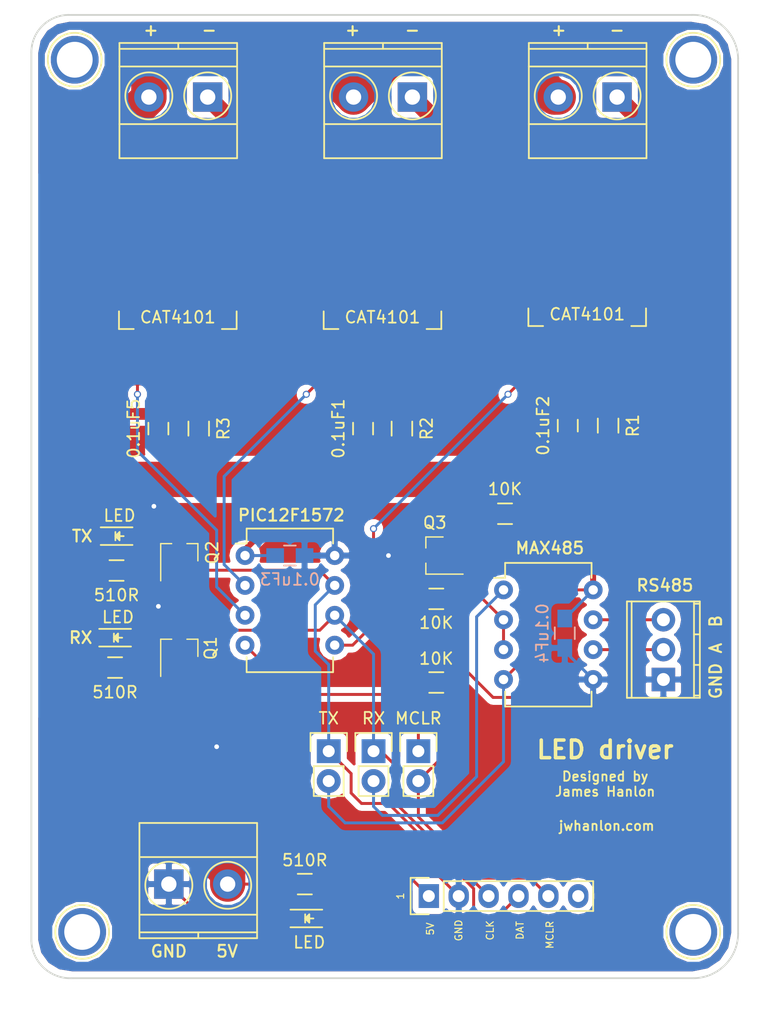
<source format=kicad_pcb>
(kicad_pcb (version 4) (host pcbnew 4.0.6)

  (general
    (links 75)
    (no_connects 0)
    (area 124.587 26.035 189.611001 113.030001)
    (thickness 1.6)
    (drawings 33)
    (tracks 213)
    (zones 0)
    (modules 38)
    (nets 26)
  )

  (page A4)
  (layers
    (0 F.Cu signal)
    (31 B.Cu signal)
    (32 B.Adhes user)
    (33 F.Adhes user)
    (34 B.Paste user)
    (35 F.Paste user)
    (36 B.SilkS user)
    (37 F.SilkS user)
    (38 B.Mask user)
    (39 F.Mask user)
    (40 Dwgs.User user)
    (41 Cmts.User user)
    (42 Eco1.User user)
    (43 Eco2.User user)
    (44 Edge.Cuts user)
    (45 Margin user)
    (46 B.CrtYd user)
    (47 F.CrtYd user)
    (48 B.Fab user)
    (49 F.Fab user)
  )

  (setup
    (last_trace_width 0.25)
    (user_trace_width 0.5)
    (user_trace_width 1)
    (user_trace_width 1.25)
    (user_trace_width 1.5)
    (user_trace_width 1.75)
    (user_trace_width 2)
    (user_trace_width 3)
    (user_trace_width 4)
    (trace_clearance 0.2)
    (zone_clearance 0.508)
    (zone_45_only no)
    (trace_min 0.2)
    (segment_width 0.2)
    (edge_width 0.15)
    (via_size 0.6)
    (via_drill 0.4)
    (via_min_size 0.4)
    (via_min_drill 0.3)
    (uvia_size 0.3)
    (uvia_drill 0.1)
    (uvias_allowed no)
    (uvia_min_size 0.2)
    (uvia_min_drill 0.1)
    (pcb_text_width 0.3)
    (pcb_text_size 1.5 1.5)
    (mod_edge_width 0.15)
    (mod_text_size 1 1)
    (mod_text_width 0.15)
    (pad_size 1.524 1.524)
    (pad_drill 0.762)
    (pad_to_mask_clearance 0.2)
    (aux_axis_origin 0 0)
    (visible_elements FFFFFF7F)
    (pcbplotparams
      (layerselection 0x01030_80000001)
      (usegerberextensions false)
      (excludeedgelayer true)
      (linewidth 0.100000)
      (plotframeref false)
      (viasonmask false)
      (mode 1)
      (useauxorigin false)
      (hpglpennumber 1)
      (hpglpenspeed 20)
      (hpglpendiameter 15)
      (hpglpenoverlay 2)
      (psnegative false)
      (psa4output false)
      (plotreference true)
      (plotvalue true)
      (plotinvisibletext false)
      (padsonsilk false)
      (subtractmaskfromsilk false)
      (outputformat 1)
      (mirror false)
      (drillshape 0)
      (scaleselection 1)
      (outputdirectory /Users/jamieh/LED-diver/))
  )

  (net 0 "")
  (net 1 +5V)
  (net 2 "Net-(10K1-Pad2)")
  (net 3 GND)
  (net 4 "Net-(J1-Pad1)")
  (net 5 UART_RX/CLK)
  (net 6 UART_TX/DAT)
  (net 7 MCLR)
  (net 8 "Net-(J2-Pad6)")
  (net 9 "Net-(J3-Pad1)")
  (net 10 "Net-(J4-Pad1)")
  (net 11 "Net-(J6-Pad3)")
  (net 12 "Net-(J6-Pad2)")
  (net 13 "Net-(JP2-Pad2)")
  (net 14 "Net-(R1-Pad1)")
  (net 15 "Net-(R2-Pad1)")
  (net 16 "Net-(R3-Pad1)")
  (net 17 "Net-(U1-Pad2)")
  (net 18 "Net-(U1-Pad3)")
  (net 19 "Net-(U1-Pad5)")
  (net 20 "Net-(10K5-Pad1)")
  (net 21 "Net-(10K5-Pad2)")
  (net 22 "Net-(10K6-Pad2)")
  (net 23 "Net-(510R1-Pad1)")
  (net 24 "Net-(510R2-Pad1)")
  (net 25 "Net-(510R3-Pad2)")

  (net_class Default "This is the default net class."
    (clearance 0.2)
    (trace_width 0.25)
    (via_dia 0.6)
    (via_drill 0.4)
    (uvia_dia 0.3)
    (uvia_drill 0.1)
    (add_net +5V)
    (add_net GND)
    (add_net MCLR)
    (add_net "Net-(10K1-Pad2)")
    (add_net "Net-(10K5-Pad1)")
    (add_net "Net-(10K5-Pad2)")
    (add_net "Net-(10K6-Pad2)")
    (add_net "Net-(510R1-Pad1)")
    (add_net "Net-(510R2-Pad1)")
    (add_net "Net-(510R3-Pad2)")
    (add_net "Net-(J2-Pad6)")
    (add_net "Net-(J6-Pad2)")
    (add_net "Net-(J6-Pad3)")
    (add_net "Net-(JP2-Pad2)")
    (add_net "Net-(R1-Pad1)")
    (add_net "Net-(R2-Pad1)")
    (add_net "Net-(R3-Pad1)")
    (add_net "Net-(U1-Pad2)")
    (add_net "Net-(U1-Pad3)")
    (add_net "Net-(U1-Pad5)")
    (add_net UART_RX/CLK)
    (add_net UART_TX/DAT)
  )

  (net_class LED-power ""
    (clearance 0.2)
    (trace_width 1.5)
    (via_dia 0.6)
    (via_drill 0.4)
    (uvia_dia 0.3)
    (uvia_drill 0.1)
    (add_net "Net-(J1-Pad1)")
    (add_net "Net-(J3-Pad1)")
    (add_net "Net-(J4-Pad1)")
  )

  (module Connect:1pin (layer F.Cu) (tedit 5990B5A1) (tstamp 59C25332)
    (at 130.937 31.115)
    (descr "module 1 pin (ou trou mecanique de percage)")
    (tags DEV)
    (fp_text reference REF** (at 0 -3.048) (layer F.SilkS) hide
      (effects (font (size 1 1) (thickness 0.15)))
    )
    (fp_text value 1pin (at 0 2.794) (layer F.Fab) hide
      (effects (font (size 1 1) (thickness 0.15)))
    )
    (fp_circle (center 0 0) (end 0 -2.286) (layer F.SilkS) (width 0.15))
    (pad 1 thru_hole circle (at 0 0) (size 4.064 4.064) (drill 3.048) (layers *.Cu *.Mask))
  )

  (module Connect:1pin (layer F.Cu) (tedit 5990B5A1) (tstamp 59C2532D)
    (at 183.515 31.115)
    (descr "module 1 pin (ou trou mecanique de percage)")
    (tags DEV)
    (fp_text reference REF** (at 0 -3.048) (layer F.SilkS) hide
      (effects (font (size 1 1) (thickness 0.15)))
    )
    (fp_text value 1pin (at 0 2.794) (layer F.Fab) hide
      (effects (font (size 1 1) (thickness 0.15)))
    )
    (fp_circle (center 0 0) (end 0 -2.286) (layer F.SilkS) (width 0.15))
    (pad 1 thru_hole circle (at 0 0) (size 4.064 4.064) (drill 3.048) (layers *.Cu *.Mask))
  )

  (module Connect:1pin (layer F.Cu) (tedit 5990B5A1) (tstamp 59C2530F)
    (at 131.572 105.283)
    (descr "module 1 pin (ou trou mecanique de percage)")
    (tags DEV)
    (fp_text reference REF** (at 0 -3.048) (layer F.SilkS) hide
      (effects (font (size 1 1) (thickness 0.15)))
    )
    (fp_text value 1pin (at 0 2.794) (layer F.Fab) hide
      (effects (font (size 1 1) (thickness 0.15)))
    )
    (fp_circle (center 0 0) (end 0 -2.286) (layer F.SilkS) (width 0.15))
    (pad 1 thru_hole circle (at 0 0) (size 4.064 4.064) (drill 3.048) (layers *.Cu *.Mask))
  )

  (module Connectors_Terminal_Blocks:TerminalBlock_Pheonix_MKDS1.5-2pol (layer F.Cu) (tedit 5990BB3E) (tstamp 598991C5)
    (at 177.038 34.29 180)
    (descr "2-way 5mm pitch terminal block, Phoenix MKDS series")
    (path /597F7F17)
    (fp_text reference J1 (at 2.5 5.9 180) (layer F.SilkS) hide
      (effects (font (size 1 1) (thickness 0.15)))
    )
    (fp_text value Screw_Terminal_1x02 (at 2.5 -6.6 180) (layer F.Fab) hide
      (effects (font (size 1 1) (thickness 0.15)))
    )
    (fp_line (start -2.7 -5.4) (end 7.7 -5.4) (layer F.CrtYd) (width 0.05))
    (fp_line (start -2.7 4.8) (end -2.7 -5.4) (layer F.CrtYd) (width 0.05))
    (fp_line (start 7.7 4.8) (end -2.7 4.8) (layer F.CrtYd) (width 0.05))
    (fp_line (start 7.7 -5.4) (end 7.7 4.8) (layer F.CrtYd) (width 0.05))
    (fp_line (start 2.5 4.1) (end 2.5 4.6) (layer F.SilkS) (width 0.15))
    (fp_circle (center 5 0.1) (end 3 0.1) (layer F.SilkS) (width 0.15))
    (fp_circle (center 0 0.1) (end 2 0.1) (layer F.SilkS) (width 0.15))
    (fp_line (start -2.5 2.6) (end 7.5 2.6) (layer F.SilkS) (width 0.15))
    (fp_line (start -2.5 -2.3) (end 7.5 -2.3) (layer F.SilkS) (width 0.15))
    (fp_line (start -2.5 4.1) (end 7.5 4.1) (layer F.SilkS) (width 0.15))
    (fp_line (start -2.5 4.6) (end 7.5 4.6) (layer F.SilkS) (width 0.15))
    (fp_line (start 7.5 4.6) (end 7.5 -5.2) (layer F.SilkS) (width 0.15))
    (fp_line (start 7.5 -5.2) (end -2.5 -5.2) (layer F.SilkS) (width 0.15))
    (fp_line (start -2.5 -5.2) (end -2.5 4.6) (layer F.SilkS) (width 0.15))
    (pad 1 thru_hole rect (at 0 0 180) (size 2.5 2.5) (drill 1.3) (layers *.Cu *.Mask)
      (net 4 "Net-(J1-Pad1)"))
    (pad 2 thru_hole circle (at 5 0 180) (size 2.5 2.5) (drill 1.3) (layers *.Cu *.Mask)
      (net 1 +5V))
    (model Terminal_Blocks.3dshapes/TerminalBlock_Pheonix_MKDS1.5-2pol.wrl
      (at (xyz 0.0984 0 0))
      (scale (xyz 1 1 1))
      (rotate (xyz 0 0 0))
    )
  )

  (module Pin_Headers:Pin_Header_Straight_1x06 (layer F.Cu) (tedit 59933765) (tstamp 598991CF)
    (at 161.036 102.235 90)
    (descr "Through hole pin header")
    (tags "pin header")
    (path /597F8F1D)
    (fp_text reference J2 (at -0.127 -3.048 90) (layer F.SilkS) hide
      (effects (font (size 1 1) (thickness 0.15)))
    )
    (fp_text value "PIC Kit3 header" (at -2.667 6.35 180) (layer F.Fab) hide
      (effects (font (size 1 1) (thickness 0.15)))
    )
    (fp_line (start -1.75 -1.75) (end -1.75 14.45) (layer F.CrtYd) (width 0.05))
    (fp_line (start 1.75 -1.75) (end 1.75 14.45) (layer F.CrtYd) (width 0.05))
    (fp_line (start -1.75 -1.75) (end 1.75 -1.75) (layer F.CrtYd) (width 0.05))
    (fp_line (start -1.75 14.45) (end 1.75 14.45) (layer F.CrtYd) (width 0.05))
    (fp_line (start 1.27 1.27) (end 1.27 13.97) (layer F.SilkS) (width 0.15))
    (fp_line (start 1.27 13.97) (end -1.27 13.97) (layer F.SilkS) (width 0.15))
    (fp_line (start -1.27 13.97) (end -1.27 1.27) (layer F.SilkS) (width 0.15))
    (fp_line (start 1.55 -1.55) (end 1.55 0) (layer F.SilkS) (width 0.15))
    (fp_line (start 1.27 1.27) (end -1.27 1.27) (layer F.SilkS) (width 0.15))
    (fp_line (start -1.55 0) (end -1.55 -1.55) (layer F.SilkS) (width 0.15))
    (fp_line (start -1.55 -1.55) (end 1.55 -1.55) (layer F.SilkS) (width 0.15))
    (pad 1 thru_hole rect (at 0 0 90) (size 2.032 1.7272) (drill 1.016) (layers *.Cu *.Mask)
      (net 1 +5V))
    (pad 2 thru_hole oval (at 0 2.54 90) (size 2.032 1.7272) (drill 1.016) (layers *.Cu *.Mask)
      (net 3 GND))
    (pad 3 thru_hole oval (at 0 5.08 90) (size 2.032 1.7272) (drill 1.016) (layers *.Cu *.Mask)
      (net 5 UART_RX/CLK))
    (pad 4 thru_hole oval (at 0 7.62 90) (size 2.032 1.7272) (drill 1.016) (layers *.Cu *.Mask)
      (net 6 UART_TX/DAT))
    (pad 5 thru_hole oval (at 0 10.16 90) (size 2.032 1.7272) (drill 1.016) (layers *.Cu *.Mask)
      (net 2 "Net-(10K1-Pad2)"))
    (pad 6 thru_hole oval (at 0 12.7 90) (size 2.032 1.7272) (drill 1.016) (layers *.Cu *.Mask)
      (net 8 "Net-(J2-Pad6)"))
    (model Pin_Headers.3dshapes/Pin_Header_Straight_1x06.wrl
      (at (xyz 0 -0.25 0))
      (scale (xyz 1 1 1))
      (rotate (xyz 0 0 90))
    )
  )

  (module Connectors_Terminal_Blocks:TerminalBlock_Pheonix_MKDS1.5-2pol (layer F.Cu) (tedit 5990BB42) (tstamp 598991D5)
    (at 159.639 34.29 180)
    (descr "2-way 5mm pitch terminal block, Phoenix MKDS series")
    (path /597F7253)
    (fp_text reference J3 (at 2.5 5.9 180) (layer F.SilkS) hide
      (effects (font (size 1 1) (thickness 0.15)))
    )
    (fp_text value Screw_Terminal_1x02 (at 2.5 -6.6 180) (layer F.Fab) hide
      (effects (font (size 1 1) (thickness 0.15)))
    )
    (fp_line (start -2.7 -5.4) (end 7.7 -5.4) (layer F.CrtYd) (width 0.05))
    (fp_line (start -2.7 4.8) (end -2.7 -5.4) (layer F.CrtYd) (width 0.05))
    (fp_line (start 7.7 4.8) (end -2.7 4.8) (layer F.CrtYd) (width 0.05))
    (fp_line (start 7.7 -5.4) (end 7.7 4.8) (layer F.CrtYd) (width 0.05))
    (fp_line (start 2.5 4.1) (end 2.5 4.6) (layer F.SilkS) (width 0.15))
    (fp_circle (center 5 0.1) (end 3 0.1) (layer F.SilkS) (width 0.15))
    (fp_circle (center 0 0.1) (end 2 0.1) (layer F.SilkS) (width 0.15))
    (fp_line (start -2.5 2.6) (end 7.5 2.6) (layer F.SilkS) (width 0.15))
    (fp_line (start -2.5 -2.3) (end 7.5 -2.3) (layer F.SilkS) (width 0.15))
    (fp_line (start -2.5 4.1) (end 7.5 4.1) (layer F.SilkS) (width 0.15))
    (fp_line (start -2.5 4.6) (end 7.5 4.6) (layer F.SilkS) (width 0.15))
    (fp_line (start 7.5 4.6) (end 7.5 -5.2) (layer F.SilkS) (width 0.15))
    (fp_line (start 7.5 -5.2) (end -2.5 -5.2) (layer F.SilkS) (width 0.15))
    (fp_line (start -2.5 -5.2) (end -2.5 4.6) (layer F.SilkS) (width 0.15))
    (pad 1 thru_hole rect (at 0 0 180) (size 2.5 2.5) (drill 1.3) (layers *.Cu *.Mask)
      (net 9 "Net-(J3-Pad1)"))
    (pad 2 thru_hole circle (at 5 0 180) (size 2.5 2.5) (drill 1.3) (layers *.Cu *.Mask)
      (net 1 +5V))
    (model Terminal_Blocks.3dshapes/TerminalBlock_Pheonix_MKDS1.5-2pol.wrl
      (at (xyz 0.0984 0 0))
      (scale (xyz 1 1 1))
      (rotate (xyz 0 0 0))
    )
  )

  (module Connectors_Terminal_Blocks:TerminalBlock_Pheonix_MKDS1.5-2pol (layer F.Cu) (tedit 5990BB49) (tstamp 598991DB)
    (at 142.24 34.29 180)
    (descr "2-way 5mm pitch terminal block, Phoenix MKDS series")
    (path /597F8043)
    (fp_text reference J4 (at 2.5 5.9 180) (layer F.SilkS) hide
      (effects (font (size 1 1) (thickness 0.15)))
    )
    (fp_text value Screw_Terminal_1x02 (at 2.5 -6.6 180) (layer F.Fab) hide
      (effects (font (size 1 1) (thickness 0.15)))
    )
    (fp_line (start -2.7 -5.4) (end 7.7 -5.4) (layer F.CrtYd) (width 0.05))
    (fp_line (start -2.7 4.8) (end -2.7 -5.4) (layer F.CrtYd) (width 0.05))
    (fp_line (start 7.7 4.8) (end -2.7 4.8) (layer F.CrtYd) (width 0.05))
    (fp_line (start 7.7 -5.4) (end 7.7 4.8) (layer F.CrtYd) (width 0.05))
    (fp_line (start 2.5 4.1) (end 2.5 4.6) (layer F.SilkS) (width 0.15))
    (fp_circle (center 5 0.1) (end 3 0.1) (layer F.SilkS) (width 0.15))
    (fp_circle (center 0 0.1) (end 2 0.1) (layer F.SilkS) (width 0.15))
    (fp_line (start -2.5 2.6) (end 7.5 2.6) (layer F.SilkS) (width 0.15))
    (fp_line (start -2.5 -2.3) (end 7.5 -2.3) (layer F.SilkS) (width 0.15))
    (fp_line (start -2.5 4.1) (end 7.5 4.1) (layer F.SilkS) (width 0.15))
    (fp_line (start -2.5 4.6) (end 7.5 4.6) (layer F.SilkS) (width 0.15))
    (fp_line (start 7.5 4.6) (end 7.5 -5.2) (layer F.SilkS) (width 0.15))
    (fp_line (start 7.5 -5.2) (end -2.5 -5.2) (layer F.SilkS) (width 0.15))
    (fp_line (start -2.5 -5.2) (end -2.5 4.6) (layer F.SilkS) (width 0.15))
    (pad 1 thru_hole rect (at 0 0 180) (size 2.5 2.5) (drill 1.3) (layers *.Cu *.Mask)
      (net 10 "Net-(J4-Pad1)"))
    (pad 2 thru_hole circle (at 5 0 180) (size 2.5 2.5) (drill 1.3) (layers *.Cu *.Mask)
      (net 1 +5V))
    (model Terminal_Blocks.3dshapes/TerminalBlock_Pheonix_MKDS1.5-2pol.wrl
      (at (xyz 0.0984 0 0))
      (scale (xyz 1 1 1))
      (rotate (xyz 0 0 0))
    )
  )

  (module Connectors_Terminal_Blocks:TerminalBlock_Pheonix_MKDS1.5-2pol (layer F.Cu) (tedit 5990BB79) (tstamp 598991E1)
    (at 138.938 101.219)
    (descr "2-way 5mm pitch terminal block, Phoenix MKDS series")
    (path /59899CCC)
    (fp_text reference J5 (at 2.5 5.9) (layer F.SilkS) hide
      (effects (font (size 1 1) (thickness 0.15)))
    )
    (fp_text value Screw_Terminal_1x02 (at 2.5 -6.6) (layer F.Fab) hide
      (effects (font (size 1 1) (thickness 0.15)))
    )
    (fp_line (start -2.7 -5.4) (end 7.7 -5.4) (layer F.CrtYd) (width 0.05))
    (fp_line (start -2.7 4.8) (end -2.7 -5.4) (layer F.CrtYd) (width 0.05))
    (fp_line (start 7.7 4.8) (end -2.7 4.8) (layer F.CrtYd) (width 0.05))
    (fp_line (start 7.7 -5.4) (end 7.7 4.8) (layer F.CrtYd) (width 0.05))
    (fp_line (start 2.5 4.1) (end 2.5 4.6) (layer F.SilkS) (width 0.15))
    (fp_circle (center 5 0.1) (end 3 0.1) (layer F.SilkS) (width 0.15))
    (fp_circle (center 0 0.1) (end 2 0.1) (layer F.SilkS) (width 0.15))
    (fp_line (start -2.5 2.6) (end 7.5 2.6) (layer F.SilkS) (width 0.15))
    (fp_line (start -2.5 -2.3) (end 7.5 -2.3) (layer F.SilkS) (width 0.15))
    (fp_line (start -2.5 4.1) (end 7.5 4.1) (layer F.SilkS) (width 0.15))
    (fp_line (start -2.5 4.6) (end 7.5 4.6) (layer F.SilkS) (width 0.15))
    (fp_line (start 7.5 4.6) (end 7.5 -5.2) (layer F.SilkS) (width 0.15))
    (fp_line (start 7.5 -5.2) (end -2.5 -5.2) (layer F.SilkS) (width 0.15))
    (fp_line (start -2.5 -5.2) (end -2.5 4.6) (layer F.SilkS) (width 0.15))
    (pad 1 thru_hole rect (at 0 0) (size 2.5 2.5) (drill 1.3) (layers *.Cu *.Mask)
      (net 3 GND))
    (pad 2 thru_hole circle (at 5 0) (size 2.5 2.5) (drill 1.3) (layers *.Cu *.Mask)
      (net 1 +5V))
    (model Terminal_Blocks.3dshapes/TerminalBlock_Pheonix_MKDS1.5-2pol.wrl
      (at (xyz 0.0984 0 0))
      (scale (xyz 1 1 1))
      (rotate (xyz 0 0 0))
    )
  )

  (module Connectors_Terminal_Blocks:TerminalBlock_Pheonix_MPT-2.54mm_3pol (layer F.Cu) (tedit 5990BB73) (tstamp 598991E8)
    (at 180.975 83.82 90)
    (descr "3-way 2.54mm pitch terminal block, Phoenix MPT series")
    (path /597F8A80)
    (fp_text reference J6 (at 2.54 -4.50088 90) (layer F.SilkS) hide
      (effects (font (size 1 1) (thickness 0.15)))
    )
    (fp_text value Screw_Terminal_1x03 (at 2.54 4.50088 90) (layer F.Fab) hide
      (effects (font (size 1 1) (thickness 0.15)))
    )
    (fp_line (start -1.778 3.302) (end 6.858 3.302) (layer F.CrtYd) (width 0.05))
    (fp_line (start -1.778 -3.302) (end -1.778 3.302) (layer F.CrtYd) (width 0.05))
    (fp_line (start 6.858 -3.302) (end -1.778 -3.302) (layer F.CrtYd) (width 0.05))
    (fp_line (start 6.858 3.302) (end 6.858 -3.302) (layer F.CrtYd) (width 0.05))
    (fp_line (start 6.63956 -3.0988) (end -1.55956 -3.0988) (layer F.SilkS) (width 0.15))
    (fp_line (start 6.63956 -2.70002) (end -1.55956 -2.70002) (layer F.SilkS) (width 0.15))
    (fp_line (start 6.63956 2.60096) (end -1.55956 2.60096) (layer F.SilkS) (width 0.15))
    (fp_line (start -1.55956 3.0988) (end 6.63956 3.0988) (layer F.SilkS) (width 0.15))
    (fp_line (start 3.84048 2.60096) (end 3.84048 3.0988) (layer F.SilkS) (width 0.15))
    (fp_line (start -1.3589 3.0988) (end -1.3589 2.60096) (layer F.SilkS) (width 0.15))
    (fp_line (start 6.44144 2.60096) (end 6.44144 3.0988) (layer F.SilkS) (width 0.15))
    (fp_line (start 1.24206 3.0988) (end 1.24206 2.60096) (layer F.SilkS) (width 0.15))
    (fp_line (start 6.63956 3.0988) (end 6.63956 -3.0988) (layer F.SilkS) (width 0.15))
    (fp_line (start -1.55702 -3.0988) (end -1.55702 3.0988) (layer F.SilkS) (width 0.15))
    (pad 3 thru_hole oval (at 5.08 0 90) (size 1.99898 1.99898) (drill 1.09728) (layers *.Cu *.Mask)
      (net 11 "Net-(J6-Pad3)"))
    (pad 1 thru_hole rect (at 0 0 90) (size 1.99898 1.99898) (drill 1.09728) (layers *.Cu *.Mask)
      (net 3 GND))
    (pad 2 thru_hole oval (at 2.54 0 90) (size 1.99898 1.99898) (drill 1.09728) (layers *.Cu *.Mask)
      (net 12 "Net-(J6-Pad2)"))
    (model Terminal_Blocks.3dshapes/TerminalBlock_Pheonix_MPT-2.54mm_3pol.wrl
      (at (xyz 0.1 0 0))
      (scale (xyz 1 1 1))
      (rotate (xyz 0 0 0))
    )
  )

  (module Housings_DIP:DIP-8_W7.62mm (layer F.Cu) (tedit 59933E37) (tstamp 59899218)
    (at 145.415 73.279)
    (descr "8-lead dip package, row spacing 7.62 mm (300 mils)")
    (tags "dil dip 2.54 300")
    (path /597F6EE4)
    (fp_text reference U1 (at 3.556 -5.08) (layer F.SilkS) hide
      (effects (font (size 1 1) (thickness 0.15)))
    )
    (fp_text value PIC12F1572 (at 3.81 -3.302) (layer F.Fab) hide
      (effects (font (size 1 1) (thickness 0.15)))
    )
    (fp_line (start -1.05 -2.45) (end -1.05 10.1) (layer F.CrtYd) (width 0.05))
    (fp_line (start 8.65 -2.45) (end 8.65 10.1) (layer F.CrtYd) (width 0.05))
    (fp_line (start -1.05 -2.45) (end 8.65 -2.45) (layer F.CrtYd) (width 0.05))
    (fp_line (start -1.05 10.1) (end 8.65 10.1) (layer F.CrtYd) (width 0.05))
    (fp_line (start 0.135 -2.295) (end 0.135 -1.025) (layer F.SilkS) (width 0.15))
    (fp_line (start 7.485 -2.295) (end 7.485 -1.025) (layer F.SilkS) (width 0.15))
    (fp_line (start 7.485 9.915) (end 7.485 8.645) (layer F.SilkS) (width 0.15))
    (fp_line (start 0.135 9.915) (end 0.135 8.645) (layer F.SilkS) (width 0.15))
    (fp_line (start 0.135 -2.295) (end 7.485 -2.295) (layer F.SilkS) (width 0.15))
    (fp_line (start 0.135 9.915) (end 7.485 9.915) (layer F.SilkS) (width 0.15))
    (fp_line (start 0.135 -1.025) (end -0.8 -1.025) (layer F.SilkS) (width 0.15))
    (pad 1 thru_hole oval (at 0 0) (size 1.6 1.6) (drill 0.8) (layers *.Cu *.Mask)
      (net 1 +5V))
    (pad 2 thru_hole oval (at 0 2.54) (size 1.6 1.6) (drill 0.8) (layers *.Cu *.Mask)
      (net 17 "Net-(U1-Pad2)"))
    (pad 3 thru_hole oval (at 0 5.08) (size 1.6 1.6) (drill 0.8) (layers *.Cu *.Mask)
      (net 18 "Net-(U1-Pad3)"))
    (pad 4 thru_hole oval (at 0 7.62) (size 1.6 1.6) (drill 0.8) (layers *.Cu *.Mask)
      (net 7 MCLR))
    (pad 5 thru_hole oval (at 7.62 7.62) (size 1.6 1.6) (drill 0.8) (layers *.Cu *.Mask)
      (net 19 "Net-(U1-Pad5)"))
    (pad 6 thru_hole oval (at 7.62 5.08) (size 1.6 1.6) (drill 0.8) (layers *.Cu *.Mask)
      (net 5 UART_RX/CLK))
    (pad 7 thru_hole oval (at 7.62 2.54) (size 1.6 1.6) (drill 0.8) (layers *.Cu *.Mask)
      (net 6 UART_TX/DAT))
    (pad 8 thru_hole oval (at 7.62 0) (size 1.6 1.6) (drill 0.8) (layers *.Cu *.Mask)
      (net 3 GND))
    (model Housings_DIP.3dshapes/DIP-8_W7.62mm.wrl
      (at (xyz 0 0 0))
      (scale (xyz 1 1 1))
      (rotate (xyz 0 0 0))
    )
  )

  (module Housings_DIP:DIP-8_W7.62mm (layer F.Cu) (tedit 59933E33) (tstamp 59899224)
    (at 167.386 76.2)
    (descr "8-lead dip package, row spacing 7.62 mm (300 mils)")
    (tags "dil dip 2.54 300")
    (path /597F9569)
    (fp_text reference U3 (at 3.556 -4.826) (layer F.SilkS) hide
      (effects (font (size 1 1) (thickness 0.15)))
    )
    (fp_text value MAX485 (at 3.81 -3.302) (layer F.Fab) hide
      (effects (font (size 1 1) (thickness 0.15)))
    )
    (fp_line (start -1.05 -2.45) (end -1.05 10.1) (layer F.CrtYd) (width 0.05))
    (fp_line (start 8.65 -2.45) (end 8.65 10.1) (layer F.CrtYd) (width 0.05))
    (fp_line (start -1.05 -2.45) (end 8.65 -2.45) (layer F.CrtYd) (width 0.05))
    (fp_line (start -1.05 10.1) (end 8.65 10.1) (layer F.CrtYd) (width 0.05))
    (fp_line (start 0.135 -2.295) (end 0.135 -1.025) (layer F.SilkS) (width 0.15))
    (fp_line (start 7.485 -2.295) (end 7.485 -1.025) (layer F.SilkS) (width 0.15))
    (fp_line (start 7.485 9.915) (end 7.485 8.645) (layer F.SilkS) (width 0.15))
    (fp_line (start 0.135 9.915) (end 0.135 8.645) (layer F.SilkS) (width 0.15))
    (fp_line (start 0.135 -2.295) (end 7.485 -2.295) (layer F.SilkS) (width 0.15))
    (fp_line (start 0.135 9.915) (end 7.485 9.915) (layer F.SilkS) (width 0.15))
    (fp_line (start 0.135 -1.025) (end -0.8 -1.025) (layer F.SilkS) (width 0.15))
    (pad 1 thru_hole oval (at 0 0) (size 1.6 1.6) (drill 0.8) (layers *.Cu *.Mask)
      (net 13 "Net-(JP2-Pad2)"))
    (pad 2 thru_hole oval (at 0 2.54) (size 1.6 1.6) (drill 0.8) (layers *.Cu *.Mask)
      (net 22 "Net-(10K6-Pad2)"))
    (pad 3 thru_hole oval (at 0 5.08) (size 1.6 1.6) (drill 0.8) (layers *.Cu *.Mask)
      (net 22 "Net-(10K6-Pad2)"))
    (pad 4 thru_hole oval (at 0 7.62) (size 1.6 1.6) (drill 0.8) (layers *.Cu *.Mask)
      (net 21 "Net-(10K5-Pad2)"))
    (pad 5 thru_hole oval (at 7.62 7.62) (size 1.6 1.6) (drill 0.8) (layers *.Cu *.Mask)
      (net 3 GND))
    (pad 6 thru_hole oval (at 7.62 5.08) (size 1.6 1.6) (drill 0.8) (layers *.Cu *.Mask)
      (net 12 "Net-(J6-Pad2)"))
    (pad 7 thru_hole oval (at 7.62 2.54) (size 1.6 1.6) (drill 0.8) (layers *.Cu *.Mask)
      (net 11 "Net-(J6-Pad3)"))
    (pad 8 thru_hole oval (at 7.62 0) (size 1.6 1.6) (drill 0.8) (layers *.Cu *.Mask)
      (net 1 +5V))
    (model Housings_DIP.3dshapes/DIP-8_W7.62mm.wrl
      (at (xyz 0 0 0))
      (scale (xyz 1 1 1))
      (rotate (xyz 0 0 0))
    )
  )

  (module Capacitors_SMD:C_0805_HandSoldering (layer F.Cu) (tedit 5991FCE9) (tstamp 5989BF4B)
    (at 155.448 62.484 90)
    (descr "Capacitor SMD 0805, hand soldering")
    (tags "capacitor 0805")
    (path /597F7F27)
    (attr smd)
    (fp_text reference 0.1uF1 (at 0 -2.1 90) (layer F.SilkS)
      (effects (font (size 1 1) (thickness 0.15)))
    )
    (fp_text value CP (at 0 2.1 90) (layer F.Fab) hide
      (effects (font (size 1 1) (thickness 0.15)))
    )
    (fp_line (start -1 0.625) (end -1 -0.625) (layer F.Fab) (width 0.15))
    (fp_line (start 1 0.625) (end -1 0.625) (layer F.Fab) (width 0.15))
    (fp_line (start 1 -0.625) (end 1 0.625) (layer F.Fab) (width 0.15))
    (fp_line (start -1 -0.625) (end 1 -0.625) (layer F.Fab) (width 0.15))
    (fp_line (start -2.3 -1) (end 2.3 -1) (layer F.CrtYd) (width 0.05))
    (fp_line (start -2.3 1) (end 2.3 1) (layer F.CrtYd) (width 0.05))
    (fp_line (start -2.3 -1) (end -2.3 1) (layer F.CrtYd) (width 0.05))
    (fp_line (start 2.3 -1) (end 2.3 1) (layer F.CrtYd) (width 0.05))
    (fp_line (start 0.5 -0.85) (end -0.5 -0.85) (layer F.SilkS) (width 0.15))
    (fp_line (start -0.5 0.85) (end 0.5 0.85) (layer F.SilkS) (width 0.15))
    (pad 1 smd rect (at -1.25 0 90) (size 1.5 1.25) (layers F.Cu F.Paste F.Mask)
      (net 3 GND))
    (pad 2 smd rect (at 1.25 0 90) (size 1.5 1.25) (layers F.Cu F.Paste F.Mask)
      (net 1 +5V))
    (model Capacitors_SMD.3dshapes/C_0805_HandSoldering.wrl
      (at (xyz 0 0 0))
      (scale (xyz 1 1 1))
      (rotate (xyz 0 0 0))
    )
  )

  (module Capacitors_SMD:C_0805_HandSoldering (layer F.Cu) (tedit 599090FA) (tstamp 5989BF51)
    (at 172.847 62.23 90)
    (descr "Capacitor SMD 0805, hand soldering")
    (tags "capacitor 0805")
    (path /597F7B56)
    (attr smd)
    (fp_text reference 0.1uF2 (at 0 -2.1 90) (layer F.SilkS)
      (effects (font (size 1 1) (thickness 0.15)))
    )
    (fp_text value CP (at 0 2.1 90) (layer F.Fab) hide
      (effects (font (size 1 1) (thickness 0.15)))
    )
    (fp_line (start -1 0.625) (end -1 -0.625) (layer F.Fab) (width 0.15))
    (fp_line (start 1 0.625) (end -1 0.625) (layer F.Fab) (width 0.15))
    (fp_line (start 1 -0.625) (end 1 0.625) (layer F.Fab) (width 0.15))
    (fp_line (start -1 -0.625) (end 1 -0.625) (layer F.Fab) (width 0.15))
    (fp_line (start -2.3 -1) (end 2.3 -1) (layer F.CrtYd) (width 0.05))
    (fp_line (start -2.3 1) (end 2.3 1) (layer F.CrtYd) (width 0.05))
    (fp_line (start -2.3 -1) (end -2.3 1) (layer F.CrtYd) (width 0.05))
    (fp_line (start 2.3 -1) (end 2.3 1) (layer F.CrtYd) (width 0.05))
    (fp_line (start 0.5 -0.85) (end -0.5 -0.85) (layer F.SilkS) (width 0.15))
    (fp_line (start -0.5 0.85) (end 0.5 0.85) (layer F.SilkS) (width 0.15))
    (pad 1 smd rect (at -1.25 0 90) (size 1.5 1.25) (layers F.Cu F.Paste F.Mask)
      (net 3 GND))
    (pad 2 smd rect (at 1.25 0 90) (size 1.5 1.25) (layers F.Cu F.Paste F.Mask)
      (net 1 +5V))
    (model Capacitors_SMD.3dshapes/C_0805_HandSoldering.wrl
      (at (xyz 0 0 0))
      (scale (xyz 1 1 1))
      (rotate (xyz 0 0 0))
    )
  )

  (module Capacitors_SMD:C_0805_HandSoldering (layer B.Cu) (tedit 5990BBEC) (tstamp 5989BF57)
    (at 149.225 73.279 180)
    (descr "Capacitor SMD 0805, hand soldering")
    (tags "capacitor 0805")
    (path /597F7517)
    (attr smd)
    (fp_text reference 0.1uF3 (at 0 -2.032 180) (layer B.SilkS)
      (effects (font (size 1 1) (thickness 0.15)) (justify mirror))
    )
    (fp_text value CP (at 0 -2.1 180) (layer B.Fab) hide
      (effects (font (size 1 1) (thickness 0.15)) (justify mirror))
    )
    (fp_line (start -1 -0.625) (end -1 0.625) (layer B.Fab) (width 0.15))
    (fp_line (start 1 -0.625) (end -1 -0.625) (layer B.Fab) (width 0.15))
    (fp_line (start 1 0.625) (end 1 -0.625) (layer B.Fab) (width 0.15))
    (fp_line (start -1 0.625) (end 1 0.625) (layer B.Fab) (width 0.15))
    (fp_line (start -2.3 1) (end 2.3 1) (layer B.CrtYd) (width 0.05))
    (fp_line (start -2.3 -1) (end 2.3 -1) (layer B.CrtYd) (width 0.05))
    (fp_line (start -2.3 1) (end -2.3 -1) (layer B.CrtYd) (width 0.05))
    (fp_line (start 2.3 1) (end 2.3 -1) (layer B.CrtYd) (width 0.05))
    (fp_line (start 0.5 0.85) (end -0.5 0.85) (layer B.SilkS) (width 0.15))
    (fp_line (start -0.5 -0.85) (end 0.5 -0.85) (layer B.SilkS) (width 0.15))
    (pad 1 smd rect (at -1.25 0 180) (size 1.5 1.25) (layers B.Cu B.Paste B.Mask)
      (net 3 GND))
    (pad 2 smd rect (at 1.25 0 180) (size 1.5 1.25) (layers B.Cu B.Paste B.Mask)
      (net 1 +5V))
    (model Capacitors_SMD.3dshapes/C_0805_HandSoldering.wrl
      (at (xyz 0 0 0))
      (scale (xyz 1 1 1))
      (rotate (xyz 0 0 0))
    )
  )

  (module Capacitors_SMD:C_0805_HandSoldering (layer B.Cu) (tedit 5999ED94) (tstamp 5989BF5D)
    (at 172.593 79.883 90)
    (descr "Capacitor SMD 0805, hand soldering")
    (tags "capacitor 0805")
    (path /597F8051)
    (attr smd)
    (fp_text reference 0.1uF4 (at 0 -1.905 90) (layer B.SilkS)
      (effects (font (size 1 1) (thickness 0.15)) (justify mirror))
    )
    (fp_text value CP (at 0 -2.1 90) (layer B.Fab) hide
      (effects (font (size 1 1) (thickness 0.15)) (justify mirror))
    )
    (fp_line (start -1 -0.625) (end -1 0.625) (layer B.Fab) (width 0.15))
    (fp_line (start 1 -0.625) (end -1 -0.625) (layer B.Fab) (width 0.15))
    (fp_line (start 1 0.625) (end 1 -0.625) (layer B.Fab) (width 0.15))
    (fp_line (start -1 0.625) (end 1 0.625) (layer B.Fab) (width 0.15))
    (fp_line (start -2.3 1) (end 2.3 1) (layer B.CrtYd) (width 0.05))
    (fp_line (start -2.3 -1) (end 2.3 -1) (layer B.CrtYd) (width 0.05))
    (fp_line (start -2.3 1) (end -2.3 -1) (layer B.CrtYd) (width 0.05))
    (fp_line (start 2.3 1) (end 2.3 -1) (layer B.CrtYd) (width 0.05))
    (fp_line (start 0.5 0.85) (end -0.5 0.85) (layer B.SilkS) (width 0.15))
    (fp_line (start -0.5 -0.85) (end 0.5 -0.85) (layer B.SilkS) (width 0.15))
    (pad 1 smd rect (at -1.25 0 90) (size 1.5 1.25) (layers B.Cu B.Paste B.Mask)
      (net 3 GND))
    (pad 2 smd rect (at 1.25 0 90) (size 1.5 1.25) (layers B.Cu B.Paste B.Mask)
      (net 1 +5V))
    (model Capacitors_SMD.3dshapes/C_0805_HandSoldering.wrl
      (at (xyz 0 0 0))
      (scale (xyz 1 1 1))
      (rotate (xyz 0 0 0))
    )
  )

  (module Capacitors_SMD:C_0805_HandSoldering (layer F.Cu) (tedit 59909162) (tstamp 5989BF63)
    (at 138.049 62.484 90)
    (descr "Capacitor SMD 0805, hand soldering")
    (tags "capacitor 0805")
    (path /597F8745)
    (attr smd)
    (fp_text reference 0.1uF5 (at 0 -2.1 90) (layer F.SilkS)
      (effects (font (size 1 1) (thickness 0.15)))
    )
    (fp_text value CP (at 0 2.1 90) (layer F.Fab) hide
      (effects (font (size 1 1) (thickness 0.15)))
    )
    (fp_line (start -1 0.625) (end -1 -0.625) (layer F.Fab) (width 0.15))
    (fp_line (start 1 0.625) (end -1 0.625) (layer F.Fab) (width 0.15))
    (fp_line (start 1 -0.625) (end 1 0.625) (layer F.Fab) (width 0.15))
    (fp_line (start -1 -0.625) (end 1 -0.625) (layer F.Fab) (width 0.15))
    (fp_line (start -2.3 -1) (end 2.3 -1) (layer F.CrtYd) (width 0.05))
    (fp_line (start -2.3 1) (end 2.3 1) (layer F.CrtYd) (width 0.05))
    (fp_line (start -2.3 -1) (end -2.3 1) (layer F.CrtYd) (width 0.05))
    (fp_line (start 2.3 -1) (end 2.3 1) (layer F.CrtYd) (width 0.05))
    (fp_line (start 0.5 -0.85) (end -0.5 -0.85) (layer F.SilkS) (width 0.15))
    (fp_line (start -0.5 0.85) (end 0.5 0.85) (layer F.SilkS) (width 0.15))
    (pad 1 smd rect (at -1.25 0 90) (size 1.5 1.25) (layers F.Cu F.Paste F.Mask)
      (net 3 GND))
    (pad 2 smd rect (at 1.25 0 90) (size 1.5 1.25) (layers F.Cu F.Paste F.Mask)
      (net 1 +5V))
    (model Capacitors_SMD.3dshapes/C_0805_HandSoldering.wrl
      (at (xyz 0 0 0))
      (scale (xyz 1 1 1))
      (rotate (xyz 0 0 0))
    )
  )

  (module LEDs:LED_0805 (layer F.Cu) (tedit 5999D9D4) (tstamp 5989BF78)
    (at 134.62 80.264)
    (descr "LED 0805 smd package")
    (tags "LED 0805 SMD")
    (path /5989B731)
    (attr smd)
    (fp_text reference LED (at 0 -1.75) (layer F.SilkS)
      (effects (font (size 1 1) (thickness 0.15)))
    )
    (fp_text value LED (at -0.0635 -1.778) (layer F.Fab) hide
      (effects (font (size 1 1) (thickness 0.15)))
    )
    (fp_line (start -0.4 -0.3) (end -0.4 0.3) (layer F.Fab) (width 0.15))
    (fp_line (start -0.3 0) (end 0 -0.3) (layer F.Fab) (width 0.15))
    (fp_line (start 0 0.3) (end -0.3 0) (layer F.Fab) (width 0.15))
    (fp_line (start 0 -0.3) (end 0 0.3) (layer F.Fab) (width 0.15))
    (fp_line (start 1 -0.6) (end -1 -0.6) (layer F.Fab) (width 0.15))
    (fp_line (start 1 0.6) (end 1 -0.6) (layer F.Fab) (width 0.15))
    (fp_line (start -1 0.6) (end 1 0.6) (layer F.Fab) (width 0.15))
    (fp_line (start -1 -0.6) (end -1 0.6) (layer F.Fab) (width 0.15))
    (fp_line (start -1.6 0.75) (end 1.1 0.75) (layer F.SilkS) (width 0.15))
    (fp_line (start -1.6 -0.75) (end 1.1 -0.75) (layer F.SilkS) (width 0.15))
    (fp_line (start -0.1 0.15) (end -0.1 -0.1) (layer F.SilkS) (width 0.15))
    (fp_line (start -0.1 -0.1) (end -0.25 0.05) (layer F.SilkS) (width 0.15))
    (fp_line (start -0.35 -0.35) (end -0.35 0.35) (layer F.SilkS) (width 0.15))
    (fp_line (start 0 0) (end 0.35 0) (layer F.SilkS) (width 0.15))
    (fp_line (start -0.35 0) (end 0 -0.35) (layer F.SilkS) (width 0.15))
    (fp_line (start 0 -0.35) (end 0 0.35) (layer F.SilkS) (width 0.15))
    (fp_line (start 0 0.35) (end -0.35 0) (layer F.SilkS) (width 0.15))
    (fp_line (start 1.9 -0.95) (end 1.9 0.95) (layer F.CrtYd) (width 0.05))
    (fp_line (start 1.9 0.95) (end -1.9 0.95) (layer F.CrtYd) (width 0.05))
    (fp_line (start -1.9 0.95) (end -1.9 -0.95) (layer F.CrtYd) (width 0.05))
    (fp_line (start -1.9 -0.95) (end 1.9 -0.95) (layer F.CrtYd) (width 0.05))
    (pad 2 smd rect (at 1.04902 0 180) (size 1.19888 1.19888) (layers F.Cu F.Paste F.Mask)
      (net 23 "Net-(510R1-Pad1)"))
    (pad 1 smd rect (at -1.04902 0 180) (size 1.19888 1.19888) (layers F.Cu F.Paste F.Mask)
      (net 3 GND))
    (model LEDs.3dshapes/LED_0805.wrl
      (at (xyz 0 0 0))
      (scale (xyz 1 1 1))
      (rotate (xyz 0 0 0))
    )
  )

  (module LEDs:LED_0805 (layer F.Cu) (tedit 5999EB73) (tstamp 5989BF7E)
    (at 150.876 104.14)
    (descr "LED 0805 smd package")
    (tags "LED 0805 SMD")
    (path /59899FF0)
    (attr smd)
    (fp_text reference LED (at 0 2.032) (layer F.SilkS)
      (effects (font (size 1 1) (thickness 0.15)))
    )
    (fp_text value LED (at 0 1.75) (layer F.Fab) hide
      (effects (font (size 1 1) (thickness 0.15)))
    )
    (fp_line (start -0.4 -0.3) (end -0.4 0.3) (layer F.Fab) (width 0.15))
    (fp_line (start -0.3 0) (end 0 -0.3) (layer F.Fab) (width 0.15))
    (fp_line (start 0 0.3) (end -0.3 0) (layer F.Fab) (width 0.15))
    (fp_line (start 0 -0.3) (end 0 0.3) (layer F.Fab) (width 0.15))
    (fp_line (start 1 -0.6) (end -1 -0.6) (layer F.Fab) (width 0.15))
    (fp_line (start 1 0.6) (end 1 -0.6) (layer F.Fab) (width 0.15))
    (fp_line (start -1 0.6) (end 1 0.6) (layer F.Fab) (width 0.15))
    (fp_line (start -1 -0.6) (end -1 0.6) (layer F.Fab) (width 0.15))
    (fp_line (start -1.6 0.75) (end 1.1 0.75) (layer F.SilkS) (width 0.15))
    (fp_line (start -1.6 -0.75) (end 1.1 -0.75) (layer F.SilkS) (width 0.15))
    (fp_line (start -0.1 0.15) (end -0.1 -0.1) (layer F.SilkS) (width 0.15))
    (fp_line (start -0.1 -0.1) (end -0.25 0.05) (layer F.SilkS) (width 0.15))
    (fp_line (start -0.35 -0.35) (end -0.35 0.35) (layer F.SilkS) (width 0.15))
    (fp_line (start 0 0) (end 0.35 0) (layer F.SilkS) (width 0.15))
    (fp_line (start -0.35 0) (end 0 -0.35) (layer F.SilkS) (width 0.15))
    (fp_line (start 0 -0.35) (end 0 0.35) (layer F.SilkS) (width 0.15))
    (fp_line (start 0 0.35) (end -0.35 0) (layer F.SilkS) (width 0.15))
    (fp_line (start 1.9 -0.95) (end 1.9 0.95) (layer F.CrtYd) (width 0.05))
    (fp_line (start 1.9 0.95) (end -1.9 0.95) (layer F.CrtYd) (width 0.05))
    (fp_line (start -1.9 0.95) (end -1.9 -0.95) (layer F.CrtYd) (width 0.05))
    (fp_line (start -1.9 -0.95) (end 1.9 -0.95) (layer F.CrtYd) (width 0.05))
    (pad 2 smd rect (at 1.04902 0 180) (size 1.19888 1.19888) (layers F.Cu F.Paste F.Mask)
      (net 25 "Net-(510R3-Pad2)"))
    (pad 1 smd rect (at -1.04902 0 180) (size 1.19888 1.19888) (layers F.Cu F.Paste F.Mask)
      (net 3 GND))
    (model LEDs.3dshapes/LED_0805.wrl
      (at (xyz 0 0 0))
      (scale (xyz 1 1 1))
      (rotate (xyz 0 0 0))
    )
  )

  (module TO_SOT_Packages_SMD:TO-263-5Lead (layer F.Cu) (tedit 599B2CDE) (tstamp 598B37E0)
    (at 174.498 56.261 90)
    (descr "D2PAK / TO-263 3-lead smd package")
    (tags "D2PAK D2PAK-3 TO-263AB TO-263")
    (path /597F7F11)
    (attr smd)
    (fp_text reference CAT4101 (at 3.5 0 180) (layer F.SilkS)
      (effects (font (size 1 1) (thickness 0.15)))
    )
    (fp_text value CAT4101 (at 15.25 -0.25 180) (layer F.Fab) hide
      (effects (font (size 1 1) (thickness 0.15)))
    )
    (fp_line (start 14.1 5.65) (end -2.55 5.65) (layer F.CrtYd) (width 0.05))
    (fp_line (start 14.1 -5.65) (end 14.1 5.65) (layer F.CrtYd) (width 0.05))
    (fp_line (start 14.1 -5.65) (end -2.55 -5.65) (layer F.CrtYd) (width 0.05))
    (fp_line (start -2.55 -5.65) (end -2.55 5.65) (layer F.CrtYd) (width 0.05))
    (fp_line (start 2.5 5) (end 2.5 3.75) (layer F.SilkS) (width 0.15))
    (fp_line (start 2.5 5) (end 4 5) (layer F.SilkS) (width 0.15))
    (fp_line (start 2.5 -5) (end 4 -5) (layer F.SilkS) (width 0.15))
    (fp_line (start 2.5 -5) (end 2.5 -3.75) (layer F.SilkS) (width 0.15))
    (pad 5 smd rect (at 0 3.4 90) (size 4.6 1.1) (layers F.Cu F.Paste F.Mask)
      (net 4 "Net-(J1-Pad1)"))
    (pad 4 smd rect (at 0 1.7 90) (size 4.6 1.1) (layers F.Cu F.Paste F.Mask)
      (net 14 "Net-(R1-Pad1)"))
    (pad 2 smd rect (at 0 -1.7 90) (size 4.6 1.1) (layers F.Cu F.Paste F.Mask)
      (net 1 +5V))
    (pad 3 smd rect (at 9.15 0 90) (size 9.4 10.8) (layers F.Cu F.Paste F.Mask)
      (net 3 GND))
    (pad 3 smd rect (at 0 0 90) (size 4.6 1.1) (layers F.Cu F.Paste F.Mask)
      (net 3 GND))
    (pad 1 smd rect (at 0 -3.4 90) (size 4.6 1.1) (layers F.Cu F.Paste F.Mask)
      (net 19 "Net-(U1-Pad5)"))
    (model TO_SOT_Packages_SMD.3dshapes/TO-263-5Lead.wrl
      (at (xyz 0 0 0))
      (scale (xyz 1 1 1))
      (rotate (xyz 0 0 90))
    )
  )

  (module TO_SOT_Packages_SMD:TO-263-5Lead (layer F.Cu) (tedit 599B2D0A) (tstamp 598B37EA)
    (at 157.099 56.515 90)
    (descr "D2PAK / TO-263 3-lead smd package")
    (tags "D2PAK D2PAK-3 TO-263AB TO-263")
    (path /597F7180)
    (attr smd)
    (fp_text reference CAT4101 (at 3.5 0 180) (layer F.SilkS)
      (effects (font (size 1 1) (thickness 0.15)))
    )
    (fp_text value CAT4101 (at 15.25 -0.25 180) (layer F.Fab) hide
      (effects (font (size 1 1) (thickness 0.15)))
    )
    (fp_line (start 14.1 5.65) (end -2.55 5.65) (layer F.CrtYd) (width 0.05))
    (fp_line (start 14.1 -5.65) (end 14.1 5.65) (layer F.CrtYd) (width 0.05))
    (fp_line (start 14.1 -5.65) (end -2.55 -5.65) (layer F.CrtYd) (width 0.05))
    (fp_line (start -2.55 -5.65) (end -2.55 5.65) (layer F.CrtYd) (width 0.05))
    (fp_line (start 2.5 5) (end 2.5 3.75) (layer F.SilkS) (width 0.15))
    (fp_line (start 2.5 5) (end 4 5) (layer F.SilkS) (width 0.15))
    (fp_line (start 2.5 -5) (end 4 -5) (layer F.SilkS) (width 0.15))
    (fp_line (start 2.5 -5) (end 2.5 -3.75) (layer F.SilkS) (width 0.15))
    (pad 5 smd rect (at 0 3.4 90) (size 4.6 1.1) (layers F.Cu F.Paste F.Mask)
      (net 9 "Net-(J3-Pad1)"))
    (pad 4 smd rect (at 0 1.7 90) (size 4.6 1.1) (layers F.Cu F.Paste F.Mask)
      (net 15 "Net-(R2-Pad1)"))
    (pad 2 smd rect (at 0 -1.7 90) (size 4.6 1.1) (layers F.Cu F.Paste F.Mask)
      (net 1 +5V))
    (pad 3 smd rect (at 9.15 0 90) (size 9.4 10.8) (layers F.Cu F.Paste F.Mask)
      (net 3 GND))
    (pad 3 smd rect (at 0 0 90) (size 4.6 1.1) (layers F.Cu F.Paste F.Mask)
      (net 3 GND))
    (pad 1 smd rect (at 0 -3.4 90) (size 4.6 1.1) (layers F.Cu F.Paste F.Mask)
      (net 17 "Net-(U1-Pad2)"))
    (model TO_SOT_Packages_SMD.3dshapes/TO-263-5Lead.wrl
      (at (xyz 0 0 0))
      (scale (xyz 1 1 1))
      (rotate (xyz 0 0 90))
    )
  )

  (module TO_SOT_Packages_SMD:TO-263-5Lead (layer F.Cu) (tedit 599B2D08) (tstamp 598B37F4)
    (at 139.7 56.515 90)
    (descr "D2PAK / TO-263 3-lead smd package")
    (tags "D2PAK D2PAK-3 TO-263AB TO-263")
    (path /597F803D)
    (attr smd)
    (fp_text reference CAT4101 (at 3.5 0 180) (layer F.SilkS)
      (effects (font (size 1 1) (thickness 0.15)))
    )
    (fp_text value CAT4101 (at 15.25 -0.25 180) (layer F.Fab) hide
      (effects (font (size 1 1) (thickness 0.15)))
    )
    (fp_line (start 14.1 5.65) (end -2.55 5.65) (layer F.CrtYd) (width 0.05))
    (fp_line (start 14.1 -5.65) (end 14.1 5.65) (layer F.CrtYd) (width 0.05))
    (fp_line (start 14.1 -5.65) (end -2.55 -5.65) (layer F.CrtYd) (width 0.05))
    (fp_line (start -2.55 -5.65) (end -2.55 5.65) (layer F.CrtYd) (width 0.05))
    (fp_line (start 2.5 5) (end 2.5 3.75) (layer F.SilkS) (width 0.15))
    (fp_line (start 2.5 5) (end 4 5) (layer F.SilkS) (width 0.15))
    (fp_line (start 2.5 -5) (end 4 -5) (layer F.SilkS) (width 0.15))
    (fp_line (start 2.5 -5) (end 2.5 -3.75) (layer F.SilkS) (width 0.15))
    (pad 5 smd rect (at 0 3.4 90) (size 4.6 1.1) (layers F.Cu F.Paste F.Mask)
      (net 10 "Net-(J4-Pad1)"))
    (pad 4 smd rect (at 0 1.7 90) (size 4.6 1.1) (layers F.Cu F.Paste F.Mask)
      (net 16 "Net-(R3-Pad1)"))
    (pad 2 smd rect (at 0 -1.7 90) (size 4.6 1.1) (layers F.Cu F.Paste F.Mask)
      (net 1 +5V))
    (pad 3 smd rect (at 9.15 0 90) (size 9.4 10.8) (layers F.Cu F.Paste F.Mask)
      (net 3 GND))
    (pad 3 smd rect (at 0 0 90) (size 4.6 1.1) (layers F.Cu F.Paste F.Mask)
      (net 3 GND))
    (pad 1 smd rect (at 0 -3.4 90) (size 4.6 1.1) (layers F.Cu F.Paste F.Mask)
      (net 18 "Net-(U1-Pad3)"))
    (model TO_SOT_Packages_SMD.3dshapes/TO-263-5Lead.wrl
      (at (xyz 0 0 0))
      (scale (xyz 1 1 1))
      (rotate (xyz 0 0 90))
    )
  )

  (module Resistors_SMD:R_0805_HandSoldering (layer F.Cu) (tedit 5990900D) (tstamp 59909001)
    (at 176.276 62.23 270)
    (descr "Resistor SMD 0805, hand soldering")
    (tags "resistor 0805")
    (path /597F7F33)
    (attr smd)
    (fp_text reference R1 (at 0 -2.1 270) (layer F.SilkS)
      (effects (font (size 1 1) (thickness 0.15)))
    )
    (fp_text value R_Small (at 0 2.1 270) (layer F.Fab) hide
      (effects (font (size 1 1) (thickness 0.15)))
    )
    (fp_line (start -1 0.625) (end -1 -0.625) (layer F.Fab) (width 0.1))
    (fp_line (start 1 0.625) (end -1 0.625) (layer F.Fab) (width 0.1))
    (fp_line (start 1 -0.625) (end 1 0.625) (layer F.Fab) (width 0.1))
    (fp_line (start -1 -0.625) (end 1 -0.625) (layer F.Fab) (width 0.1))
    (fp_line (start -2.4 -1) (end 2.4 -1) (layer F.CrtYd) (width 0.05))
    (fp_line (start -2.4 1) (end 2.4 1) (layer F.CrtYd) (width 0.05))
    (fp_line (start -2.4 -1) (end -2.4 1) (layer F.CrtYd) (width 0.05))
    (fp_line (start 2.4 -1) (end 2.4 1) (layer F.CrtYd) (width 0.05))
    (fp_line (start 0.6 0.875) (end -0.6 0.875) (layer F.SilkS) (width 0.15))
    (fp_line (start -0.6 -0.875) (end 0.6 -0.875) (layer F.SilkS) (width 0.15))
    (pad 1 smd rect (at -1.35 0 270) (size 1.5 1.3) (layers F.Cu F.Paste F.Mask)
      (net 14 "Net-(R1-Pad1)"))
    (pad 2 smd rect (at 1.35 0 270) (size 1.5 1.3) (layers F.Cu F.Paste F.Mask)
      (net 3 GND))
    (model Resistors_SMD.3dshapes/R_0805_HandSoldering.wrl
      (at (xyz 0 0 0))
      (scale (xyz 1 1 1))
      (rotate (xyz 0 0 0))
    )
  )

  (module Resistors_SMD:R_0805_HandSoldering (layer F.Cu) (tedit 59909009) (tstamp 59909006)
    (at 158.75 62.484 270)
    (descr "Resistor SMD 0805, hand soldering")
    (tags "resistor 0805")
    (path /597F76C7)
    (attr smd)
    (fp_text reference R2 (at 0 -2.1 270) (layer F.SilkS)
      (effects (font (size 1 1) (thickness 0.15)))
    )
    (fp_text value R_Small (at 0 2.1 270) (layer F.Fab) hide
      (effects (font (size 1 1) (thickness 0.15)))
    )
    (fp_line (start -1 0.625) (end -1 -0.625) (layer F.Fab) (width 0.1))
    (fp_line (start 1 0.625) (end -1 0.625) (layer F.Fab) (width 0.1))
    (fp_line (start 1 -0.625) (end 1 0.625) (layer F.Fab) (width 0.1))
    (fp_line (start -1 -0.625) (end 1 -0.625) (layer F.Fab) (width 0.1))
    (fp_line (start -2.4 -1) (end 2.4 -1) (layer F.CrtYd) (width 0.05))
    (fp_line (start -2.4 1) (end 2.4 1) (layer F.CrtYd) (width 0.05))
    (fp_line (start -2.4 -1) (end -2.4 1) (layer F.CrtYd) (width 0.05))
    (fp_line (start 2.4 -1) (end 2.4 1) (layer F.CrtYd) (width 0.05))
    (fp_line (start 0.6 0.875) (end -0.6 0.875) (layer F.SilkS) (width 0.15))
    (fp_line (start -0.6 -0.875) (end 0.6 -0.875) (layer F.SilkS) (width 0.15))
    (pad 1 smd rect (at -1.35 0 270) (size 1.5 1.3) (layers F.Cu F.Paste F.Mask)
      (net 15 "Net-(R2-Pad1)"))
    (pad 2 smd rect (at 1.35 0 270) (size 1.5 1.3) (layers F.Cu F.Paste F.Mask)
      (net 3 GND))
    (model Resistors_SMD.3dshapes/R_0805_HandSoldering.wrl
      (at (xyz 0 0 0))
      (scale (xyz 1 1 1))
      (rotate (xyz 0 0 0))
    )
  )

  (module Resistors_SMD:R_0805_HandSoldering (layer F.Cu) (tedit 59908FC7) (tstamp 5990900B)
    (at 141.478 62.484 270)
    (descr "Resistor SMD 0805, hand soldering")
    (tags "resistor 0805")
    (path /597F805D)
    (attr smd)
    (fp_text reference R3 (at 0 -2.1 270) (layer F.SilkS)
      (effects (font (size 1 1) (thickness 0.15)))
    )
    (fp_text value R_Small (at 0 2.1 270) (layer F.Fab) hide
      (effects (font (size 1 1) (thickness 0.15)))
    )
    (fp_line (start -1 0.625) (end -1 -0.625) (layer F.Fab) (width 0.1))
    (fp_line (start 1 0.625) (end -1 0.625) (layer F.Fab) (width 0.1))
    (fp_line (start 1 -0.625) (end 1 0.625) (layer F.Fab) (width 0.1))
    (fp_line (start -1 -0.625) (end 1 -0.625) (layer F.Fab) (width 0.1))
    (fp_line (start -2.4 -1) (end 2.4 -1) (layer F.CrtYd) (width 0.05))
    (fp_line (start -2.4 1) (end 2.4 1) (layer F.CrtYd) (width 0.05))
    (fp_line (start -2.4 -1) (end -2.4 1) (layer F.CrtYd) (width 0.05))
    (fp_line (start 2.4 -1) (end 2.4 1) (layer F.CrtYd) (width 0.05))
    (fp_line (start 0.6 0.875) (end -0.6 0.875) (layer F.SilkS) (width 0.15))
    (fp_line (start -0.6 -0.875) (end 0.6 -0.875) (layer F.SilkS) (width 0.15))
    (pad 1 smd rect (at -1.35 0 270) (size 1.5 1.3) (layers F.Cu F.Paste F.Mask)
      (net 16 "Net-(R3-Pad1)"))
    (pad 2 smd rect (at 1.35 0 270) (size 1.5 1.3) (layers F.Cu F.Paste F.Mask)
      (net 3 GND))
    (model Resistors_SMD.3dshapes/R_0805_HandSoldering.wrl
      (at (xyz 0 0 0))
      (scale (xyz 1 1 1))
      (rotate (xyz 0 0 0))
    )
  )

  (module Connect:1pin (layer F.Cu) (tedit 5990B5A1) (tstamp 5990B592)
    (at 183.515 105.283)
    (descr "module 1 pin (ou trou mecanique de percage)")
    (tags DEV)
    (fp_text reference REF** (at 0 -3.048) (layer F.SilkS) hide
      (effects (font (size 1 1) (thickness 0.15)))
    )
    (fp_text value 1pin (at 0 2.794) (layer F.Fab) hide
      (effects (font (size 1 1) (thickness 0.15)))
    )
    (fp_circle (center 0 0) (end 0 -2.286) (layer F.SilkS) (width 0.15))
    (pad 1 thru_hole circle (at 0 0) (size 4.064 4.064) (drill 3.048) (layers *.Cu *.Mask))
  )

  (module Resistors_SMD:R_0805_HandSoldering (layer F.Cu) (tedit 599B2C60) (tstamp 59993975)
    (at 161.671 84.074)
    (descr "Resistor SMD 0805, hand soldering")
    (tags "resistor 0805")
    (path /598997EF)
    (attr smd)
    (fp_text reference 10K (at 0 -2.032) (layer F.SilkS)
      (effects (font (size 1 1) (thickness 0.15)))
    )
    (fp_text value R (at 0 2.1) (layer F.Fab) hide
      (effects (font (size 1 1) (thickness 0.15)))
    )
    (fp_line (start -1 0.625) (end -1 -0.625) (layer F.Fab) (width 0.1))
    (fp_line (start 1 0.625) (end -1 0.625) (layer F.Fab) (width 0.1))
    (fp_line (start 1 -0.625) (end 1 0.625) (layer F.Fab) (width 0.1))
    (fp_line (start -1 -0.625) (end 1 -0.625) (layer F.Fab) (width 0.1))
    (fp_line (start -2.4 -1) (end 2.4 -1) (layer F.CrtYd) (width 0.05))
    (fp_line (start -2.4 1) (end 2.4 1) (layer F.CrtYd) (width 0.05))
    (fp_line (start -2.4 -1) (end -2.4 1) (layer F.CrtYd) (width 0.05))
    (fp_line (start 2.4 -1) (end 2.4 1) (layer F.CrtYd) (width 0.05))
    (fp_line (start 0.6 0.875) (end -0.6 0.875) (layer F.SilkS) (width 0.15))
    (fp_line (start -0.6 -0.875) (end 0.6 -0.875) (layer F.SilkS) (width 0.15))
    (pad 1 smd rect (at -1.35 0) (size 1.5 1.3) (layers F.Cu F.Paste F.Mask)
      (net 1 +5V))
    (pad 2 smd rect (at 1.35 0) (size 1.5 1.3) (layers F.Cu F.Paste F.Mask)
      (net 2 "Net-(10K1-Pad2)"))
    (model Resistors_SMD.3dshapes/R_0805_HandSoldering.wrl
      (at (xyz 0 0 0))
      (scale (xyz 1 1 1))
      (rotate (xyz 0 0 0))
    )
  )

  (module Resistors_SMD:R_0805_HandSoldering (layer F.Cu) (tedit 599B2095) (tstamp 5999397B)
    (at 167.513 69.723)
    (descr "Resistor SMD 0805, hand soldering")
    (tags "resistor 0805")
    (path /599625DA)
    (attr smd)
    (fp_text reference 10K (at 0 -2.1) (layer F.SilkS)
      (effects (font (size 1 1) (thickness 0.15)))
    )
    (fp_text value R (at 0 2.1) (layer F.Fab) hide
      (effects (font (size 1 1) (thickness 0.15)))
    )
    (fp_line (start -1 0.625) (end -1 -0.625) (layer F.Fab) (width 0.1))
    (fp_line (start 1 0.625) (end -1 0.625) (layer F.Fab) (width 0.1))
    (fp_line (start 1 -0.625) (end 1 0.625) (layer F.Fab) (width 0.1))
    (fp_line (start -1 -0.625) (end 1 -0.625) (layer F.Fab) (width 0.1))
    (fp_line (start -2.4 -1) (end 2.4 -1) (layer F.CrtYd) (width 0.05))
    (fp_line (start -2.4 1) (end 2.4 1) (layer F.CrtYd) (width 0.05))
    (fp_line (start -2.4 -1) (end -2.4 1) (layer F.CrtYd) (width 0.05))
    (fp_line (start 2.4 -1) (end 2.4 1) (layer F.CrtYd) (width 0.05))
    (fp_line (start 0.6 0.875) (end -0.6 0.875) (layer F.SilkS) (width 0.15))
    (fp_line (start -0.6 -0.875) (end 0.6 -0.875) (layer F.SilkS) (width 0.15))
    (pad 1 smd rect (at -1.35 0) (size 1.5 1.3) (layers F.Cu F.Paste F.Mask)
      (net 20 "Net-(10K5-Pad1)"))
    (pad 2 smd rect (at 1.35 0) (size 1.5 1.3) (layers F.Cu F.Paste F.Mask)
      (net 21 "Net-(10K5-Pad2)"))
    (model Resistors_SMD.3dshapes/R_0805_HandSoldering.wrl
      (at (xyz 0 0 0))
      (scale (xyz 1 1 1))
      (rotate (xyz 0 0 0))
    )
  )

  (module Resistors_SMD:R_0805_HandSoldering (layer F.Cu) (tedit 599B2BE8) (tstamp 59993981)
    (at 161.671 76.962)
    (descr "Resistor SMD 0805, hand soldering")
    (tags "resistor 0805")
    (path /59962180)
    (attr smd)
    (fp_text reference 10K (at 0 2.032) (layer F.SilkS)
      (effects (font (size 1 1) (thickness 0.15)))
    )
    (fp_text value R (at 0 2.1) (layer F.Fab) hide
      (effects (font (size 1 1) (thickness 0.15)))
    )
    (fp_line (start -1 0.625) (end -1 -0.625) (layer F.Fab) (width 0.1))
    (fp_line (start 1 0.625) (end -1 0.625) (layer F.Fab) (width 0.1))
    (fp_line (start 1 -0.625) (end 1 0.625) (layer F.Fab) (width 0.1))
    (fp_line (start -1 -0.625) (end 1 -0.625) (layer F.Fab) (width 0.1))
    (fp_line (start -2.4 -1) (end 2.4 -1) (layer F.CrtYd) (width 0.05))
    (fp_line (start -2.4 1) (end 2.4 1) (layer F.CrtYd) (width 0.05))
    (fp_line (start -2.4 -1) (end -2.4 1) (layer F.CrtYd) (width 0.05))
    (fp_line (start 2.4 -1) (end 2.4 1) (layer F.CrtYd) (width 0.05))
    (fp_line (start 0.6 0.875) (end -0.6 0.875) (layer F.SilkS) (width 0.15))
    (fp_line (start -0.6 -0.875) (end 0.6 -0.875) (layer F.SilkS) (width 0.15))
    (pad 1 smd rect (at -1.35 0) (size 1.5 1.3) (layers F.Cu F.Paste F.Mask)
      (net 1 +5V))
    (pad 2 smd rect (at 1.35 0) (size 1.5 1.3) (layers F.Cu F.Paste F.Mask)
      (net 22 "Net-(10K6-Pad2)"))
    (model Resistors_SMD.3dshapes/R_0805_HandSoldering.wrl
      (at (xyz 0 0 0))
      (scale (xyz 1 1 1))
      (rotate (xyz 0 0 0))
    )
  )

  (module Resistors_SMD:R_0805_HandSoldering (layer F.Cu) (tedit 599B2047) (tstamp 59993987)
    (at 134.366 82.804 180)
    (descr "Resistor SMD 0805, hand soldering")
    (tags "resistor 0805")
    (path /5989B6D2)
    (attr smd)
    (fp_text reference 510R (at 0 -2.1 180) (layer F.SilkS)
      (effects (font (size 1 1) (thickness 0.15)))
    )
    (fp_text value R (at 0 2.1 180) (layer F.Fab) hide
      (effects (font (size 1 1) (thickness 0.15)))
    )
    (fp_line (start -1 0.625) (end -1 -0.625) (layer F.Fab) (width 0.1))
    (fp_line (start 1 0.625) (end -1 0.625) (layer F.Fab) (width 0.1))
    (fp_line (start 1 -0.625) (end 1 0.625) (layer F.Fab) (width 0.1))
    (fp_line (start -1 -0.625) (end 1 -0.625) (layer F.Fab) (width 0.1))
    (fp_line (start -2.4 -1) (end 2.4 -1) (layer F.CrtYd) (width 0.05))
    (fp_line (start -2.4 1) (end 2.4 1) (layer F.CrtYd) (width 0.05))
    (fp_line (start -2.4 -1) (end -2.4 1) (layer F.CrtYd) (width 0.05))
    (fp_line (start 2.4 -1) (end 2.4 1) (layer F.CrtYd) (width 0.05))
    (fp_line (start 0.6 0.875) (end -0.6 0.875) (layer F.SilkS) (width 0.15))
    (fp_line (start -0.6 -0.875) (end 0.6 -0.875) (layer F.SilkS) (width 0.15))
    (pad 1 smd rect (at -1.35 0 180) (size 1.5 1.3) (layers F.Cu F.Paste F.Mask)
      (net 23 "Net-(510R1-Pad1)"))
    (pad 2 smd rect (at 1.35 0 180) (size 1.5 1.3) (layers F.Cu F.Paste F.Mask)
      (net 1 +5V))
    (model Resistors_SMD.3dshapes/R_0805_HandSoldering.wrl
      (at (xyz 0 0 0))
      (scale (xyz 1 1 1))
      (rotate (xyz 0 0 0))
    )
  )

  (module Resistors_SMD:R_0805_HandSoldering (layer F.Cu) (tedit 599B2043) (tstamp 5999398D)
    (at 134.493 74.549 180)
    (descr "Resistor SMD 0805, hand soldering")
    (tags "resistor 0805")
    (path /59960D2A)
    (attr smd)
    (fp_text reference 510R (at 0 -2.1 180) (layer F.SilkS)
      (effects (font (size 1 1) (thickness 0.15)))
    )
    (fp_text value R (at 0 2.1 180) (layer F.Fab) hide
      (effects (font (size 1 1) (thickness 0.15)))
    )
    (fp_line (start -1 0.625) (end -1 -0.625) (layer F.Fab) (width 0.1))
    (fp_line (start 1 0.625) (end -1 0.625) (layer F.Fab) (width 0.1))
    (fp_line (start 1 -0.625) (end 1 0.625) (layer F.Fab) (width 0.1))
    (fp_line (start -1 -0.625) (end 1 -0.625) (layer F.Fab) (width 0.1))
    (fp_line (start -2.4 -1) (end 2.4 -1) (layer F.CrtYd) (width 0.05))
    (fp_line (start -2.4 1) (end 2.4 1) (layer F.CrtYd) (width 0.05))
    (fp_line (start -2.4 -1) (end -2.4 1) (layer F.CrtYd) (width 0.05))
    (fp_line (start 2.4 -1) (end 2.4 1) (layer F.CrtYd) (width 0.05))
    (fp_line (start 0.6 0.875) (end -0.6 0.875) (layer F.SilkS) (width 0.15))
    (fp_line (start -0.6 -0.875) (end 0.6 -0.875) (layer F.SilkS) (width 0.15))
    (pad 1 smd rect (at -1.35 0 180) (size 1.5 1.3) (layers F.Cu F.Paste F.Mask)
      (net 24 "Net-(510R2-Pad1)"))
    (pad 2 smd rect (at 1.35 0 180) (size 1.5 1.3) (layers F.Cu F.Paste F.Mask)
      (net 1 +5V))
    (model Resistors_SMD.3dshapes/R_0805_HandSoldering.wrl
      (at (xyz 0 0 0))
      (scale (xyz 1 1 1))
      (rotate (xyz 0 0 0))
    )
  )

  (module Resistors_SMD:R_0805_HandSoldering (layer F.Cu) (tedit 599B2BE1) (tstamp 59993993)
    (at 150.495 101.219)
    (descr "Resistor SMD 0805, hand soldering")
    (tags "resistor 0805")
    (path /5989A1D3)
    (attr smd)
    (fp_text reference 510R (at 0 -2.032) (layer F.SilkS)
      (effects (font (size 1 1) (thickness 0.15)))
    )
    (fp_text value R (at 0 2.1) (layer F.Fab) hide
      (effects (font (size 1 1) (thickness 0.15)))
    )
    (fp_line (start -1 0.625) (end -1 -0.625) (layer F.Fab) (width 0.1))
    (fp_line (start 1 0.625) (end -1 0.625) (layer F.Fab) (width 0.1))
    (fp_line (start 1 -0.625) (end 1 0.625) (layer F.Fab) (width 0.1))
    (fp_line (start -1 -0.625) (end 1 -0.625) (layer F.Fab) (width 0.1))
    (fp_line (start -2.4 -1) (end 2.4 -1) (layer F.CrtYd) (width 0.05))
    (fp_line (start -2.4 1) (end 2.4 1) (layer F.CrtYd) (width 0.05))
    (fp_line (start -2.4 -1) (end -2.4 1) (layer F.CrtYd) (width 0.05))
    (fp_line (start 2.4 -1) (end 2.4 1) (layer F.CrtYd) (width 0.05))
    (fp_line (start 0.6 0.875) (end -0.6 0.875) (layer F.SilkS) (width 0.15))
    (fp_line (start -0.6 -0.875) (end 0.6 -0.875) (layer F.SilkS) (width 0.15))
    (pad 1 smd rect (at -1.35 0) (size 1.5 1.3) (layers F.Cu F.Paste F.Mask)
      (net 1 +5V))
    (pad 2 smd rect (at 1.35 0) (size 1.5 1.3) (layers F.Cu F.Paste F.Mask)
      (net 25 "Net-(510R3-Pad2)"))
    (model Resistors_SMD.3dshapes/R_0805_HandSoldering.wrl
      (at (xyz 0 0 0))
      (scale (xyz 1 1 1))
      (rotate (xyz 0 0 0))
    )
  )

  (module LEDs:LED_0805 (layer F.Cu) (tedit 599B2058) (tstamp 59993999)
    (at 134.747 71.628)
    (descr "LED 0805 smd package")
    (tags "LED 0805 SMD")
    (path /59960D30)
    (attr smd)
    (fp_text reference LED (at 0 -1.75) (layer F.SilkS)
      (effects (font (size 1 1) (thickness 0.15)))
    )
    (fp_text value LED (at 0 1.75) (layer F.Fab) hide
      (effects (font (size 1 1) (thickness 0.15)))
    )
    (fp_line (start -0.4 -0.3) (end -0.4 0.3) (layer F.Fab) (width 0.15))
    (fp_line (start -0.3 0) (end 0 -0.3) (layer F.Fab) (width 0.15))
    (fp_line (start 0 0.3) (end -0.3 0) (layer F.Fab) (width 0.15))
    (fp_line (start 0 -0.3) (end 0 0.3) (layer F.Fab) (width 0.15))
    (fp_line (start 1 -0.6) (end -1 -0.6) (layer F.Fab) (width 0.15))
    (fp_line (start 1 0.6) (end 1 -0.6) (layer F.Fab) (width 0.15))
    (fp_line (start -1 0.6) (end 1 0.6) (layer F.Fab) (width 0.15))
    (fp_line (start -1 -0.6) (end -1 0.6) (layer F.Fab) (width 0.15))
    (fp_line (start -1.6 0.75) (end 1.1 0.75) (layer F.SilkS) (width 0.15))
    (fp_line (start -1.6 -0.75) (end 1.1 -0.75) (layer F.SilkS) (width 0.15))
    (fp_line (start -0.1 0.15) (end -0.1 -0.1) (layer F.SilkS) (width 0.15))
    (fp_line (start -0.1 -0.1) (end -0.25 0.05) (layer F.SilkS) (width 0.15))
    (fp_line (start -0.35 -0.35) (end -0.35 0.35) (layer F.SilkS) (width 0.15))
    (fp_line (start 0 0) (end 0.35 0) (layer F.SilkS) (width 0.15))
    (fp_line (start -0.35 0) (end 0 -0.35) (layer F.SilkS) (width 0.15))
    (fp_line (start 0 -0.35) (end 0 0.35) (layer F.SilkS) (width 0.15))
    (fp_line (start 0 0.35) (end -0.35 0) (layer F.SilkS) (width 0.15))
    (fp_line (start 1.9 -0.95) (end 1.9 0.95) (layer F.CrtYd) (width 0.05))
    (fp_line (start 1.9 0.95) (end -1.9 0.95) (layer F.CrtYd) (width 0.05))
    (fp_line (start -1.9 0.95) (end -1.9 -0.95) (layer F.CrtYd) (width 0.05))
    (fp_line (start -1.9 -0.95) (end 1.9 -0.95) (layer F.CrtYd) (width 0.05))
    (pad 2 smd rect (at 1.04902 0 180) (size 1.19888 1.19888) (layers F.Cu F.Paste F.Mask)
      (net 24 "Net-(510R2-Pad1)"))
    (pad 1 smd rect (at -1.04902 0 180) (size 1.19888 1.19888) (layers F.Cu F.Paste F.Mask)
      (net 3 GND))
    (model LEDs.3dshapes/LED_0805.wrl
      (at (xyz 0 0 0))
      (scale (xyz 1 1 1))
      (rotate (xyz 0 0 0))
    )
  )

  (module Pin_Headers:Pin_Header_Straight_1x02 (layer F.Cu) (tedit 599B2BD1) (tstamp 5999399F)
    (at 160.147 89.916)
    (descr "Through hole pin header")
    (tags "pin header")
    (path /59899747)
    (fp_text reference MCLR (at 0 -2.794) (layer F.SilkS)
      (effects (font (size 1 1) (thickness 0.15)))
    )
    (fp_text value Jumper_NC_Small (at 0 -3.1) (layer F.Fab) hide
      (effects (font (size 1 1) (thickness 0.15)))
    )
    (fp_line (start 1.27 1.27) (end 1.27 3.81) (layer F.SilkS) (width 0.15))
    (fp_line (start 1.55 -1.55) (end 1.55 0) (layer F.SilkS) (width 0.15))
    (fp_line (start -1.75 -1.75) (end -1.75 4.3) (layer F.CrtYd) (width 0.05))
    (fp_line (start 1.75 -1.75) (end 1.75 4.3) (layer F.CrtYd) (width 0.05))
    (fp_line (start -1.75 -1.75) (end 1.75 -1.75) (layer F.CrtYd) (width 0.05))
    (fp_line (start -1.75 4.3) (end 1.75 4.3) (layer F.CrtYd) (width 0.05))
    (fp_line (start 1.27 1.27) (end -1.27 1.27) (layer F.SilkS) (width 0.15))
    (fp_line (start -1.55 0) (end -1.55 -1.55) (layer F.SilkS) (width 0.15))
    (fp_line (start -1.55 -1.55) (end 1.55 -1.55) (layer F.SilkS) (width 0.15))
    (fp_line (start -1.27 1.27) (end -1.27 3.81) (layer F.SilkS) (width 0.15))
    (fp_line (start -1.27 3.81) (end 1.27 3.81) (layer F.SilkS) (width 0.15))
    (pad 1 thru_hole rect (at 0 0) (size 2.032 2.032) (drill 1.016) (layers *.Cu *.Mask)
      (net 7 MCLR))
    (pad 2 thru_hole oval (at 0 2.54) (size 2.032 2.032) (drill 1.016) (layers *.Cu *.Mask)
      (net 2 "Net-(10K1-Pad2)"))
    (model Pin_Headers.3dshapes/Pin_Header_Straight_1x02.wrl
      (at (xyz 0 -0.05 0))
      (scale (xyz 1 1 1))
      (rotate (xyz 0 0 90))
    )
  )

  (module Pin_Headers:Pin_Header_Straight_1x02 (layer F.Cu) (tedit 599B2BCB) (tstamp 599939A5)
    (at 156.337 89.916)
    (descr "Through hole pin header")
    (tags "pin header")
    (path /59898D20)
    (fp_text reference RX (at 0 -2.794) (layer F.SilkS)
      (effects (font (size 1 1) (thickness 0.15)))
    )
    (fp_text value Jumper_NO_Small (at 0 -3.1) (layer F.Fab) hide
      (effects (font (size 1 1) (thickness 0.15)))
    )
    (fp_line (start 1.27 1.27) (end 1.27 3.81) (layer F.SilkS) (width 0.15))
    (fp_line (start 1.55 -1.55) (end 1.55 0) (layer F.SilkS) (width 0.15))
    (fp_line (start -1.75 -1.75) (end -1.75 4.3) (layer F.CrtYd) (width 0.05))
    (fp_line (start 1.75 -1.75) (end 1.75 4.3) (layer F.CrtYd) (width 0.05))
    (fp_line (start -1.75 -1.75) (end 1.75 -1.75) (layer F.CrtYd) (width 0.05))
    (fp_line (start -1.75 4.3) (end 1.75 4.3) (layer F.CrtYd) (width 0.05))
    (fp_line (start 1.27 1.27) (end -1.27 1.27) (layer F.SilkS) (width 0.15))
    (fp_line (start -1.55 0) (end -1.55 -1.55) (layer F.SilkS) (width 0.15))
    (fp_line (start -1.55 -1.55) (end 1.55 -1.55) (layer F.SilkS) (width 0.15))
    (fp_line (start -1.27 1.27) (end -1.27 3.81) (layer F.SilkS) (width 0.15))
    (fp_line (start -1.27 3.81) (end 1.27 3.81) (layer F.SilkS) (width 0.15))
    (pad 1 thru_hole rect (at 0 0) (size 2.032 2.032) (drill 1.016) (layers *.Cu *.Mask)
      (net 5 UART_RX/CLK))
    (pad 2 thru_hole oval (at 0 2.54) (size 2.032 2.032) (drill 1.016) (layers *.Cu *.Mask)
      (net 13 "Net-(JP2-Pad2)"))
    (model Pin_Headers.3dshapes/Pin_Header_Straight_1x02.wrl
      (at (xyz 0 -0.05 0))
      (scale (xyz 1 1 1))
      (rotate (xyz 0 0 90))
    )
  )

  (module Pin_Headers:Pin_Header_Straight_1x02 (layer F.Cu) (tedit 599B2BC6) (tstamp 599939AB)
    (at 152.527 89.916)
    (descr "Through hole pin header")
    (tags "pin header")
    (path /59961CEF)
    (fp_text reference TX (at 0 -2.794) (layer F.SilkS)
      (effects (font (size 1 1) (thickness 0.15)))
    )
    (fp_text value Jumper_NO_Small (at 0 -3.1) (layer F.Fab) hide
      (effects (font (size 1 1) (thickness 0.15)))
    )
    (fp_line (start 1.27 1.27) (end 1.27 3.81) (layer F.SilkS) (width 0.15))
    (fp_line (start 1.55 -1.55) (end 1.55 0) (layer F.SilkS) (width 0.15))
    (fp_line (start -1.75 -1.75) (end -1.75 4.3) (layer F.CrtYd) (width 0.05))
    (fp_line (start 1.75 -1.75) (end 1.75 4.3) (layer F.CrtYd) (width 0.05))
    (fp_line (start -1.75 -1.75) (end 1.75 -1.75) (layer F.CrtYd) (width 0.05))
    (fp_line (start -1.75 4.3) (end 1.75 4.3) (layer F.CrtYd) (width 0.05))
    (fp_line (start 1.27 1.27) (end -1.27 1.27) (layer F.SilkS) (width 0.15))
    (fp_line (start -1.55 0) (end -1.55 -1.55) (layer F.SilkS) (width 0.15))
    (fp_line (start -1.55 -1.55) (end 1.55 -1.55) (layer F.SilkS) (width 0.15))
    (fp_line (start -1.27 1.27) (end -1.27 3.81) (layer F.SilkS) (width 0.15))
    (fp_line (start -1.27 3.81) (end 1.27 3.81) (layer F.SilkS) (width 0.15))
    (pad 1 thru_hole rect (at 0 0) (size 2.032 2.032) (drill 1.016) (layers *.Cu *.Mask)
      (net 6 UART_TX/DAT))
    (pad 2 thru_hole oval (at 0 2.54) (size 2.032 2.032) (drill 1.016) (layers *.Cu *.Mask)
      (net 21 "Net-(10K5-Pad2)"))
    (model Pin_Headers.3dshapes/Pin_Header_Straight_1x02.wrl
      (at (xyz 0 -0.05 0))
      (scale (xyz 1 1 1))
      (rotate (xyz 0 0 90))
    )
  )

  (module TO_SOT_Packages_SMD:SOT-23_Handsoldering (layer F.Cu) (tedit 5999E785) (tstamp 599939B2)
    (at 139.827 81.153 90)
    (descr "SOT-23, Handsoldering")
    (tags SOT-23)
    (path /5995F932)
    (attr smd)
    (fp_text reference Q1 (at 0 2.667 90) (layer F.SilkS)
      (effects (font (size 1 1) (thickness 0.15)))
    )
    (fp_text value Q_NMOS_DGS (at 0 2.5 90) (layer F.Fab) hide
      (effects (font (size 1 1) (thickness 0.15)))
    )
    (fp_line (start 0.76 1.58) (end 0.76 0.65) (layer F.SilkS) (width 0.12))
    (fp_line (start 0.76 -1.58) (end 0.76 -0.65) (layer F.SilkS) (width 0.12))
    (fp_line (start 0.7 -1.52) (end 0.7 1.52) (layer F.Fab) (width 0.15))
    (fp_line (start -0.7 1.52) (end 0.7 1.52) (layer F.Fab) (width 0.15))
    (fp_line (start -2.7 -1.75) (end 2.7 -1.75) (layer F.CrtYd) (width 0.05))
    (fp_line (start 2.7 -1.75) (end 2.7 1.75) (layer F.CrtYd) (width 0.05))
    (fp_line (start 2.7 1.75) (end -2.7 1.75) (layer F.CrtYd) (width 0.05))
    (fp_line (start -2.7 1.75) (end -2.7 -1.75) (layer F.CrtYd) (width 0.05))
    (fp_line (start 0.76 -1.58) (end -2.4 -1.58) (layer F.SilkS) (width 0.12))
    (fp_line (start -0.7 -1.52) (end 0.7 -1.52) (layer F.Fab) (width 0.15))
    (fp_line (start -0.7 -1.52) (end -0.7 1.52) (layer F.Fab) (width 0.15))
    (fp_line (start 0.76 1.58) (end -0.7 1.58) (layer F.SilkS) (width 0.12))
    (pad 1 smd rect (at -1.5 -0.95 90) (size 1.9 0.8) (layers F.Cu F.Paste F.Mask)
      (net 23 "Net-(510R1-Pad1)"))
    (pad 2 smd rect (at -1.5 0.95 90) (size 1.9 0.8) (layers F.Cu F.Paste F.Mask)
      (net 5 UART_RX/CLK))
    (pad 3 smd rect (at 1.5 0 90) (size 1.9 0.8) (layers F.Cu F.Paste F.Mask)
      (net 3 GND))
    (model TO_SOT_Packages_SMD.3dshapes/SOT-23.wrl
      (at (xyz 0 0 0))
      (scale (xyz 1 1 1))
      (rotate (xyz 0 0 90))
    )
  )

  (module TO_SOT_Packages_SMD:SOT-23_Handsoldering (layer F.Cu) (tedit 5999E782) (tstamp 599939B9)
    (at 139.827 73.025 90)
    (descr "SOT-23, Handsoldering")
    (tags SOT-23)
    (path /59960D3D)
    (attr smd)
    (fp_text reference Q2 (at 0 2.794 90) (layer F.SilkS)
      (effects (font (size 1 1) (thickness 0.15)))
    )
    (fp_text value Q_NMOS_DGS (at 0 2.5 90) (layer F.Fab) hide
      (effects (font (size 1 1) (thickness 0.15)))
    )
    (fp_line (start 0.76 1.58) (end 0.76 0.65) (layer F.SilkS) (width 0.12))
    (fp_line (start 0.76 -1.58) (end 0.76 -0.65) (layer F.SilkS) (width 0.12))
    (fp_line (start 0.7 -1.52) (end 0.7 1.52) (layer F.Fab) (width 0.15))
    (fp_line (start -0.7 1.52) (end 0.7 1.52) (layer F.Fab) (width 0.15))
    (fp_line (start -2.7 -1.75) (end 2.7 -1.75) (layer F.CrtYd) (width 0.05))
    (fp_line (start 2.7 -1.75) (end 2.7 1.75) (layer F.CrtYd) (width 0.05))
    (fp_line (start 2.7 1.75) (end -2.7 1.75) (layer F.CrtYd) (width 0.05))
    (fp_line (start -2.7 1.75) (end -2.7 -1.75) (layer F.CrtYd) (width 0.05))
    (fp_line (start 0.76 -1.58) (end -2.4 -1.58) (layer F.SilkS) (width 0.12))
    (fp_line (start -0.7 -1.52) (end 0.7 -1.52) (layer F.Fab) (width 0.15))
    (fp_line (start -0.7 -1.52) (end -0.7 1.52) (layer F.Fab) (width 0.15))
    (fp_line (start 0.76 1.58) (end -0.7 1.58) (layer F.SilkS) (width 0.12))
    (pad 1 smd rect (at -1.5 -0.95 90) (size 1.9 0.8) (layers F.Cu F.Paste F.Mask)
      (net 24 "Net-(510R2-Pad1)"))
    (pad 2 smd rect (at -1.5 0.95 90) (size 1.9 0.8) (layers F.Cu F.Paste F.Mask)
      (net 6 UART_TX/DAT))
    (pad 3 smd rect (at 1.5 0 90) (size 1.9 0.8) (layers F.Cu F.Paste F.Mask)
      (net 3 GND))
    (model TO_SOT_Packages_SMD.3dshapes/SOT-23.wrl
      (at (xyz 0 0 0))
      (scale (xyz 1 1 1))
      (rotate (xyz 0 0 90))
    )
  )

  (module TO_SOT_Packages_SMD:SOT-23_Handsoldering (layer F.Cu) (tedit 5999E98D) (tstamp 599939C0)
    (at 161.544 73.279 180)
    (descr "SOT-23, Handsoldering")
    (tags SOT-23)
    (path /59961F66)
    (attr smd)
    (fp_text reference Q3 (at 0 2.794 180) (layer F.SilkS)
      (effects (font (size 1 1) (thickness 0.15)))
    )
    (fp_text value Q_NMOS_DGS (at 0 2.5 180) (layer F.Fab) hide
      (effects (font (size 1 1) (thickness 0.15)))
    )
    (fp_line (start 0.76 1.58) (end 0.76 0.65) (layer F.SilkS) (width 0.12))
    (fp_line (start 0.76 -1.58) (end 0.76 -0.65) (layer F.SilkS) (width 0.12))
    (fp_line (start 0.7 -1.52) (end 0.7 1.52) (layer F.Fab) (width 0.15))
    (fp_line (start -0.7 1.52) (end 0.7 1.52) (layer F.Fab) (width 0.15))
    (fp_line (start -2.7 -1.75) (end 2.7 -1.75) (layer F.CrtYd) (width 0.05))
    (fp_line (start 2.7 -1.75) (end 2.7 1.75) (layer F.CrtYd) (width 0.05))
    (fp_line (start 2.7 1.75) (end -2.7 1.75) (layer F.CrtYd) (width 0.05))
    (fp_line (start -2.7 1.75) (end -2.7 -1.75) (layer F.CrtYd) (width 0.05))
    (fp_line (start 0.76 -1.58) (end -2.4 -1.58) (layer F.SilkS) (width 0.12))
    (fp_line (start -0.7 -1.52) (end 0.7 -1.52) (layer F.Fab) (width 0.15))
    (fp_line (start -0.7 -1.52) (end -0.7 1.52) (layer F.Fab) (width 0.15))
    (fp_line (start 0.76 1.58) (end -0.7 1.58) (layer F.SilkS) (width 0.12))
    (pad 1 smd rect (at -1.5 -0.95 180) (size 1.9 0.8) (layers F.Cu F.Paste F.Mask)
      (net 22 "Net-(10K6-Pad2)"))
    (pad 2 smd rect (at -1.5 0.95 180) (size 1.9 0.8) (layers F.Cu F.Paste F.Mask)
      (net 20 "Net-(10K5-Pad1)"))
    (pad 3 smd rect (at 1.5 0 180) (size 1.9 0.8) (layers F.Cu F.Paste F.Mask)
      (net 3 GND))
    (model TO_SOT_Packages_SMD.3dshapes/SOT-23.wrl
      (at (xyz 0 0 0))
      (scale (xyz 1 1 1))
      (rotate (xyz 0 0 90))
    )
  )

  (gr_text jwhanlon.com (at 176.149 96.266) (layer F.SilkS)
    (effects (font (size 0.8 0.8) (thickness 0.15)))
  )
  (gr_text "Designed by\nJames Hanlon" (at 176.022 92.71) (layer F.SilkS)
    (effects (font (size 0.8 0.8) (thickness 0.15)))
  )
  (gr_text "LED driver" (at 176.022 89.789) (layer F.SilkS)
    (effects (font (size 1.5 1.5) (thickness 0.3)))
  )
  (gr_line (start 127.254 106.045) (end 127.254 30.48) (angle 90) (layer Edge.Cuts) (width 0.15))
  (gr_line (start 187.325 30.988) (end 187.325 105.41) (angle 90) (layer Edge.Cuts) (width 0.15))
  (gr_text TX (at 131.572 71.628) (layer F.SilkS)
    (effects (font (size 1 1) (thickness 0.18)))
  )
  (gr_text RX (at 131.445 80.264) (layer F.SilkS)
    (effects (font (size 1 1) (thickness 0.18)))
  )
  (gr_text PIC12F1572 (at 149.352 69.85) (layer F.SilkS)
    (effects (font (size 1 1) (thickness 0.18)))
  )
  (gr_text MAX485 (at 171.323 72.644) (layer F.SilkS)
    (effects (font (size 1 1) (thickness 0.18)))
  )
  (gr_text RS485 (at 181.102 75.819) (layer F.SilkS)
    (effects (font (size 1 1) (thickness 0.18)))
  )
  (gr_text 1 (at 158.623 102.235 90) (layer F.SilkS)
    (effects (font (size 0.6 0.6) (thickness 0.1)))
  )
  (gr_text B (at 185.42 78.867 90) (layer F.SilkS)
    (effects (font (size 1 1) (thickness 0.18)))
  )
  (gr_text A (at 185.42 81.153 90) (layer F.SilkS)
    (effects (font (size 1 1) (thickness 0.18)))
  )
  (gr_text GND (at 185.42 83.947 90) (layer F.SilkS)
    (effects (font (size 1 1) (thickness 0.18)))
  )
  (gr_line (start 183.388 27.305) (end 130.429 27.305) (angle 90) (layer Edge.Cuts) (width 0.15))
  (gr_line (start 183.515 109.22) (end 130.683 109.22) (angle 90) (layer Edge.Cuts) (width 0.15))
  (gr_text + (at 172.085 28.575) (layer F.SilkS)
    (effects (font (size 1 1) (thickness 0.18)))
  )
  (gr_text + (at 137.414 28.575) (layer F.SilkS)
    (effects (font (size 1 1) (thickness 0.18)))
  )
  (gr_text - (at 142.367 28.575) (layer F.SilkS)
    (effects (font (size 1 1) (thickness 0.18)))
  )
  (gr_text - (at 177.038 28.575) (layer F.SilkS)
    (effects (font (size 1 1) (thickness 0.18)))
  )
  (gr_text - (at 159.639 28.575) (layer F.SilkS)
    (effects (font (size 1 1) (thickness 0.18)))
  )
  (gr_text + (at 154.559 28.575) (layer F.SilkS)
    (effects (font (size 1 1) (thickness 0.18)))
  )
  (gr_text GND (at 138.938 106.934) (layer F.SilkS)
    (effects (font (size 1 1) (thickness 0.18)))
  )
  (gr_text 5V (at 143.891 106.934) (layer F.SilkS)
    (effects (font (size 1 1) (thickness 0.18)))
  )
  (gr_text MCLR (at 171.323 105.537 90) (layer F.SilkS)
    (effects (font (size 0.6 0.6) (thickness 0.1)))
  )
  (gr_text DAT (at 168.783 105.156 90) (layer F.SilkS)
    (effects (font (size 0.6 0.6) (thickness 0.1)))
  )
  (gr_text CLK (at 166.243 105.156 90) (layer F.SilkS)
    (effects (font (size 0.6 0.6) (thickness 0.1)))
  )
  (gr_text GND (at 163.576 105.156 90) (layer F.SilkS)
    (effects (font (size 0.6 0.6) (thickness 0.1)))
  )
  (gr_text 5V (at 161.163 105.029 90) (layer F.SilkS)
    (effects (font (size 0.6 0.6) (thickness 0.1)))
  )
  (gr_arc (start 130.429 30.48) (end 127.254 30.48) (angle 90) (layer Edge.Cuts) (width 0.15))
  (gr_arc (start 183.515 31.115) (end 183.388 27.305) (angle 90) (layer Edge.Cuts) (width 0.15))
  (gr_arc (start 183.515 105.41) (end 187.325 105.41) (angle 90) (layer Edge.Cuts) (width 0.15))
  (gr_arc (start 130.556 105.918) (end 130.683 109.22) (angle 90) (layer Edge.Cuts) (width 0.15))

  (segment (start 145.415 73.279) (end 145.415 72.771) (width 0.5) (layer F.Cu) (net 1) (status 30))
  (segment (start 145.415 72.771) (end 151.384 66.802) (width 0.5) (layer F.Cu) (net 1) (tstamp 599B337C) (status 10))
  (segment (start 155.448 61.234) (end 154.325 61.234) (width 1) (layer F.Cu) (net 1) (status 10))
  (segment (start 151.384 64.175) (end 151.384 66.802) (width 1) (layer F.Cu) (net 1) (tstamp 599B336B))
  (segment (start 154.325 61.234) (end 151.384 64.175) (width 1) (layer F.Cu) (net 1) (tstamp 599B335C))
  (segment (start 175.006 76.2) (end 175.006 72.771) (width 0.5) (layer F.Cu) (net 1) (status 10))
  (segment (start 175.006 72.771) (end 169.037 66.802) (width 0.5) (layer F.Cu) (net 1) (tstamp 599B3344))
  (segment (start 169.037 66.802) (end 169.037 63.627) (width 1) (layer F.Cu) (net 1))
  (segment (start 169.037 63.627) (end 171.684 60.98) (width 1) (layer F.Cu) (net 1) (tstamp 599B3330))
  (segment (start 172.847 60.98) (end 171.684 60.98) (width 1) (layer F.Cu) (net 1) (status 10))
  (segment (start 169.037 66.802) (end 151.384 66.802) (width 3) (layer F.Cu) (net 1) (tstamp 599B3268))
  (segment (start 151.384 66.802) (end 133.477 66.802) (width 3) (layer F.Cu) (net 1) (tstamp 599B3370))
  (segment (start 138.049 61.234) (end 131.679 61.234) (width 1) (layer F.Cu) (net 1) (status 10))
  (segment (start 131.679 61.234) (end 129.794 63.119) (width 1) (layer F.Cu) (net 1) (tstamp 599B3326))
  (segment (start 133.143 74.549) (end 133.143 73.707) (width 0.25) (layer F.Cu) (net 1) (status 10))
  (segment (start 133.143 73.707) (end 129.8575 70.4215) (width 0.25) (layer F.Cu) (net 1) (tstamp 599B32FC))
  (segment (start 133.016 82.804) (end 133.016 83.011) (width 0.25) (layer F.Cu) (net 1) (status 30))
  (segment (start 133.016 83.011) (end 129.8575 86.1695) (width 0.25) (layer F.Cu) (net 1) (tstamp 599B32F1) (status 10))
  (segment (start 172.038 34.29) (end 171.704 34.29) (width 3) (layer F.Cu) (net 1) (status 30))
  (segment (start 171.704 34.29) (end 168.275 30.861) (width 3) (layer F.Cu) (net 1) (tstamp 599B32BC) (status 10))
  (segment (start 158.068 30.861) (end 154.639 34.29) (width 3) (layer F.Cu) (net 1) (tstamp 599B32C6) (status 20))
  (segment (start 168.275 30.861) (end 158.068 30.861) (width 3) (layer F.Cu) (net 1) (tstamp 599B32C1))
  (segment (start 137.24 34.29) (end 137.24 33.067) (width 3) (layer F.Cu) (net 1) (status 30))
  (segment (start 137.24 33.067) (end 139.573 30.734) (width 3) (layer F.Cu) (net 1) (tstamp 599B32AF) (status 10))
  (segment (start 151.083 30.734) (end 154.639 34.29) (width 3) (layer F.Cu) (net 1) (tstamp 599B32B5) (status 20))
  (segment (start 139.573 30.734) (end 151.083 30.734) (width 3) (layer F.Cu) (net 1) (tstamp 599B32B2))
  (segment (start 129.8575 70.4215) (end 129.8575 86.1695) (width 3) (layer F.Cu) (net 1))
  (segment (start 129.8575 86.1695) (end 143.938 100.25) (width 3) (layer F.Cu) (net 1) (tstamp 599B31D5) (status 20))
  (segment (start 137.24 34.29) (end 137.24 34.337) (width 3) (layer F.Cu) (net 1) (status 30))
  (segment (start 137.24 34.337) (end 129.794 41.783) (width 3) (layer F.Cu) (net 1) (tstamp 599B327E) (status 10))
  (segment (start 129.794 41.783) (end 129.794 63.119) (width 3) (layer F.Cu) (net 1) (tstamp 599B328A))
  (segment (start 129.794 63.119) (end 133.477 66.802) (width 3) (layer F.Cu) (net 1) (tstamp 599B3291))
  (segment (start 129.8575 70.4215) (end 133.477 66.802) (width 3) (layer F.Cu) (net 1) (tstamp 599B329F))
  (segment (start 143.938 101.219) (end 143.938 100.25) (width 3) (layer F.Cu) (net 1) (status 30))
  (segment (start 160.321 84.074) (end 160.321 84.027) (width 0.25) (layer F.Cu) (net 1) (status 30))
  (segment (start 160.321 84.027) (end 162.052 82.296) (width 0.25) (layer F.Cu) (net 1) (tstamp 599B2CC8) (status 10))
  (segment (start 171.45 76.2) (end 175.006 76.2) (width 0.25) (layer F.Cu) (net 1) (tstamp 599B2CD4) (status 20))
  (segment (start 170.688 76.962) (end 171.45 76.2) (width 0.25) (layer F.Cu) (net 1) (tstamp 599B2CD3))
  (segment (start 170.688 82.931) (end 170.688 76.962) (width 0.25) (layer F.Cu) (net 1) (tstamp 599B2CD1))
  (segment (start 168.275 85.344) (end 170.688 82.931) (width 0.25) (layer F.Cu) (net 1) (tstamp 599B2CCF))
  (segment (start 166.497 85.344) (end 168.275 85.344) (width 0.25) (layer F.Cu) (net 1) (tstamp 599B2CCD))
  (segment (start 163.449 82.296) (end 166.497 85.344) (width 0.25) (layer F.Cu) (net 1) (tstamp 599B2CCB))
  (segment (start 162.052 82.296) (end 163.449 82.296) (width 0.25) (layer F.Cu) (net 1) (tstamp 599B2CC9))
  (segment (start 160.321 76.962) (end 160.321 84.074) (width 0.25) (layer F.Cu) (net 1) (status 30))
  (segment (start 175.006 76.2) (end 175.006 76.22) (width 0.25) (layer B.Cu) (net 1) (status 30))
  (segment (start 175.006 76.22) (end 172.593 78.633) (width 0.25) (layer B.Cu) (net 1) (tstamp 5999EDBF) (status 30))
  (segment (start 133.016 82.804) (end 132.969 82.804) (width 0.25) (layer F.Cu) (net 1) (status 30))
  (segment (start 143.938 101.219) (end 143.891 101.219) (width 2) (layer F.Cu) (net 1) (status 30))
  (segment (start 143.938 101.219) (end 149.145 101.219) (width 0.25) (layer F.Cu) (net 1) (status 30))
  (segment (start 143.938 101.219) (end 143.938 101.266) (width 0.25) (layer F.Cu) (net 1) (status 30))
  (segment (start 154.639 34.29) (end 154.639 34.243) (width 2) (layer F.Cu) (net 1) (status 30))
  (segment (start 172.038 34.29) (end 172.038 34.243) (width 2) (layer F.Cu) (net 1) (status 30))
  (segment (start 147.975 73.279) (end 145.415 73.279) (width 0.25) (layer B.Cu) (net 1) (status 30))
  (segment (start 143.938 101.219) (end 143.938 101.139) (width 2) (layer F.Cu) (net 1) (status 30))
  (segment (start 161.036 102.235) (end 157.861 99.06) (width 0.25) (layer F.Cu) (net 1) (status 10))
  (segment (start 146.097 99.06) (end 143.938 101.219) (width 0.25) (layer F.Cu) (net 1) (tstamp 5991FEA4) (status 20))
  (segment (start 157.861 99.06) (end 146.097 99.06) (width 0.25) (layer F.Cu) (net 1) (tstamp 5991FEA3))
  (segment (start 138.049 61.234) (end 138.029 61.234) (width 1) (layer F.Cu) (net 1) (status 30))
  (segment (start 155.448 61.234) (end 155.428 61.234) (width 1) (layer F.Cu) (net 1) (status 30))
  (segment (start 172.847 60.98) (end 172.827 60.98) (width 1) (layer F.Cu) (net 1) (status 30))
  (segment (start 138 56.515) (end 138 61.185) (width 1) (layer F.Cu) (net 1) (status 30))
  (segment (start 138 61.185) (end 138.049 61.234) (width 1) (layer F.Cu) (net 1) (tstamp 599091E5) (status 30))
  (segment (start 155.399 56.515) (end 155.399 61.185) (width 1) (layer F.Cu) (net 1) (status 30))
  (segment (start 155.399 61.185) (end 155.448 61.234) (width 1) (layer F.Cu) (net 1) (tstamp 59909194) (status 30))
  (segment (start 172.798 56.261) (end 172.798 60.931) (width 1) (layer F.Cu) (net 1) (status 30))
  (segment (start 172.798 60.931) (end 172.847 60.98) (width 1) (layer F.Cu) (net 1) (tstamp 59909157) (status 30))
  (segment (start 172.038 34.036) (end 171.958 34.036) (width 1.25) (layer B.Cu) (net 1) (status 30))
  (segment (start 171.196 102.235) (end 169.672 100.711) (width 0.25) (layer F.Cu) (net 2) (status 10))
  (segment (start 160.147 95.504) (end 160.147 92.456) (width 0.25) (layer F.Cu) (net 2) (tstamp 599B2E7A) (status 20))
  (segment (start 165.354 100.711) (end 160.147 95.504) (width 0.25) (layer F.Cu) (net 2) (tstamp 599B2E6E))
  (segment (start 169.672 100.711) (end 165.354 100.711) (width 0.25) (layer F.Cu) (net 2) (tstamp 599B2E6B))
  (segment (start 163.021 84.074) (end 163.021 89.582) (width 0.25) (layer F.Cu) (net 2) (status 10))
  (segment (start 163.021 89.582) (end 160.147 92.456) (width 0.25) (layer F.Cu) (net 2) (tstamp 599B2CC4) (status 20))
  (segment (start 172.593 81.133) (end 172.593 81.407) (width 0.25) (layer B.Cu) (net 3) (status 30))
  (segment (start 172.593 81.407) (end 175.006 83.82) (width 0.25) (layer B.Cu) (net 3) (tstamp 599B2B20) (status 30))
  (segment (start 180.975 83.82) (end 175.006 83.82) (width 0.25) (layer F.Cu) (net 3) (status 30))
  (segment (start 160.044 73.279) (end 157.607 73.279) (width 0.25) (layer F.Cu) (net 3) (status 10))
  (via (at 157.607 73.279) (size 0.6) (drill 0.4) (layers F.Cu B.Cu) (net 3))
  (segment (start 157.607 73.279) (end 153.035 73.279) (width 0.25) (layer B.Cu) (net 3) (status 20))
  (segment (start 139.827 79.653) (end 139.827 79.375) (width 0.25) (layer F.Cu) (net 3) (status 30))
  (segment (start 139.827 79.375) (end 138.049 77.597) (width 0.25) (layer F.Cu) (net 3) (tstamp 5999F062) (status 10))
  (via (at 138.049 77.597) (size 0.6) (drill 0.4) (layers F.Cu B.Cu) (net 3))
  (segment (start 139.827 71.525) (end 139.827 71.247) (width 0.25) (layer F.Cu) (net 3) (status 30))
  (segment (start 139.827 71.247) (end 137.668 69.088) (width 0.25) (layer F.Cu) (net 3) (tstamp 5999F04C) (status 10))
  (via (at 137.668 69.088) (size 0.6) (drill 0.4) (layers F.Cu B.Cu) (net 3))
  (segment (start 163.576 102.235) (end 159.004 97.663) (width 0.25) (layer F.Cu) (net 3) (status 10))
  (via (at 143.002 89.535) (size 0.6) (drill 0.4) (layers F.Cu B.Cu) (net 3))
  (segment (start 151.13 97.663) (end 143.002 89.535) (width 0.25) (layer F.Cu) (net 3) (tstamp 5999EFC8))
  (segment (start 159.004 97.663) (end 151.13 97.663) (width 0.25) (layer F.Cu) (net 3) (tstamp 5999EFC1))
  (segment (start 163.576 102.235) (end 163.576 104.902) (width 0.25) (layer F.Cu) (net 3) (status 10))
  (segment (start 143.637 105.918) (end 138.938 101.219) (width 0.25) (layer F.Cu) (net 3) (tstamp 5999EF96) (status 20))
  (segment (start 162.56 105.918) (end 143.637 105.918) (width 0.25) (layer F.Cu) (net 3) (tstamp 5999EF92))
  (segment (start 163.576 104.902) (end 162.56 105.918) (width 0.25) (layer F.Cu) (net 3) (tstamp 5999EF8B))
  (segment (start 150.475 73.279) (end 153.035 73.279) (width 0.25) (layer B.Cu) (net 3) (status 30))
  (segment (start 139.7 62.056) (end 139.7 62.083) (width 1) (layer F.Cu) (net 3))
  (segment (start 139.7 62.083) (end 138.049 63.734) (width 1) (layer F.Cu) (net 3) (tstamp 599091E8) (status 20))
  (segment (start 157.099 62.103) (end 157.079 62.103) (width 1) (layer F.Cu) (net 3))
  (segment (start 157.079 62.103) (end 155.448 63.734) (width 1) (layer F.Cu) (net 3) (tstamp 5990919E) (status 20))
  (segment (start 174.498 61.802) (end 174.498 61.829) (width 1) (layer F.Cu) (net 3))
  (segment (start 174.498 61.829) (end 172.847 63.48) (width 1) (layer F.Cu) (net 3) (tstamp 5990915A) (status 20))
  (segment (start 174.498 56.261) (end 174.498 61.802) (width 1) (layer F.Cu) (net 3) (status 10))
  (segment (start 174.498 61.802) (end 176.276 63.58) (width 1) (layer F.Cu) (net 3) (tstamp 59909091) (status 20))
  (segment (start 157.099 56.515) (end 157.099 62.103) (width 1) (layer F.Cu) (net 3) (status 10))
  (segment (start 157.099 62.103) (end 157.099 62.183) (width 1) (layer F.Cu) (net 3) (tstamp 5990919C))
  (segment (start 157.099 62.183) (end 158.75 63.834) (width 1) (layer F.Cu) (net 3) (tstamp 5990908E) (status 20))
  (segment (start 139.7 56.515) (end 139.7 62.056) (width 1) (layer F.Cu) (net 3) (status 10))
  (segment (start 139.7 62.056) (end 141.478 63.834) (width 1) (layer F.Cu) (net 3) (tstamp 5990903B) (status 20))
  (segment (start 156.839 47.625) (end 157.099 47.365) (width 1) (layer F.Cu) (net 3) (tstamp 5990665A) (status 30))
  (segment (start 174.238 47.371) (end 174.498 47.111) (width 1) (layer F.Cu) (net 3) (tstamp 5990653B) (status 30))
  (segment (start 174.238 47.371) (end 174.498 47.111) (width 0.25) (layer F.Cu) (net 3) (tstamp 599064DD) (status 30))
  (segment (start 177.898 56.261) (end 179.578 56.261) (width 1.5) (layer F.Cu) (net 4) (status 10))
  (segment (start 181.483 38.735) (end 177.038 34.29) (width 1.5) (layer F.Cu) (net 4) (tstamp 5990644C) (status 20))
  (segment (start 181.483 54.356) (end 181.483 38.735) (width 1.5) (layer F.Cu) (net 4) (tstamp 5990644A))
  (segment (start 179.578 56.261) (end 181.483 54.356) (width 1.5) (layer F.Cu) (net 4) (tstamp 59906448))
  (segment (start 156.337 89.916) (end 156.972 89.916) (width 0.25) (layer F.Cu) (net 5) (status 30))
  (segment (start 156.972 89.916) (end 158.242 91.186) (width 0.25) (layer F.Cu) (net 5) (tstamp 5999EB18) (status 10))
  (segment (start 158.242 94.361) (end 166.116 102.235) (width 0.25) (layer F.Cu) (net 5) (tstamp 5999EB1B) (status 20))
  (segment (start 158.242 91.186) (end 158.242 94.361) (width 0.25) (layer F.Cu) (net 5) (tstamp 5999EB19))
  (segment (start 156.337 89.916) (end 156.337 81.661) (width 0.25) (layer B.Cu) (net 5) (status 10))
  (segment (start 156.337 81.661) (end 153.035 78.359) (width 0.25) (layer B.Cu) (net 5) (tstamp 5999E994) (status 20))
  (segment (start 140.777 82.653) (end 141.756 82.653) (width 0.25) (layer F.Cu) (net 5) (status 10))
  (segment (start 151.765 79.629) (end 153.035 78.359) (width 0.25) (layer F.Cu) (net 5) (tstamp 5999E7BD) (status 20))
  (segment (start 144.145 79.629) (end 151.765 79.629) (width 0.25) (layer F.Cu) (net 5) (tstamp 5999E7B9))
  (segment (start 143.002 80.772) (end 144.145 79.629) (width 0.25) (layer F.Cu) (net 5) (tstamp 5999E7B8))
  (segment (start 143.002 81.407) (end 143.002 80.772) (width 0.25) (layer F.Cu) (net 5) (tstamp 5999E7B4))
  (segment (start 141.756 82.653) (end 143.002 81.407) (width 0.25) (layer F.Cu) (net 5) (tstamp 5999E7AD))
  (segment (start 168.656 102.235) (end 166.624 104.267) (width 0.25) (layer F.Cu) (net 6) (status 10))
  (segment (start 154.432 91.821) (end 152.527 89.916) (width 0.25) (layer F.Cu) (net 6) (tstamp 5999EB2A) (status 20))
  (segment (start 154.432 93.472) (end 154.432 91.821) (width 0.25) (layer F.Cu) (net 6) (tstamp 5999EB29))
  (segment (start 155.321 94.361) (end 154.432 93.472) (width 0.25) (layer F.Cu) (net 6) (tstamp 5999EB28))
  (segment (start 157.605602 94.361) (end 155.321 94.361) (width 0.25) (layer F.Cu) (net 6) (tstamp 5999EB26))
  (segment (start 164.846 101.601398) (end 157.605602 94.361) (width 0.25) (layer F.Cu) (net 6) (tstamp 5999EB24))
  (segment (start 164.846 103.632) (end 164.846 101.601398) (width 0.25) (layer F.Cu) (net 6) (tstamp 5999EB23))
  (segment (start 165.481 104.267) (end 164.846 103.632) (width 0.25) (layer F.Cu) (net 6) (tstamp 5999EB22))
  (segment (start 166.624 104.267) (end 165.481 104.267) (width 0.25) (layer F.Cu) (net 6) (tstamp 5999EB21))
  (segment (start 152.527 89.916) (end 152.527 82.55) (width 0.25) (layer B.Cu) (net 6) (status 10))
  (segment (start 151.384 77.47) (end 153.035 75.819) (width 0.25) (layer B.Cu) (net 6) (tstamp 5999E9D3) (status 20))
  (segment (start 151.384 81.407) (end 151.384 77.47) (width 0.25) (layer B.Cu) (net 6) (tstamp 5999E9D1))
  (segment (start 152.527 82.55) (end 151.384 81.407) (width 0.25) (layer B.Cu) (net 6) (tstamp 5999E9CF))
  (segment (start 140.777 74.525) (end 151.741 74.525) (width 0.25) (layer F.Cu) (net 6) (status 10))
  (segment (start 151.741 74.525) (end 153.035 75.819) (width 0.25) (layer F.Cu) (net 6) (tstamp 5999E7A9) (status 20))
  (segment (start 160.147 89.916) (end 160.147 87.376) (width 0.25) (layer F.Cu) (net 7) (status 10))
  (segment (start 149.606 85.09) (end 145.415 80.899) (width 0.25) (layer F.Cu) (net 7) (tstamp 5999E959) (status 20))
  (segment (start 157.861 85.09) (end 149.606 85.09) (width 0.25) (layer F.Cu) (net 7) (tstamp 5999E957))
  (segment (start 160.147 87.376) (end 157.861 85.09) (width 0.25) (layer F.Cu) (net 7) (tstamp 5999E955))
  (segment (start 160.499 56.515) (end 162.179 56.515) (width 1.5) (layer F.Cu) (net 9) (status 10))
  (segment (start 164.084 38.735) (end 159.639 34.29) (width 1.5) (layer F.Cu) (net 9) (tstamp 5990642A) (status 20))
  (segment (start 164.084 54.61) (end 164.084 38.735) (width 1.5) (layer F.Cu) (net 9) (tstamp 59906423))
  (segment (start 162.179 56.515) (end 164.084 54.61) (width 1.5) (layer F.Cu) (net 9) (tstamp 59906420))
  (segment (start 143.1 56.515) (end 144.78 56.515) (width 1.5) (layer F.Cu) (net 10) (status 10))
  (segment (start 146.685 38.735) (end 142.24 34.29) (width 1.5) (layer F.Cu) (net 10) (tstamp 59906412) (status 20))
  (segment (start 146.685 54.61) (end 146.685 38.735) (width 1.5) (layer F.Cu) (net 10) (tstamp 5990640B))
  (segment (start 144.78 56.515) (end 146.685 54.61) (width 1.5) (layer F.Cu) (net 10) (tstamp 59906409))
  (segment (start 175.006 78.74) (end 180.975 78.74) (width 0.25) (layer F.Cu) (net 11) (status 30))
  (segment (start 175.006 81.28) (end 180.975 81.28) (width 0.25) (layer F.Cu) (net 12) (status 30))
  (segment (start 165.1 78.486) (end 165.1 92.075) (width 0.25) (layer B.Cu) (net 13))
  (segment (start 156.337 94.615) (end 157.099 95.377) (width 0.25) (layer B.Cu) (net 13) (tstamp 5999E9D9))
  (segment (start 157.099 95.377) (end 161.798 95.377) (width 0.25) (layer B.Cu) (net 13) (tstamp 5999E9DA))
  (segment (start 161.798 95.377) (end 165.1 92.075) (width 0.25) (layer B.Cu) (net 13) (tstamp 5999E9DB))
  (segment (start 167.386 76.2) (end 165.1 78.486) (width 0.25) (layer B.Cu) (net 13) (tstamp 5999E9DF) (status 10))
  (segment (start 156.337 94.615) (end 156.337 92.456) (width 0.25) (layer B.Cu) (net 13) (status 20))
  (segment (start 176.198 56.261) (end 176.198 60.802) (width 1) (layer F.Cu) (net 14) (status 30))
  (segment (start 176.198 60.802) (end 176.276 60.88) (width 1) (layer F.Cu) (net 14) (tstamp 5990908B) (status 30))
  (segment (start 158.799 56.515) (end 158.799 61.085) (width 1) (layer F.Cu) (net 15) (status 30))
  (segment (start 158.799 61.085) (end 158.75 61.134) (width 1) (layer F.Cu) (net 15) (tstamp 59909088) (status 30))
  (segment (start 141.4 56.515) (end 141.4 61.056) (width 1) (layer F.Cu) (net 16) (status 30))
  (segment (start 141.4 61.056) (end 141.478 61.134) (width 1) (layer F.Cu) (net 16) (tstamp 59909038) (status 30))
  (segment (start 145.415 75.819) (end 143.637 74.041) (width 0.25) (layer B.Cu) (net 17) (status 10))
  (segment (start 150.622 59.563) (end 153.67 56.515) (width 0.25) (layer F.Cu) (net 17) (tstamp 59909701) (status 20))
  (via (at 150.622 59.563) (size 0.6) (drill 0.4) (layers F.Cu B.Cu) (net 17))
  (segment (start 143.637 66.548) (end 150.622 59.563) (width 0.25) (layer B.Cu) (net 17) (tstamp 5999EC49))
  (segment (start 143.637 74.041) (end 143.637 66.548) (width 0.25) (layer B.Cu) (net 17) (tstamp 5999EC48))
  (segment (start 153.699 56.515) (end 153.67 56.515) (width 0.25) (layer F.Cu) (net 17) (status 30))
  (segment (start 153.699 56.613) (end 153.699 56.515) (width 1.25) (layer F.Cu) (net 17) (tstamp 599096DD) (status 30))
  (segment (start 143.002 75.946) (end 143.002 71.12) (width 0.25) (layer B.Cu) (net 18))
  (via (at 136.271 59.563) (size 0.6) (drill 0.4) (layers F.Cu B.Cu) (net 18))
  (segment (start 136.271 56.515) (end 136.271 59.563) (width 0.25) (layer F.Cu) (net 18) (tstamp 599096F4) (status 10))
  (segment (start 143.002 75.946) (end 145.415 78.359) (width 0.25) (layer B.Cu) (net 18) (status 20))
  (segment (start 136.271 64.389) (end 136.271 59.563) (width 0.25) (layer B.Cu) (net 18) (tstamp 599B2ECB))
  (segment (start 143.002 71.12) (end 136.271 64.389) (width 0.25) (layer B.Cu) (net 18) (tstamp 599B2EC6))
  (segment (start 136.3 56.515) (end 136.271 56.515) (width 0.25) (layer F.Cu) (net 18) (status 30))
  (segment (start 153.035 80.899) (end 154.559 80.899) (width 0.25) (layer F.Cu) (net 19) (status 10))
  (segment (start 167.767 59.563) (end 171.069 56.261) (width 0.25) (layer F.Cu) (net 19) (tstamp 59909715) (status 20))
  (via (at 167.767 59.563) (size 0.6) (drill 0.4) (layers F.Cu B.Cu) (net 19))
  (segment (start 156.337 70.993) (end 167.767 59.563) (width 0.25) (layer B.Cu) (net 19) (tstamp 5999EC5E))
  (via (at 156.337 70.993) (size 0.6) (drill 0.4) (layers F.Cu B.Cu) (net 19))
  (segment (start 156.337 79.121) (end 156.337 70.993) (width 0.25) (layer F.Cu) (net 19) (tstamp 5999EC5A))
  (segment (start 154.559 80.899) (end 156.337 79.121) (width 0.25) (layer F.Cu) (net 19) (tstamp 5999EC58))
  (segment (start 171.098 56.261) (end 171.069 56.261) (width 0.25) (layer F.Cu) (net 19) (status 30))
  (segment (start 163.044 72.329) (end 163.557 72.329) (width 0.25) (layer F.Cu) (net 20) (status 30))
  (segment (start 163.557 72.329) (end 166.163 69.723) (width 0.25) (layer F.Cu) (net 20) (tstamp 599B2C3B) (status 30))
  (segment (start 168.863 69.723) (end 168.863 82.343) (width 0.25) (layer F.Cu) (net 21) (status 10))
  (segment (start 168.863 82.343) (end 167.386 83.82) (width 0.25) (layer F.Cu) (net 21) (tstamp 599B2C42) (status 20))
  (segment (start 167.386 83.82) (end 167.386 90.805) (width 0.25) (layer B.Cu) (net 21) (status 10))
  (segment (start 152.527 94.615) (end 153.924 96.012) (width 0.25) (layer B.Cu) (net 21) (tstamp 5999EB0D))
  (segment (start 153.924 96.012) (end 162.179 96.012) (width 0.25) (layer B.Cu) (net 21) (tstamp 5999EB0F))
  (segment (start 162.179 96.012) (end 167.386 90.805) (width 0.25) (layer B.Cu) (net 21) (tstamp 5999EB11))
  (segment (start 152.527 94.615) (end 152.527 92.456) (width 0.25) (layer B.Cu) (net 21) (status 20))
  (segment (start 163.021 76.962) (end 163.021 74.252) (width 0.25) (layer F.Cu) (net 22) (status 30))
  (segment (start 163.021 74.252) (end 163.044 74.229) (width 0.25) (layer F.Cu) (net 22) (tstamp 599B2183) (status 30))
  (segment (start 167.386 81.28) (end 167.386 78.74) (width 0.25) (layer F.Cu) (net 22) (status 30))
  (segment (start 163.021 76.962) (end 165.608 76.962) (width 0.25) (layer F.Cu) (net 22) (status 10))
  (segment (start 165.608 76.962) (end 167.386 78.74) (width 0.25) (layer F.Cu) (net 22) (tstamp 5999EADB) (status 20))
  (segment (start 135.716 82.804) (end 138.726 82.804) (width 0.25) (layer F.Cu) (net 23) (status 30))
  (segment (start 138.726 82.804) (end 138.877 82.653) (width 0.25) (layer F.Cu) (net 23) (tstamp 5999E73B) (status 30))
  (segment (start 135.66902 80.264) (end 135.66902 82.75702) (width 0.25) (layer F.Cu) (net 23) (status 30))
  (segment (start 135.66902 82.75702) (end 135.716 82.804) (width 0.25) (layer F.Cu) (net 23) (tstamp 5999E738) (status 30))
  (segment (start 135.843 74.549) (end 138.853 74.549) (width 0.25) (layer F.Cu) (net 24) (status 30))
  (segment (start 138.853 74.549) (end 138.877 74.525) (width 0.25) (layer F.Cu) (net 24) (tstamp 5999E770) (status 30))
  (segment (start 135.79602 71.628) (end 135.79602 74.50202) (width 0.25) (layer F.Cu) (net 24) (status 30))
  (segment (start 135.79602 74.50202) (end 135.843 74.549) (width 0.25) (layer F.Cu) (net 24) (tstamp 5999E75A) (status 30))
  (segment (start 151.845 101.219) (end 151.845 104.05998) (width 0.25) (layer F.Cu) (net 25) (status 30))
  (segment (start 151.845 104.05998) (end 151.92502 104.14) (width 0.25) (layer F.Cu) (net 25) (tstamp 5999EC3D) (status 30))

  (zone (net 3) (net_name GND) (layer F.Cu) (tstamp 5990B92E) (hatch edge 0.508)
    (connect_pads (clearance 0.508))
    (min_thickness 0.254)
    (fill yes (arc_segments 16) (thermal_gap 0.508) (thermal_bridge_width 0.508))
    (polygon
      (pts
        (xy 125.857 26.035) (xy 189.611 26.035) (xy 189.103 112.903) (xy 124.587 113.03) (xy 125.73 26.035)
      )
    )
    (filled_polygon
      (pts
        (xy 184.601098 28.224082) (xy 185.624731 28.859773) (xy 186.327176 29.8388) (xy 186.615 31.069895) (xy 186.615 105.340069)
        (xy 186.366175 106.590995) (xy 185.697196 107.592196) (xy 184.695995 108.261176) (xy 183.445069 108.51) (xy 130.739177 108.51)
        (xy 129.66083 108.338292) (xy 128.802766 107.811493) (xy 128.211616 106.996426) (xy 127.964 105.961266) (xy 127.964 105.811172)
        (xy 128.904538 105.811172) (xy 129.309709 106.791761) (xy 130.059293 107.542655) (xy 131.039173 107.949536) (xy 132.100172 107.950462)
        (xy 133.080761 107.545291) (xy 133.831655 106.795707) (xy 134.238536 105.815827) (xy 134.23854 105.811172) (xy 180.847538 105.811172)
        (xy 181.252709 106.791761) (xy 182.002293 107.542655) (xy 182.982173 107.949536) (xy 184.043172 107.950462) (xy 185.023761 107.545291)
        (xy 185.774655 106.795707) (xy 186.181536 105.815827) (xy 186.182462 104.754828) (xy 185.777291 103.774239) (xy 185.027707 103.023345)
        (xy 184.047827 102.616464) (xy 182.986828 102.615538) (xy 182.006239 103.020709) (xy 181.255345 103.770293) (xy 180.848464 104.750173)
        (xy 180.847538 105.811172) (xy 134.23854 105.811172) (xy 134.239462 104.754828) (xy 134.10349 104.42575) (xy 148.59254 104.42575)
        (xy 148.59254 104.86575) (xy 148.689213 105.099139) (xy 148.867842 105.277767) (xy 149.101231 105.37444) (xy 149.54123 105.37444)
        (xy 149.69998 105.21569) (xy 149.69998 104.267) (xy 148.75129 104.267) (xy 148.59254 104.42575) (xy 134.10349 104.42575)
        (xy 133.834291 103.774239) (xy 133.474931 103.41425) (xy 148.59254 103.41425) (xy 148.59254 103.85425) (xy 148.75129 104.013)
        (xy 149.69998 104.013) (xy 149.69998 103.06431) (xy 149.54123 102.90556) (xy 149.101231 102.90556) (xy 148.867842 103.002233)
        (xy 148.689213 103.180861) (xy 148.59254 103.41425) (xy 133.474931 103.41425) (xy 133.084707 103.023345) (xy 132.104827 102.616464)
        (xy 131.043828 102.615538) (xy 130.063239 103.020709) (xy 129.312345 103.770293) (xy 128.905464 104.750173) (xy 128.904538 105.811172)
        (xy 127.964 105.811172) (xy 127.964 101.50475) (xy 137.053 101.50475) (xy 137.053 102.59531) (xy 137.149673 102.828699)
        (xy 137.328302 103.007327) (xy 137.561691 103.104) (xy 138.65225 103.104) (xy 138.811 102.94525) (xy 138.811 101.346)
        (xy 139.065 101.346) (xy 139.065 102.94525) (xy 139.22375 103.104) (xy 140.314309 103.104) (xy 140.547698 103.007327)
        (xy 140.726327 102.828699) (xy 140.823 102.59531) (xy 140.823 101.50475) (xy 140.66425 101.346) (xy 139.065 101.346)
        (xy 138.811 101.346) (xy 137.21175 101.346) (xy 137.053 101.50475) (xy 127.964 101.50475) (xy 127.964 99.84269)
        (xy 137.053 99.84269) (xy 137.053 100.93325) (xy 137.21175 101.092) (xy 138.811 101.092) (xy 138.811 99.49275)
        (xy 138.65225 99.334) (xy 137.561691 99.334) (xy 137.328302 99.430673) (xy 137.149673 99.609301) (xy 137.053 99.84269)
        (xy 127.964 99.84269) (xy 127.964 87.104735) (xy 128.347827 87.679173) (xy 140.002654 99.334) (xy 139.22375 99.334)
        (xy 139.065 99.49275) (xy 139.065 101.092) (xy 140.66425 101.092) (xy 140.823 100.93325) (xy 140.823 100.154346)
        (xy 141.803 101.134346) (xy 141.803 101.219) (xy 141.965517 102.036029) (xy 142.428327 102.728673) (xy 143.120971 103.191483)
        (xy 143.938 103.354) (xy 144.755029 103.191483) (xy 145.447673 102.728673) (xy 145.910483 102.036029) (xy 145.921827 101.979)
        (xy 147.768258 101.979) (xy 147.791838 102.104317) (xy 147.93091 102.320441) (xy 148.14311 102.465431) (xy 148.395 102.51644)
        (xy 149.895 102.51644) (xy 150.130317 102.472162) (xy 150.346441 102.33309) (xy 150.491431 102.12089) (xy 150.494081 102.107803)
        (xy 150.63091 102.320441) (xy 150.84311 102.465431) (xy 151.085 102.514415) (xy 151.085 102.940785) (xy 150.874139 103.07647)
        (xy 150.868544 103.084659) (xy 150.786118 103.002233) (xy 150.552729 102.90556) (xy 150.11273 102.90556) (xy 149.95398 103.06431)
        (xy 149.95398 104.013) (xy 149.97398 104.013) (xy 149.97398 104.267) (xy 149.95398 104.267) (xy 149.95398 105.21569)
        (xy 150.11273 105.37444) (xy 150.552729 105.37444) (xy 150.786118 105.277767) (xy 150.868331 105.195555) (xy 151.07369 105.335871)
        (xy 151.32558 105.38688) (xy 152.52446 105.38688) (xy 152.759777 105.342602) (xy 152.975901 105.20353) (xy 153.120891 104.99133)
        (xy 153.1719 104.73944) (xy 153.1719 103.54056) (xy 153.127622 103.305243) (xy 152.98855 103.089119) (xy 152.77635 102.944129)
        (xy 152.605 102.90943) (xy 152.605 102.514558) (xy 152.830317 102.472162) (xy 153.046441 102.33309) (xy 153.191431 102.12089)
        (xy 153.24244 101.869) (xy 153.24244 100.569) (xy 153.198162 100.333683) (xy 153.05909 100.117559) (xy 152.84689 99.972569)
        (xy 152.595 99.92156) (xy 151.095 99.92156) (xy 150.859683 99.965838) (xy 150.643559 100.10491) (xy 150.498569 100.31711)
        (xy 150.495919 100.330197) (xy 150.35909 100.117559) (xy 150.14689 99.972569) (xy 149.895 99.92156) (xy 148.395 99.92156)
        (xy 148.159683 99.965838) (xy 147.943559 100.10491) (xy 147.798569 100.31711) (xy 147.769836 100.459) (xy 146.073 100.459)
        (xy 146.073 100.25) (xy 146.057869 100.173933) (xy 146.411802 99.82) (xy 157.546198 99.82) (xy 159.52496 101.798762)
        (xy 159.52496 103.251) (xy 159.569238 103.486317) (xy 159.70831 103.702441) (xy 159.92051 103.847431) (xy 160.1724 103.89844)
        (xy 161.8996 103.89844) (xy 162.134917 103.854162) (xy 162.351041 103.71509) (xy 162.496031 103.50289) (xy 162.515232 103.408073)
        (xy 162.673964 103.585732) (xy 163.201209 103.839709) (xy 163.216974 103.842358) (xy 163.449 103.721217) (xy 163.449 102.362)
        (xy 163.429 102.362) (xy 163.429 102.108) (xy 163.449 102.108) (xy 163.449 102.088) (xy 163.703 102.088)
        (xy 163.703 102.108) (xy 163.723 102.108) (xy 163.723 102.362) (xy 163.703 102.362) (xy 163.703 103.721217)
        (xy 163.935026 103.842358) (xy 163.950791 103.839709) (xy 164.111881 103.762111) (xy 164.143852 103.922839) (xy 164.308599 104.169401)
        (xy 164.943599 104.804401) (xy 165.190161 104.969148) (xy 165.481 105.027) (xy 166.624 105.027) (xy 166.914839 104.969148)
        (xy 167.161401 104.804401) (xy 168.148421 103.817381) (xy 168.656 103.918345) (xy 169.229489 103.804271) (xy 169.71567 103.479415)
        (xy 169.926 103.164634) (xy 170.13633 103.479415) (xy 170.622511 103.804271) (xy 171.196 103.918345) (xy 171.769489 103.804271)
        (xy 172.25567 103.479415) (xy 172.466 103.164634) (xy 172.67633 103.479415) (xy 173.162511 103.804271) (xy 173.736 103.918345)
        (xy 174.309489 103.804271) (xy 174.79567 103.479415) (xy 175.120526 102.993234) (xy 175.2346 102.419745) (xy 175.2346 102.050255)
        (xy 175.120526 101.476766) (xy 174.79567 100.990585) (xy 174.309489 100.665729) (xy 173.736 100.551655) (xy 173.162511 100.665729)
        (xy 172.67633 100.990585) (xy 172.466 101.305366) (xy 172.25567 100.990585) (xy 171.769489 100.665729) (xy 171.196 100.551655)
        (xy 170.688421 100.652619) (xy 170.209401 100.173599) (xy 169.962839 100.008852) (xy 169.672 99.951) (xy 165.668802 99.951)
        (xy 160.907 95.189198) (xy 160.907 93.917283) (xy 161.346778 93.623433) (xy 161.70467 93.08781) (xy 161.830345 92.456)
        (xy 161.729381 91.948421) (xy 163.558401 90.119401) (xy 163.723148 89.872839) (xy 163.781 89.582) (xy 163.781 85.369558)
        (xy 164.006317 85.327162) (xy 164.222441 85.18809) (xy 164.367431 84.97589) (xy 164.41844 84.724) (xy 164.41844 84.340242)
        (xy 165.959599 85.881401) (xy 166.206161 86.046148) (xy 166.497 86.104) (xy 168.275 86.104) (xy 168.565839 86.046148)
        (xy 168.812401 85.881401) (xy 170.524763 84.169039) (xy 173.614096 84.169039) (xy 173.774959 84.557423) (xy 174.150866 84.972389)
        (xy 174.656959 85.211914) (xy 174.879 85.090629) (xy 174.879 83.947) (xy 175.133 83.947) (xy 175.133 85.090629)
        (xy 175.355041 85.211914) (xy 175.861134 84.972389) (xy 176.237041 84.557423) (xy 176.397904 84.169039) (xy 176.363133 84.10575)
        (xy 179.34051 84.10575) (xy 179.34051 84.945799) (xy 179.437183 85.179188) (xy 179.615811 85.357817) (xy 179.8492 85.45449)
        (xy 180.68925 85.45449) (xy 180.848 85.29574) (xy 180.848 83.947) (xy 181.102 83.947) (xy 181.102 85.29574)
        (xy 181.26075 85.45449) (xy 182.1008 85.45449) (xy 182.334189 85.357817) (xy 182.512817 85.179188) (xy 182.60949 84.945799)
        (xy 182.60949 84.10575) (xy 182.45074 83.947) (xy 181.102 83.947) (xy 180.848 83.947) (xy 179.49926 83.947)
        (xy 179.34051 84.10575) (xy 176.363133 84.10575) (xy 176.275915 83.947) (xy 175.133 83.947) (xy 174.879 83.947)
        (xy 173.736085 83.947) (xy 173.614096 84.169039) (xy 170.524763 84.169039) (xy 171.225401 83.468401) (xy 171.390148 83.22184)
        (xy 171.448 82.931) (xy 171.448 77.276802) (xy 171.764802 76.96) (xy 173.793005 76.96) (xy 173.963189 77.214698)
        (xy 174.345275 77.47) (xy 173.963189 77.725302) (xy 173.65212 78.190849) (xy 173.542887 78.74) (xy 173.65212 79.289151)
        (xy 173.963189 79.754698) (xy 174.345275 80.01) (xy 173.963189 80.265302) (xy 173.65212 80.730849) (xy 173.542887 81.28)
        (xy 173.65212 81.829151) (xy 173.963189 82.294698) (xy 174.367703 82.564986) (xy 174.150866 82.667611) (xy 173.774959 83.082577)
        (xy 173.614096 83.470961) (xy 173.736085 83.693) (xy 174.879 83.693) (xy 174.879 83.673) (xy 175.133 83.673)
        (xy 175.133 83.693) (xy 176.275915 83.693) (xy 176.397904 83.470961) (xy 176.237041 83.082577) (xy 175.861134 82.667611)
        (xy 175.644297 82.564986) (xy 176.048811 82.294698) (xy 176.218995 82.04) (xy 179.533407 82.04) (xy 179.678013 82.256418)
        (xy 179.615811 82.282183) (xy 179.437183 82.460812) (xy 179.34051 82.694201) (xy 179.34051 83.53425) (xy 179.49926 83.693)
        (xy 180.848 83.693) (xy 180.848 83.673) (xy 181.102 83.673) (xy 181.102 83.693) (xy 182.45074 83.693)
        (xy 182.60949 83.53425) (xy 182.60949 82.694201) (xy 182.512817 82.460812) (xy 182.334189 82.282183) (xy 182.271987 82.256418)
        (xy 182.485072 81.937514) (xy 182.60949 81.312022) (xy 182.60949 81.247978) (xy 182.485072 80.622486) (xy 182.130759 80.092219)
        (xy 182.00771 80.01) (xy 182.130759 79.927781) (xy 182.485072 79.397514) (xy 182.60949 78.772022) (xy 182.60949 78.707978)
        (xy 182.485072 78.082486) (xy 182.130759 77.552219) (xy 181.600492 77.197906) (xy 180.975 77.073488) (xy 180.349508 77.197906)
        (xy 179.819241 77.552219) (xy 179.533407 77.98) (xy 176.218995 77.98) (xy 176.048811 77.725302) (xy 175.666725 77.47)
        (xy 176.048811 77.214698) (xy 176.35988 76.749151) (xy 176.469113 76.2) (xy 176.35988 75.650849) (xy 176.048811 75.185302)
        (xy 175.891 75.079856) (xy 175.891 72.771005) (xy 175.891001 72.771) (xy 175.823633 72.432326) (xy 175.823633 72.432325)
        (xy 175.63179 72.14521) (xy 175.631787 72.145208) (xy 171.025431 67.538852) (xy 171.172 66.802) (xy 171.009483 65.984971)
        (xy 170.546673 65.292327) (xy 170.172 65.041978) (xy 170.172 64.097132) (xy 170.503382 63.76575) (xy 171.587 63.76575)
        (xy 171.587 64.356309) (xy 171.683673 64.589698) (xy 171.862301 64.768327) (xy 172.09569 64.865) (xy 172.56125 64.865)
        (xy 172.72 64.70625) (xy 172.72 63.607) (xy 172.974 63.607) (xy 172.974 64.70625) (xy 173.13275 64.865)
        (xy 173.59831 64.865) (xy 173.831699 64.768327) (xy 174.010327 64.589698) (xy 174.107 64.356309) (xy 174.107 63.86575)
        (xy 174.991 63.86575) (xy 174.991 64.456309) (xy 175.087673 64.689698) (xy 175.266301 64.868327) (xy 175.49969 64.965)
        (xy 175.99025 64.965) (xy 176.149 64.80625) (xy 176.149 63.707) (xy 176.403 63.707) (xy 176.403 64.80625)
        (xy 176.56175 64.965) (xy 177.05231 64.965) (xy 177.285699 64.868327) (xy 177.464327 64.689698) (xy 177.561 64.456309)
        (xy 177.561 63.86575) (xy 177.40225 63.707) (xy 176.403 63.707) (xy 176.149 63.707) (xy 175.14975 63.707)
        (xy 174.991 63.86575) (xy 174.107 63.86575) (xy 174.107 63.76575) (xy 173.94825 63.607) (xy 172.974 63.607)
        (xy 172.72 63.607) (xy 171.74575 63.607) (xy 171.587 63.76575) (xy 170.503382 63.76575) (xy 171.587 62.682132)
        (xy 171.587 63.19425) (xy 171.74575 63.353) (xy 172.72 63.353) (xy 172.72 63.333) (xy 172.974 63.333)
        (xy 172.974 63.353) (xy 173.94825 63.353) (xy 174.107 63.19425) (xy 174.107 62.603691) (xy 174.010327 62.370302)
        (xy 173.86909 62.229064) (xy 173.923441 62.19409) (xy 174.068431 61.98189) (xy 174.11944 61.73) (xy 174.11944 60.23)
        (xy 174.075162 59.994683) (xy 173.93609 59.778559) (xy 173.933 59.776448) (xy 173.933 59.196) (xy 174.21225 59.196)
        (xy 174.371 59.03725) (xy 174.371 56.388) (xy 174.351 56.388) (xy 174.351 56.134) (xy 174.371 56.134)
        (xy 174.371 53.48475) (xy 174.21225 53.326) (xy 173.82169 53.326) (xy 173.648459 53.397755) (xy 173.59989 53.364569)
        (xy 173.348 53.31356) (xy 172.248 53.31356) (xy 172.012683 53.357838) (xy 171.949522 53.398481) (xy 171.89989 53.364569)
        (xy 171.648 53.31356) (xy 170.548 53.31356) (xy 170.312683 53.357838) (xy 170.096559 53.49691) (xy 169.951569 53.70911)
        (xy 169.90056 53.961) (xy 169.90056 56.354638) (xy 167.62732 58.627878) (xy 167.581833 58.627838) (xy 167.238057 58.769883)
        (xy 166.974808 59.032673) (xy 166.832162 59.376201) (xy 166.831838 59.748167) (xy 166.973883 60.091943) (xy 167.236673 60.355192)
        (xy 167.580201 60.497838) (xy 167.952167 60.498162) (xy 168.295943 60.356117) (xy 168.559192 60.093327) (xy 168.701838 59.749799)
        (xy 168.701879 59.702923) (xy 169.90056 58.504242) (xy 169.90056 58.561) (xy 169.944838 58.796317) (xy 170.08391 59.012441)
        (xy 170.29611 59.157431) (xy 170.548 59.20844) (xy 171.648 59.20844) (xy 171.663 59.205618) (xy 171.663 59.849177)
        (xy 171.249654 59.931397) (xy 170.881434 60.177434) (xy 168.234434 62.824434) (xy 167.988397 63.192654) (xy 167.902 63.627)
        (xy 167.902 64.667) (xy 160.035 64.667) (xy 160.035 64.11975) (xy 159.87625 63.961) (xy 158.877 63.961)
        (xy 158.877 63.981) (xy 158.623 63.981) (xy 158.623 63.961) (xy 157.62375 63.961) (xy 157.465 64.11975)
        (xy 157.465 64.667) (xy 156.684518 64.667) (xy 156.708 64.610309) (xy 156.708 64.01975) (xy 156.54925 63.861)
        (xy 155.575 63.861) (xy 155.575 63.881) (xy 155.321 63.881) (xy 155.321 63.861) (xy 154.34675 63.861)
        (xy 154.188 64.01975) (xy 154.188 64.610309) (xy 154.211482 64.667) (xy 152.519 64.667) (xy 152.519 64.645132)
        (xy 154.188 62.976132) (xy 154.188 63.44825) (xy 154.34675 63.607) (xy 155.321 63.607) (xy 155.321 63.587)
        (xy 155.575 63.587) (xy 155.575 63.607) (xy 156.54925 63.607) (xy 156.708 63.44825) (xy 156.708 62.857691)
        (xy 156.611327 62.624302) (xy 156.47009 62.483064) (xy 156.524441 62.44809) (xy 156.669431 62.23589) (xy 156.72044 61.984)
        (xy 156.72044 60.484) (xy 156.676162 60.248683) (xy 156.53709 60.032559) (xy 156.534 60.030448) (xy 156.534 59.45)
        (xy 156.81325 59.45) (xy 156.972 59.29125) (xy 156.972 56.642) (xy 156.952 56.642) (xy 156.952 56.388)
        (xy 156.972 56.388) (xy 156.972 53.73875) (xy 156.81325 53.58) (xy 156.42269 53.58) (xy 156.249459 53.651755)
        (xy 156.20089 53.618569) (xy 155.949 53.56756) (xy 154.849 53.56756) (xy 154.613683 53.611838) (xy 154.550522 53.652481)
        (xy 154.50089 53.618569) (xy 154.249 53.56756) (xy 153.149 53.56756) (xy 152.913683 53.611838) (xy 152.697559 53.75091)
        (xy 152.552569 53.96311) (xy 152.50156 54.215) (xy 152.50156 56.20049) (xy 152.439 56.515) (xy 152.439 56.613)
        (xy 152.448656 56.661542) (xy 150.48232 58.627878) (xy 150.436833 58.627838) (xy 150.093057 58.769883) (xy 149.829808 59.032673)
        (xy 149.687162 59.376201) (xy 149.686838 59.748167) (xy 149.828883 60.091943) (xy 150.091673 60.355192) (xy 150.435201 60.497838)
        (xy 150.807167 60.498162) (xy 151.150943 60.356117) (xy 151.414192 60.093327) (xy 151.556838 59.749799) (xy 151.556879 59.702923)
        (xy 152.50156 58.758242) (xy 152.50156 58.815) (xy 152.545838 59.050317) (xy 152.68491 59.266441) (xy 152.89711 59.411431)
        (xy 153.149 59.46244) (xy 154.249 59.46244) (xy 154.264 59.459618) (xy 154.264 60.111134) (xy 153.890654 60.185397)
        (xy 153.636538 60.355192) (xy 153.522434 60.431434) (xy 150.581434 63.372434) (xy 150.335397 63.740654) (xy 150.249 64.175)
        (xy 150.249 64.667) (xy 142.763 64.667) (xy 142.763 64.11975) (xy 142.60425 63.961) (xy 141.605 63.961)
        (xy 141.605 63.981) (xy 141.351 63.981) (xy 141.351 63.961) (xy 140.35175 63.961) (xy 140.193 64.11975)
        (xy 140.193 64.667) (xy 139.285518 64.667) (xy 139.309 64.610309) (xy 139.309 64.01975) (xy 139.15025 63.861)
        (xy 138.176 63.861) (xy 138.176 63.881) (xy 137.922 63.881) (xy 137.922 63.861) (xy 136.94775 63.861)
        (xy 136.789 64.01975) (xy 136.789 64.610309) (xy 136.812482 64.667) (xy 134.361346 64.667) (xy 132.106239 62.411893)
        (xy 132.149133 62.369) (xy 136.917156 62.369) (xy 136.95991 62.435441) (xy 137.028006 62.481969) (xy 136.885673 62.624302)
        (xy 136.789 62.857691) (xy 136.789 63.44825) (xy 136.94775 63.607) (xy 137.922 63.607) (xy 137.922 63.587)
        (xy 138.176 63.587) (xy 138.176 63.607) (xy 139.15025 63.607) (xy 139.309 63.44825) (xy 139.309 62.857691)
        (xy 139.212327 62.624302) (xy 139.07109 62.483064) (xy 139.125441 62.44809) (xy 139.270431 62.23589) (xy 139.32144 61.984)
        (xy 139.32144 60.484) (xy 139.277162 60.248683) (xy 139.13809 60.032559) (xy 139.135 60.030448) (xy 139.135 59.45)
        (xy 139.41425 59.45) (xy 139.573 59.29125) (xy 139.573 56.642) (xy 139.553 56.642) (xy 139.553 56.388)
        (xy 139.573 56.388) (xy 139.573 53.73875) (xy 139.41425 53.58) (xy 139.02369 53.58) (xy 138.850459 53.651755)
        (xy 138.80189 53.618569) (xy 138.55 53.56756) (xy 137.45 53.56756) (xy 137.214683 53.611838) (xy 137.151522 53.652481)
        (xy 137.10189 53.618569) (xy 136.85 53.56756) (xy 135.75 53.56756) (xy 135.514683 53.611838) (xy 135.298559 53.75091)
        (xy 135.153569 53.96311) (xy 135.10256 54.215) (xy 135.10256 58.815) (xy 135.146838 59.050317) (xy 135.28591 59.266441)
        (xy 135.360559 59.317447) (xy 135.336162 59.376201) (xy 135.335838 59.748167) (xy 135.477883 60.091943) (xy 135.484928 60.099)
        (xy 131.929 60.099) (xy 131.929 47.65075) (xy 133.665 47.65075) (xy 133.665 52.191309) (xy 133.761673 52.424698)
        (xy 133.940301 52.603327) (xy 134.17369 52.7) (xy 139.41425 52.7) (xy 139.573 52.54125) (xy 139.573 47.492)
        (xy 133.82375 47.492) (xy 133.665 47.65075) (xy 131.929 47.65075) (xy 131.929 42.667346) (xy 132.057655 42.538691)
        (xy 133.665 42.538691) (xy 133.665 47.07925) (xy 133.82375 47.238) (xy 139.573 47.238) (xy 139.573 42.18875)
        (xy 139.41425 42.03) (xy 134.17369 42.03) (xy 133.940301 42.126673) (xy 133.761673 42.305302) (xy 133.665 42.538691)
        (xy 132.057655 42.538691) (xy 138.749673 35.846673) (xy 139.212483 35.154029) (xy 139.375 34.337) (xy 139.375 33.951346)
        (xy 140.356834 32.969512) (xy 140.34256 33.04) (xy 140.34256 35.54) (xy 140.386838 35.775317) (xy 140.52591 35.991441)
        (xy 140.73811 36.136431) (xy 140.99 36.18744) (xy 142.178754 36.18744) (xy 145.3 39.308686) (xy 145.3 42.060523)
        (xy 145.22631 42.03) (xy 139.98575 42.03) (xy 139.827 42.18875) (xy 139.827 47.238) (xy 139.847 47.238)
        (xy 139.847 47.492) (xy 139.827 47.492) (xy 139.827 52.54125) (xy 139.98575 52.7) (xy 145.22631 52.7)
        (xy 145.3 52.669477) (xy 145.3 54.036314) (xy 144.29744 55.038874) (xy 144.29744 54.215) (xy 144.253162 53.979683)
        (xy 144.11409 53.763559) (xy 143.90189 53.618569) (xy 143.65 53.56756) (xy 142.55 53.56756) (xy 142.314683 53.611838)
        (xy 142.251522 53.652481) (xy 142.20189 53.618569) (xy 141.95 53.56756) (xy 140.85 53.56756) (xy 140.614683 53.611838)
        (xy 140.551433 53.652538) (xy 140.37631 53.58) (xy 139.98575 53.58) (xy 139.827 53.73875) (xy 139.827 56.388)
        (xy 139.847 56.388) (xy 139.847 56.642) (xy 139.827 56.642) (xy 139.827 59.29125) (xy 139.98575 59.45)
        (xy 140.265 59.45) (xy 140.265 60.083182) (xy 140.231569 60.13211) (xy 140.18056 60.384) (xy 140.18056 61.884)
        (xy 140.224838 62.119317) (xy 140.36391 62.335441) (xy 140.57611 62.480431) (xy 140.60949 62.487191) (xy 140.468301 62.545673)
        (xy 140.289673 62.724302) (xy 140.193 62.957691) (xy 140.193 63.54825) (xy 140.35175 63.707) (xy 141.351 63.707)
        (xy 141.351 63.687) (xy 141.605 63.687) (xy 141.605 63.707) (xy 142.60425 63.707) (xy 142.763 63.54825)
        (xy 142.763 62.957691) (xy 142.666327 62.724302) (xy 142.487699 62.545673) (xy 142.351713 62.489346) (xy 142.363317 62.487162)
        (xy 142.579441 62.34809) (xy 142.724431 62.13589) (xy 142.77544 61.884) (xy 142.77544 60.384) (xy 142.731162 60.148683)
        (xy 142.59209 59.932559) (xy 142.535 59.893551) (xy 142.535 59.459402) (xy 142.55 59.46244) (xy 143.65 59.46244)
        (xy 143.885317 59.418162) (xy 144.101441 59.27909) (xy 144.246431 59.06689) (xy 144.29744 58.815) (xy 144.29744 57.9)
        (xy 144.78 57.9) (xy 145.310017 57.794573) (xy 145.759343 57.494343) (xy 147.664343 55.589343) (xy 147.746493 55.466397)
        (xy 147.964573 55.140017) (xy 148.07 54.61) (xy 148.07 47.65075) (xy 151.064 47.65075) (xy 151.064 52.191309)
        (xy 151.160673 52.424698) (xy 151.339301 52.603327) (xy 151.57269 52.7) (xy 156.81325 52.7) (xy 156.972 52.54125)
        (xy 156.972 47.492) (xy 151.22275 47.492) (xy 151.064 47.65075) (xy 148.07 47.65075) (xy 148.07 42.538691)
        (xy 151.064 42.538691) (xy 151.064 47.07925) (xy 151.22275 47.238) (xy 156.972 47.238) (xy 156.972 42.18875)
        (xy 156.81325 42.03) (xy 151.57269 42.03) (xy 151.339301 42.126673) (xy 151.160673 42.305302) (xy 151.064 42.538691)
        (xy 148.07 42.538691) (xy 148.07 38.735) (xy 147.964573 38.204983) (xy 147.664343 37.755657) (xy 144.13744 34.228754)
        (xy 144.13744 33.04) (xy 144.105264 32.869) (xy 150.198654 32.869) (xy 153.129327 35.799673) (xy 153.82197 36.262483)
        (xy 154.639 36.425) (xy 155.456029 36.262483) (xy 156.148673 35.799673) (xy 157.74156 34.206786) (xy 157.74156 35.54)
        (xy 157.785838 35.775317) (xy 157.92491 35.991441) (xy 158.13711 36.136431) (xy 158.389 36.18744) (xy 159.577754 36.18744)
        (xy 162.699 39.308686) (xy 162.699 42.060523) (xy 162.62531 42.03) (xy 157.38475 42.03) (xy 157.226 42.18875)
        (xy 157.226 47.238) (xy 157.246 47.238) (xy 157.246 47.492) (xy 157.226 47.492) (xy 157.226 52.54125)
        (xy 157.38475 52.7) (xy 162.62531 52.7) (xy 162.699 52.669477) (xy 162.699 54.036314) (xy 161.69644 55.038874)
        (xy 161.69644 54.215) (xy 161.652162 53.979683) (xy 161.51309 53.763559) (xy 161.30089 53.618569) (xy 161.049 53.56756)
        (xy 159.949 53.56756) (xy 159.713683 53.611838) (xy 159.650522 53.652481) (xy 159.60089 53.618569) (xy 159.349 53.56756)
        (xy 158.249 53.56756) (xy 158.013683 53.611838) (xy 157.950433 53.652538) (xy 157.77531 53.58) (xy 157.38475 53.58)
        (xy 157.226 53.73875) (xy 157.226 56.388) (xy 157.246 56.388) (xy 157.246 56.642) (xy 157.226 56.642)
        (xy 157.226 59.29125) (xy 157.38475 59.45) (xy 157.664 59.45) (xy 157.664 59.909974) (xy 157.648559 59.91991)
        (xy 157.503569 60.13211) (xy 157.45256 60.384) (xy 157.45256 61.884) (xy 157.496838 62.119317) (xy 157.63591 62.335441)
        (xy 157.84811 62.480431) (xy 157.88149 62.487191) (xy 157.740301 62.545673) (xy 157.561673 62.724302) (xy 157.465 62.957691)
        (xy 157.465 63.54825) (xy 157.62375 63.707) (xy 158.623 63.707) (xy 158.623 63.687) (xy 158.877 63.687)
        (xy 158.877 63.707) (xy 159.87625 63.707) (xy 160.035 63.54825) (xy 160.035 62.957691) (xy 159.938327 62.724302)
        (xy 159.759699 62.545673) (xy 159.623713 62.489346) (xy 159.635317 62.487162) (xy 159.851441 62.34809) (xy 159.996431 62.13589)
        (xy 160.04744 61.884) (xy 160.04744 60.384) (xy 160.003162 60.148683) (xy 159.934 60.041202) (xy 159.934 59.459402)
        (xy 159.949 59.46244) (xy 161.049 59.46244) (xy 161.284317 59.418162) (xy 161.500441 59.27909) (xy 161.645431 59.06689)
        (xy 161.69644 58.815) (xy 161.69644 57.9) (xy 162.179 57.9) (xy 162.709017 57.794573) (xy 163.158343 57.494343)
        (xy 165.063343 55.589343) (xy 165.145493 55.466397) (xy 165.363573 55.140017) (xy 165.469 54.61) (xy 165.469 47.39675)
        (xy 168.463 47.39675) (xy 168.463 51.937309) (xy 168.559673 52.170698) (xy 168.738301 52.349327) (xy 168.97169 52.446)
        (xy 174.21225 52.446) (xy 174.371 52.28725) (xy 174.371 47.238) (xy 168.62175 47.238) (xy 168.463 47.39675)
        (xy 165.469 47.39675) (xy 165.469 42.284691) (xy 168.463 42.284691) (xy 168.463 46.82525) (xy 168.62175 46.984)
        (xy 174.371 46.984) (xy 174.371 41.93475) (xy 174.625 41.93475) (xy 174.625 46.984) (xy 174.645 46.984)
        (xy 174.645 47.238) (xy 174.625 47.238) (xy 174.625 52.28725) (xy 174.78375 52.446) (xy 180.02431 52.446)
        (xy 180.098 52.415477) (xy 180.098 53.782314) (xy 179.09544 54.784874) (xy 179.09544 53.961) (xy 179.051162 53.725683)
        (xy 178.91209 53.509559) (xy 178.69989 53.364569) (xy 178.448 53.31356) (xy 177.348 53.31356) (xy 177.112683 53.357838)
        (xy 177.049522 53.398481) (xy 176.99989 53.364569) (xy 176.748 53.31356) (xy 175.648 53.31356) (xy 175.412683 53.357838)
        (xy 175.349433 53.398538) (xy 175.17431 53.326) (xy 174.78375 53.326) (xy 174.625 53.48475) (xy 174.625 56.134)
        (xy 174.645 56.134) (xy 174.645 56.388) (xy 174.625 56.388) (xy 174.625 59.03725) (xy 174.78375 59.196)
        (xy 175.063 59.196) (xy 175.063 59.829182) (xy 175.029569 59.87811) (xy 174.97856 60.13) (xy 174.97856 61.63)
        (xy 175.022838 61.865317) (xy 175.16191 62.081441) (xy 175.37411 62.226431) (xy 175.40749 62.233191) (xy 175.266301 62.291673)
        (xy 175.087673 62.470302) (xy 174.991 62.703691) (xy 174.991 63.29425) (xy 175.14975 63.453) (xy 176.149 63.453)
        (xy 176.149 63.433) (xy 176.403 63.433) (xy 176.403 63.453) (xy 177.40225 63.453) (xy 177.561 63.29425)
        (xy 177.561 62.703691) (xy 177.464327 62.470302) (xy 177.285699 62.291673) (xy 177.149713 62.235346) (xy 177.161317 62.233162)
        (xy 177.377441 62.09409) (xy 177.522431 61.88189) (xy 177.57344 61.63) (xy 177.57344 60.13) (xy 177.529162 59.894683)
        (xy 177.39009 59.678559) (xy 177.333 59.639551) (xy 177.333 59.205402) (xy 177.348 59.20844) (xy 178.448 59.20844)
        (xy 178.683317 59.164162) (xy 178.899441 59.02509) (xy 179.044431 58.81289) (xy 179.09544 58.561) (xy 179.09544 57.646)
        (xy 179.578 57.646) (xy 180.108017 57.540573) (xy 180.557343 57.240343) (xy 182.462343 55.335343) (xy 182.544493 55.212397)
        (xy 182.762573 54.886017) (xy 182.868 54.356) (xy 182.868 38.735) (xy 182.762573 38.204983) (xy 182.462343 37.755657)
        (xy 178.93544 34.228754) (xy 178.93544 33.04) (xy 178.891162 32.804683) (xy 178.75209 32.588559) (xy 178.53989 32.443569)
        (xy 178.288 32.39256) (xy 175.788 32.39256) (xy 175.552683 32.436838) (xy 175.336559 32.57591) (xy 175.191569 32.78811)
        (xy 175.14056 33.04) (xy 175.14056 35.54) (xy 175.184838 35.775317) (xy 175.32391 35.991441) (xy 175.53611 36.136431)
        (xy 175.788 36.18744) (xy 176.976754 36.18744) (xy 180.098 39.308686) (xy 180.098 41.806523) (xy 180.02431 41.776)
        (xy 174.78375 41.776) (xy 174.625 41.93475) (xy 174.371 41.93475) (xy 174.21225 41.776) (xy 168.97169 41.776)
        (xy 168.738301 41.872673) (xy 168.559673 42.051302) (xy 168.463 42.284691) (xy 165.469 42.284691) (xy 165.469 38.735)
        (xy 165.363573 38.204983) (xy 165.063343 37.755657) (xy 161.53644 34.228754) (xy 161.53644 33.04) (xy 161.528161 32.996)
        (xy 167.390654 32.996) (xy 170.194327 35.799673) (xy 170.88697 36.262483) (xy 171.704 36.425) (xy 172.038 36.425)
        (xy 172.855029 36.262483) (xy 173.547673 35.799673) (xy 174.010483 35.107029) (xy 174.173 34.29) (xy 174.010483 33.472971)
        (xy 173.547673 32.780327) (xy 172.855029 32.317517) (xy 172.724998 32.291652) (xy 172.076518 31.643172) (xy 180.847538 31.643172)
        (xy 181.252709 32.623761) (xy 182.002293 33.374655) (xy 182.982173 33.781536) (xy 184.043172 33.782462) (xy 185.023761 33.377291)
        (xy 185.774655 32.627707) (xy 186.181536 31.647827) (xy 186.182462 30.586828) (xy 185.777291 29.606239) (xy 185.027707 28.855345)
        (xy 184.047827 28.448464) (xy 182.986828 28.447538) (xy 182.006239 28.852709) (xy 181.255345 29.602293) (xy 180.848464 30.582173)
        (xy 180.847538 31.643172) (xy 172.076518 31.643172) (xy 169.784673 29.351327) (xy 169.092029 28.888517) (xy 168.275 28.726)
        (xy 158.068 28.726) (xy 157.25097 28.888517) (xy 156.558327 29.351327) (xy 154.639 31.270654) (xy 152.592673 29.224327)
        (xy 151.900029 28.761517) (xy 151.083 28.599) (xy 139.573 28.599) (xy 138.75597 28.761517) (xy 138.063327 29.224327)
        (xy 135.730327 31.557327) (xy 135.267517 32.249971) (xy 135.105 33.067) (xy 135.105 33.452654) (xy 128.284327 40.273327)
        (xy 127.964 40.75273) (xy 127.964 31.643172) (xy 128.269538 31.643172) (xy 128.674709 32.623761) (xy 129.424293 33.374655)
        (xy 130.404173 33.781536) (xy 131.465172 33.782462) (xy 132.445761 33.377291) (xy 133.196655 32.627707) (xy 133.603536 31.647827)
        (xy 133.604462 30.586828) (xy 133.199291 29.606239) (xy 132.449707 28.855345) (xy 131.469827 28.448464) (xy 130.408828 28.447538)
        (xy 129.428239 28.852709) (xy 128.677345 29.602293) (xy 128.270464 30.582173) (xy 128.269538 31.643172) (xy 127.964 31.643172)
        (xy 127.964 30.549931) (xy 128.164488 29.542007) (xy 128.695817 28.746817) (xy 129.491007 28.215488) (xy 130.498931 28.015)
        (xy 183.329994 28.015)
      )
    )
    (filled_polygon
      (pts
        (xy 143.951887 80.899) (xy 144.06112 81.448151) (xy 144.372189 81.913698) (xy 144.837736 82.224767) (xy 145.386887 82.334)
        (xy 145.443113 82.334) (xy 145.720102 82.278904) (xy 149.068599 85.627401) (xy 149.315161 85.792148) (xy 149.606 85.85)
        (xy 157.546198 85.85) (xy 159.387 87.690802) (xy 159.387 88.25256) (xy 159.131 88.25256) (xy 158.895683 88.296838)
        (xy 158.679559 88.43591) (xy 158.534569 88.64811) (xy 158.48356 88.9) (xy 158.48356 90.352758) (xy 158.00044 89.869638)
        (xy 158.00044 88.9) (xy 157.956162 88.664683) (xy 157.81709 88.448559) (xy 157.60489 88.303569) (xy 157.353 88.25256)
        (xy 155.321 88.25256) (xy 155.085683 88.296838) (xy 154.869559 88.43591) (xy 154.724569 88.64811) (xy 154.67356 88.9)
        (xy 154.67356 90.932) (xy 154.686483 91.000681) (xy 154.19044 90.504638) (xy 154.19044 88.9) (xy 154.146162 88.664683)
        (xy 154.00709 88.448559) (xy 153.79489 88.303569) (xy 153.543 88.25256) (xy 151.511 88.25256) (xy 151.275683 88.296838)
        (xy 151.059559 88.43591) (xy 150.914569 88.64811) (xy 150.86356 88.9) (xy 150.86356 90.932) (xy 150.907838 91.167317)
        (xy 151.04691 91.383441) (xy 151.195837 91.485198) (xy 150.96933 91.82419) (xy 150.843655 92.456) (xy 150.96933 93.08781)
        (xy 151.327222 93.623433) (xy 151.862845 93.981325) (xy 152.494655 94.107) (xy 152.559345 94.107) (xy 153.191155 93.981325)
        (xy 153.705015 93.637975) (xy 153.729852 93.762839) (xy 153.894599 94.009401) (xy 154.783599 94.898401) (xy 155.030161 95.063148)
        (xy 155.321 95.121) (xy 157.2908 95.121) (xy 162.930495 100.760695) (xy 162.673964 100.884268) (xy 162.517093 101.059845)
        (xy 162.502762 100.983683) (xy 162.36369 100.767559) (xy 162.15149 100.622569) (xy 161.8996 100.57156) (xy 160.447362 100.57156)
        (xy 158.398401 98.522599) (xy 158.151839 98.357852) (xy 157.861 98.3) (xy 146.097 98.3) (xy 145.806161 98.357852)
        (xy 145.559599 98.522599) (xy 145.394772 98.687426) (xy 131.9925 85.285154) (xy 131.9925 85.109302) (xy 133.000362 84.10144)
        (xy 133.766 84.10144) (xy 134.001317 84.057162) (xy 134.217441 83.91809) (xy 134.362431 83.70589) (xy 134.365081 83.692803)
        (xy 134.50191 83.905441) (xy 134.71411 84.050431) (xy 134.966 84.10144) (xy 136.466 84.10144) (xy 136.701317 84.057162)
        (xy 136.917441 83.91809) (xy 137.062431 83.70589) (xy 137.091164 83.564) (xy 137.82956 83.564) (xy 137.82956 83.603)
        (xy 137.873838 83.838317) (xy 138.01291 84.054441) (xy 138.22511 84.199431) (xy 138.477 84.25044) (xy 139.277 84.25044)
        (xy 139.512317 84.206162) (xy 139.728441 84.06709) (xy 139.827633 83.921917) (xy 139.91291 84.054441) (xy 140.12511 84.199431)
        (xy 140.377 84.25044) (xy 141.177 84.25044) (xy 141.412317 84.206162) (xy 141.628441 84.06709) (xy 141.773431 83.85489)
        (xy 141.82444 83.603) (xy 141.82444 83.399386) (xy 142.046839 83.355148) (xy 142.293401 83.190401) (xy 143.539401 81.944401)
        (xy 143.704148 81.697839) (xy 143.762 81.407) (xy 143.762 81.086802) (xy 143.952405 80.896397)
      )
    )
    (filled_polygon
      (pts
        (xy 164.76556 69.073) (xy 164.76556 70.045638) (xy 163.529638 71.28156) (xy 162.094 71.28156) (xy 161.858683 71.325838)
        (xy 161.642559 71.46491) (xy 161.497569 71.67711) (xy 161.44656 71.929) (xy 161.44656 72.433534) (xy 161.353698 72.340673)
        (xy 161.120309 72.244) (xy 160.32975 72.244) (xy 160.171 72.40275) (xy 160.171 73.152) (xy 161.47025 73.152)
        (xy 161.556262 73.065988) (xy 161.62991 73.180441) (xy 161.775083 73.279633) (xy 161.642559 73.36491) (xy 161.555936 73.491686)
        (xy 161.47025 73.406) (xy 160.171 73.406) (xy 160.171 74.15525) (xy 160.32975 74.314) (xy 161.120309 74.314)
        (xy 161.353698 74.217327) (xy 161.44656 74.124466) (xy 161.44656 74.629) (xy 161.490838 74.864317) (xy 161.62991 75.080441)
        (xy 161.84211 75.225431) (xy 162.094 75.27644) (xy 162.261 75.27644) (xy 162.261 75.666442) (xy 162.035683 75.708838)
        (xy 161.819559 75.84791) (xy 161.674569 76.06011) (xy 161.671919 76.073197) (xy 161.53509 75.860559) (xy 161.32289 75.715569)
        (xy 161.071 75.66456) (xy 159.571 75.66456) (xy 159.335683 75.708838) (xy 159.119559 75.84791) (xy 158.974569 76.06011)
        (xy 158.92356 76.312) (xy 158.92356 77.612) (xy 158.967838 77.847317) (xy 159.10691 78.063441) (xy 159.31911 78.208431)
        (xy 159.561 78.257415) (xy 159.561 82.778442) (xy 159.335683 82.820838) (xy 159.119559 82.95991) (xy 158.974569 83.17211)
        (xy 158.92356 83.424) (xy 158.92356 84.724) (xy 158.967838 84.959317) (xy 159.10691 85.175441) (xy 159.31911 85.320431)
        (xy 159.571 85.37144) (xy 161.071 85.37144) (xy 161.306317 85.327162) (xy 161.522441 85.18809) (xy 161.667431 84.97589)
        (xy 161.670081 84.962803) (xy 161.80691 85.175441) (xy 162.01911 85.320431) (xy 162.261 85.369415) (xy 162.261 89.267198)
        (xy 161.81044 89.717758) (xy 161.81044 88.9) (xy 161.766162 88.664683) (xy 161.62709 88.448559) (xy 161.41489 88.303569)
        (xy 161.163 88.25256) (xy 160.907 88.25256) (xy 160.907 87.376) (xy 160.849148 87.085161) (xy 160.849148 87.08516)
        (xy 160.684401 86.838599) (xy 158.398401 84.552599) (xy 158.151839 84.387852) (xy 157.861 84.33) (xy 149.920802 84.33)
        (xy 146.813688 81.222886) (xy 146.878113 80.899) (xy 146.776668 80.389) (xy 151.673332 80.389) (xy 151.571887 80.899)
        (xy 151.68112 81.448151) (xy 151.992189 81.913698) (xy 152.457736 82.224767) (xy 153.006887 82.334) (xy 153.063113 82.334)
        (xy 153.612264 82.224767) (xy 154.077811 81.913698) (xy 154.247995 81.659) (xy 154.559 81.659) (xy 154.849839 81.601148)
        (xy 155.096401 81.436401) (xy 156.874401 79.658401) (xy 157.039148 79.411839) (xy 157.097 79.121) (xy 157.097 73.56475)
        (xy 158.459 73.56475) (xy 158.459 73.80531) (xy 158.555673 74.038699) (xy 158.734302 74.217327) (xy 158.967691 74.314)
        (xy 159.75825 74.314) (xy 159.917 74.15525) (xy 159.917 73.406) (xy 158.61775 73.406) (xy 158.459 73.56475)
        (xy 157.097 73.56475) (xy 157.097 72.75269) (xy 158.459 72.75269) (xy 158.459 72.99325) (xy 158.61775 73.152)
        (xy 159.917 73.152) (xy 159.917 72.40275) (xy 159.75825 72.244) (xy 158.967691 72.244) (xy 158.734302 72.340673)
        (xy 158.555673 72.519301) (xy 158.459 72.75269) (xy 157.097 72.75269) (xy 157.097 71.555463) (xy 157.129192 71.523327)
        (xy 157.271838 71.179799) (xy 157.272162 70.807833) (xy 157.130117 70.464057) (xy 156.867327 70.200808) (xy 156.523799 70.058162)
        (xy 156.151833 70.057838) (xy 155.808057 70.199883) (xy 155.544808 70.462673) (xy 155.402162 70.806201) (xy 155.401838 71.178167)
        (xy 155.543883 71.521943) (xy 155.577 71.555118) (xy 155.577 78.806198) (xy 154.246474 80.136724) (xy 154.077811 79.884302)
        (xy 153.695725 79.629) (xy 154.077811 79.373698) (xy 154.38888 78.908151) (xy 154.498113 78.359) (xy 154.38888 77.809849)
        (xy 154.077811 77.344302) (xy 153.695725 77.089) (xy 154.077811 76.833698) (xy 154.38888 76.368151) (xy 154.498113 75.819)
        (xy 154.38888 75.269849) (xy 154.077811 74.804302) (xy 153.673297 74.534014) (xy 153.890134 74.431389) (xy 154.266041 74.016423)
        (xy 154.426904 73.628039) (xy 154.304915 73.406) (xy 153.162 73.406) (xy 153.162 73.426) (xy 152.908 73.426)
        (xy 152.908 73.406) (xy 151.765085 73.406) (xy 151.643096 73.628039) (xy 151.699823 73.765) (xy 146.781442 73.765)
        (xy 146.878113 73.279) (xy 146.808685 72.929961) (xy 151.643096 72.929961) (xy 151.765085 73.152) (xy 152.908 73.152)
        (xy 152.908 72.008371) (xy 153.162 72.008371) (xy 153.162 73.152) (xy 154.304915 73.152) (xy 154.426904 72.929961)
        (xy 154.266041 72.541577) (xy 153.890134 72.126611) (xy 153.384041 71.887086) (xy 153.162 72.008371) (xy 152.908 72.008371)
        (xy 152.685959 71.887086) (xy 152.179866 72.126611) (xy 151.803959 72.541577) (xy 151.643096 72.929961) (xy 146.808685 72.929961)
        (xy 146.76888 72.729849) (xy 146.744387 72.693193) (xy 150.500579 68.937) (xy 164.793101 68.937)
      )
    )
    (filled_polygon
      (pts
        (xy 143.951887 75.819) (xy 144.06112 76.368151) (xy 144.372189 76.833698) (xy 144.754275 77.089) (xy 144.372189 77.344302)
        (xy 144.06112 77.809849) (xy 143.951887 78.359) (xy 144.056821 78.88654) (xy 143.854161 78.926852) (xy 143.607599 79.091599)
        (xy 142.464599 80.234599) (xy 142.299852 80.481161) (xy 142.242 80.772) (xy 142.242 81.092198) (xy 141.793837 81.540361)
        (xy 141.780162 81.467683) (xy 141.64109 81.251559) (xy 141.42889 81.106569) (xy 141.177 81.05556) (xy 140.672466 81.05556)
        (xy 140.765327 80.962698) (xy 140.862 80.729309) (xy 140.862 79.93875) (xy 140.70325 79.78) (xy 139.954 79.78)
        (xy 139.954 81.07925) (xy 140.040012 81.165262) (xy 139.925559 81.23891) (xy 139.826367 81.384083) (xy 139.74109 81.251559)
        (xy 139.614314 81.164936) (xy 139.7 81.07925) (xy 139.7 79.78) (xy 138.95075 79.78) (xy 138.792 79.93875)
        (xy 138.792 80.729309) (xy 138.888673 80.962698) (xy 138.981534 81.05556) (xy 138.477 81.05556) (xy 138.241683 81.099838)
        (xy 138.025559 81.23891) (xy 137.880569 81.45111) (xy 137.82956 81.703) (xy 137.82956 82.044) (xy 137.092742 82.044)
        (xy 137.069162 81.918683) (xy 136.93009 81.702559) (xy 136.71789 81.557569) (xy 136.466 81.50656) (xy 136.42902 81.50656)
        (xy 136.42902 81.480669) (xy 136.503777 81.466602) (xy 136.719901 81.32753) (xy 136.864891 81.11533) (xy 136.9159 80.86344)
        (xy 136.9159 79.66456) (xy 136.871622 79.429243) (xy 136.73255 79.213119) (xy 136.52035 79.068129) (xy 136.26846 79.01712)
        (xy 135.06958 79.01712) (xy 134.834263 79.061398) (xy 134.618139 79.20047) (xy 134.612544 79.208659) (xy 134.530118 79.126233)
        (xy 134.296729 79.02956) (xy 133.85673 79.02956) (xy 133.69798 79.18831) (xy 133.69798 80.137) (xy 133.71798 80.137)
        (xy 133.71798 80.391) (xy 133.69798 80.391) (xy 133.69798 81.33969) (xy 133.85673 81.49844) (xy 134.296729 81.49844)
        (xy 134.530118 81.401767) (xy 134.612331 81.319555) (xy 134.81769 81.459871) (xy 134.90902 81.478366) (xy 134.90902 81.517282)
        (xy 134.730683 81.550838) (xy 134.514559 81.68991) (xy 134.369569 81.90211) (xy 134.366919 81.915197) (xy 134.23009 81.702559)
        (xy 134.01789 81.557569) (xy 133.766 81.50656) (xy 132.266 81.50656) (xy 132.030683 81.550838) (xy 131.9925 81.575408)
        (xy 131.9925 80.54975) (xy 132.33654 80.54975) (xy 132.33654 80.98975) (xy 132.433213 81.223139) (xy 132.611842 81.401767)
        (xy 132.845231 81.49844) (xy 133.28523 81.49844) (xy 133.44398 81.33969) (xy 133.44398 80.391) (xy 132.49529 80.391)
        (xy 132.33654 80.54975) (xy 131.9925 80.54975) (xy 131.9925 79.53825) (xy 132.33654 79.53825) (xy 132.33654 79.97825)
        (xy 132.49529 80.137) (xy 133.44398 80.137) (xy 133.44398 79.18831) (xy 133.28523 79.02956) (xy 132.845231 79.02956)
        (xy 132.611842 79.126233) (xy 132.433213 79.304861) (xy 132.33654 79.53825) (xy 131.9925 79.53825) (xy 131.9925 78.576691)
        (xy 138.792 78.576691) (xy 138.792 79.36725) (xy 138.95075 79.526) (xy 139.7 79.526) (xy 139.7 78.22675)
        (xy 139.954 78.22675) (xy 139.954 79.526) (xy 140.70325 79.526) (xy 140.862 79.36725) (xy 140.862 78.576691)
        (xy 140.765327 78.343302) (xy 140.586699 78.164673) (xy 140.35331 78.068) (xy 140.11275 78.068) (xy 139.954 78.22675)
        (xy 139.7 78.22675) (xy 139.54125 78.068) (xy 139.30069 78.068) (xy 139.067301 78.164673) (xy 138.888673 78.343302)
        (xy 138.792 78.576691) (xy 131.9925 78.576691) (xy 131.9925 75.69389) (xy 132.14111 75.795431) (xy 132.393 75.84644)
        (xy 133.893 75.84644) (xy 134.128317 75.802162) (xy 134.344441 75.66309) (xy 134.489431 75.45089) (xy 134.492081 75.437803)
        (xy 134.62891 75.650441) (xy 134.84111 75.795431) (xy 135.093 75.84644) (xy 136.593 75.84644) (xy 136.828317 75.802162)
        (xy 137.044441 75.66309) (xy 137.189431 75.45089) (xy 137.218164 75.309) (xy 137.82956 75.309) (xy 137.82956 75.475)
        (xy 137.873838 75.710317) (xy 138.01291 75.926441) (xy 138.22511 76.071431) (xy 138.477 76.12244) (xy 139.277 76.12244)
        (xy 139.512317 76.078162) (xy 139.728441 75.93909) (xy 139.827633 75.793917) (xy 139.91291 75.926441) (xy 140.12511 76.071431)
        (xy 140.377 76.12244) (xy 141.177 76.12244) (xy 141.412317 76.078162) (xy 141.628441 75.93909) (xy 141.773431 75.72689)
        (xy 141.82444 75.475) (xy 141.82444 75.285) (xy 144.058106 75.285)
      )
    )
    (filled_polygon
      (pts
        (xy 145.016806 71.917614) (xy 144.837736 71.953233) (xy 144.372189 72.264302) (xy 144.06112 72.729849) (xy 143.951887 73.279)
        (xy 144.048558 73.765) (xy 141.82444 73.765) (xy 141.82444 73.575) (xy 141.780162 73.339683) (xy 141.64109 73.123559)
        (xy 141.42889 72.978569) (xy 141.177 72.92756) (xy 140.672466 72.92756) (xy 140.765327 72.834698) (xy 140.862 72.601309)
        (xy 140.862 71.81075) (xy 140.70325 71.652) (xy 139.954 71.652) (xy 139.954 72.95125) (xy 140.040012 73.037262)
        (xy 139.925559 73.11091) (xy 139.826367 73.256083) (xy 139.74109 73.123559) (xy 139.614314 73.036936) (xy 139.7 72.95125)
        (xy 139.7 71.652) (xy 138.95075 71.652) (xy 138.792 71.81075) (xy 138.792 72.601309) (xy 138.888673 72.834698)
        (xy 138.981534 72.92756) (xy 138.477 72.92756) (xy 138.241683 72.971838) (xy 138.025559 73.11091) (xy 137.880569 73.32311)
        (xy 137.82956 73.575) (xy 137.82956 73.789) (xy 137.219742 73.789) (xy 137.196162 73.663683) (xy 137.05709 73.447559)
        (xy 136.84489 73.302569) (xy 136.593 73.25156) (xy 136.55602 73.25156) (xy 136.55602 72.844669) (xy 136.630777 72.830602)
        (xy 136.846901 72.69153) (xy 136.991891 72.47933) (xy 137.0429 72.22744) (xy 137.0429 71.02856) (xy 136.998622 70.793243)
        (xy 136.85955 70.577119) (xy 136.67159 70.448691) (xy 138.792 70.448691) (xy 138.792 71.23925) (xy 138.95075 71.398)
        (xy 139.7 71.398) (xy 139.7 70.09875) (xy 139.954 70.09875) (xy 139.954 71.398) (xy 140.70325 71.398)
        (xy 140.862 71.23925) (xy 140.862 70.448691) (xy 140.765327 70.215302) (xy 140.586699 70.036673) (xy 140.35331 69.94)
        (xy 140.11275 69.94) (xy 139.954 70.09875) (xy 139.7 70.09875) (xy 139.54125 69.94) (xy 139.30069 69.94)
        (xy 139.067301 70.036673) (xy 138.888673 70.215302) (xy 138.792 70.448691) (xy 136.67159 70.448691) (xy 136.64735 70.432129)
        (xy 136.39546 70.38112) (xy 135.19658 70.38112) (xy 134.961263 70.425398) (xy 134.745139 70.56447) (xy 134.739544 70.572659)
        (xy 134.657118 70.490233) (xy 134.423729 70.39356) (xy 133.98373 70.39356) (xy 133.82498 70.55231) (xy 133.82498 71.501)
        (xy 133.84498 71.501) (xy 133.84498 71.755) (xy 133.82498 71.755) (xy 133.82498 72.70369) (xy 133.98373 72.86244)
        (xy 134.423729 72.86244) (xy 134.657118 72.765767) (xy 134.739331 72.683555) (xy 134.94469 72.823871) (xy 135.03602 72.842366)
        (xy 135.03602 73.262282) (xy 134.857683 73.295838) (xy 134.641559 73.43491) (xy 134.496569 73.64711) (xy 134.493919 73.660197)
        (xy 134.35709 73.447559) (xy 134.14489 73.302569) (xy 133.893 73.25156) (xy 133.735165 73.25156) (xy 133.680401 73.169599)
        (xy 133.373242 72.86244) (xy 133.41223 72.86244) (xy 133.57098 72.70369) (xy 133.57098 71.755) (xy 132.62229 71.755)
        (xy 132.46354 71.91375) (xy 132.46354 71.952738) (xy 131.9925 71.481698) (xy 131.9925 71.305846) (xy 132.51123 70.787116)
        (xy 132.46354 70.90225) (xy 132.46354 71.34225) (xy 132.62229 71.501) (xy 133.57098 71.501) (xy 133.57098 70.55231)
        (xy 133.41223 70.39356) (xy 132.972231 70.39356) (xy 132.857095 70.441251) (xy 134.361346 68.937) (xy 147.997421 68.937)
      )
    )
  )
  (zone (net 3) (net_name GND) (layer B.Cu) (tstamp 5990B976) (hatch edge 0.508)
    (connect_pads (clearance 0.508))
    (min_thickness 0.254)
    (fill yes (arc_segments 16) (thermal_gap 0.508) (thermal_bridge_width 0.508))
    (polygon
      (pts
        (xy 126.111 26.035) (xy 189.611 26.035) (xy 189.103 113.03) (xy 124.587 113.03)
      )
    )
    (filled_polygon
      (pts
        (xy 184.601098 28.224082) (xy 185.624731 28.859773) (xy 186.327176 29.8388) (xy 186.615 31.069895) (xy 186.615 105.340069)
        (xy 186.366175 106.590995) (xy 185.697196 107.592196) (xy 184.695995 108.261176) (xy 183.445069 108.51) (xy 130.739177 108.51)
        (xy 129.66083 108.338292) (xy 128.802766 107.811493) (xy 128.211616 106.996426) (xy 127.964 105.961266) (xy 127.964 105.811172)
        (xy 128.904538 105.811172) (xy 129.309709 106.791761) (xy 130.059293 107.542655) (xy 131.039173 107.949536) (xy 132.100172 107.950462)
        (xy 133.080761 107.545291) (xy 133.831655 106.795707) (xy 134.238536 105.815827) (xy 134.23854 105.811172) (xy 180.847538 105.811172)
        (xy 181.252709 106.791761) (xy 182.002293 107.542655) (xy 182.982173 107.949536) (xy 184.043172 107.950462) (xy 185.023761 107.545291)
        (xy 185.774655 106.795707) (xy 186.181536 105.815827) (xy 186.182462 104.754828) (xy 185.777291 103.774239) (xy 185.027707 103.023345)
        (xy 184.047827 102.616464) (xy 182.986828 102.615538) (xy 182.006239 103.020709) (xy 181.255345 103.770293) (xy 180.848464 104.750173)
        (xy 180.847538 105.811172) (xy 134.23854 105.811172) (xy 134.239462 104.754828) (xy 133.834291 103.774239) (xy 133.084707 103.023345)
        (xy 132.104827 102.616464) (xy 131.043828 102.615538) (xy 130.063239 103.020709) (xy 129.312345 103.770293) (xy 128.905464 104.750173)
        (xy 128.904538 105.811172) (xy 127.964 105.811172) (xy 127.964 101.50475) (xy 137.053 101.50475) (xy 137.053 102.59531)
        (xy 137.149673 102.828699) (xy 137.328302 103.007327) (xy 137.561691 103.104) (xy 138.65225 103.104) (xy 138.811 102.94525)
        (xy 138.811 101.346) (xy 139.065 101.346) (xy 139.065 102.94525) (xy 139.22375 103.104) (xy 140.314309 103.104)
        (xy 140.547698 103.007327) (xy 140.726327 102.828699) (xy 140.823 102.59531) (xy 140.823 101.592305) (xy 142.052674 101.592305)
        (xy 142.339043 102.285372) (xy 142.868839 102.816093) (xy 143.561405 103.103672) (xy 144.311305 103.104326) (xy 145.004372 102.817957)
        (xy 145.535093 102.288161) (xy 145.822672 101.595595) (xy 145.823 101.219) (xy 159.52496 101.219) (xy 159.52496 103.251)
        (xy 159.569238 103.486317) (xy 159.70831 103.702441) (xy 159.92051 103.847431) (xy 160.1724 103.89844) (xy 161.8996 103.89844)
        (xy 162.134917 103.854162) (xy 162.351041 103.71509) (xy 162.496031 103.50289) (xy 162.515232 103.408073) (xy 162.673964 103.585732)
        (xy 163.201209 103.839709) (xy 163.216974 103.842358) (xy 163.449 103.721217) (xy 163.449 102.362) (xy 163.429 102.362)
        (xy 163.429 102.108) (xy 163.449 102.108) (xy 163.449 100.748783) (xy 163.703 100.748783) (xy 163.703 102.108)
        (xy 163.723 102.108) (xy 163.723 102.362) (xy 163.703 102.362) (xy 163.703 103.721217) (xy 163.935026 103.842358)
        (xy 163.950791 103.839709) (xy 164.478036 103.585732) (xy 164.849539 103.169931) (xy 165.05633 103.479415) (xy 165.542511 103.804271)
        (xy 166.116 103.918345) (xy 166.689489 103.804271) (xy 167.17567 103.479415) (xy 167.386 103.164634) (xy 167.59633 103.479415)
        (xy 168.082511 103.804271) (xy 168.656 103.918345) (xy 169.229489 103.804271) (xy 169.71567 103.479415) (xy 169.926 103.164634)
        (xy 170.13633 103.479415) (xy 170.622511 103.804271) (xy 171.196 103.918345) (xy 171.769489 103.804271) (xy 172.25567 103.479415)
        (xy 172.466 103.164634) (xy 172.67633 103.479415) (xy 173.162511 103.804271) (xy 173.736 103.918345) (xy 174.309489 103.804271)
        (xy 174.79567 103.479415) (xy 175.120526 102.993234) (xy 175.2346 102.419745) (xy 175.2346 102.050255) (xy 175.120526 101.476766)
        (xy 174.79567 100.990585) (xy 174.309489 100.665729) (xy 173.736 100.551655) (xy 173.162511 100.665729) (xy 172.67633 100.990585)
        (xy 172.466 101.305366) (xy 172.25567 100.990585) (xy 171.769489 100.665729) (xy 171.196 100.551655) (xy 170.622511 100.665729)
        (xy 170.13633 100.990585) (xy 169.926 101.305366) (xy 169.71567 100.990585) (xy 169.229489 100.665729) (xy 168.656 100.551655)
        (xy 168.082511 100.665729) (xy 167.59633 100.990585) (xy 167.386 101.305366) (xy 167.17567 100.990585) (xy 166.689489 100.665729)
        (xy 166.116 100.551655) (xy 165.542511 100.665729) (xy 165.05633 100.990585) (xy 164.849539 101.300069) (xy 164.478036 100.884268)
        (xy 163.950791 100.630291) (xy 163.935026 100.627642) (xy 163.703 100.748783) (xy 163.449 100.748783) (xy 163.216974 100.627642)
        (xy 163.201209 100.630291) (xy 162.673964 100.884268) (xy 162.517093 101.059845) (xy 162.502762 100.983683) (xy 162.36369 100.767559)
        (xy 162.15149 100.622569) (xy 161.8996 100.57156) (xy 160.1724 100.57156) (xy 159.937083 100.615838) (xy 159.720959 100.75491)
        (xy 159.575969 100.96711) (xy 159.52496 101.219) (xy 145.823 101.219) (xy 145.823326 100.845695) (xy 145.536957 100.152628)
        (xy 145.007161 99.621907) (xy 144.314595 99.334328) (xy 143.564695 99.333674) (xy 142.871628 99.620043) (xy 142.340907 100.149839)
        (xy 142.053328 100.842405) (xy 142.052674 101.592305) (xy 140.823 101.592305) (xy 140.823 101.50475) (xy 140.66425 101.346)
        (xy 139.065 101.346) (xy 138.811 101.346) (xy 137.21175 101.346) (xy 137.053 101.50475) (xy 127.964 101.50475)
        (xy 127.964 99.84269) (xy 137.053 99.84269) (xy 137.053 100.93325) (xy 137.21175 101.092) (xy 138.811 101.092)
        (xy 138.811 99.49275) (xy 139.065 99.49275) (xy 139.065 101.092) (xy 140.66425 101.092) (xy 140.823 100.93325)
        (xy 140.823 99.84269) (xy 140.726327 99.609301) (xy 140.547698 99.430673) (xy 140.314309 99.334) (xy 139.22375 99.334)
        (xy 139.065 99.49275) (xy 138.811 99.49275) (xy 138.65225 99.334) (xy 137.561691 99.334) (xy 137.328302 99.430673)
        (xy 137.149673 99.609301) (xy 137.053 99.84269) (xy 127.964 99.84269) (xy 127.964 59.748167) (xy 135.335838 59.748167)
        (xy 135.477883 60.091943) (xy 135.511 60.125118) (xy 135.511 64.389) (xy 135.568852 64.679839) (xy 135.733599 64.926401)
        (xy 142.242 71.434802) (xy 142.242 75.946) (xy 142.299852 76.236839) (xy 142.464599 76.483401) (xy 144.016312 78.035114)
        (xy 143.951887 78.359) (xy 144.06112 78.908151) (xy 144.372189 79.373698) (xy 144.754275 79.629) (xy 144.372189 79.884302)
        (xy 144.06112 80.349849) (xy 143.951887 80.899) (xy 144.06112 81.448151) (xy 144.372189 81.913698) (xy 144.837736 82.224767)
        (xy 145.386887 82.334) (xy 145.443113 82.334) (xy 145.992264 82.224767) (xy 146.457811 81.913698) (xy 146.76888 81.448151)
        (xy 146.878113 80.899) (xy 146.76888 80.349849) (xy 146.457811 79.884302) (xy 146.075725 79.629) (xy 146.457811 79.373698)
        (xy 146.76888 78.908151) (xy 146.878113 78.359) (xy 146.76888 77.809849) (xy 146.457811 77.344302) (xy 146.075725 77.089)
        (xy 146.457811 76.833698) (xy 146.76888 76.368151) (xy 146.878113 75.819) (xy 146.76888 75.269849) (xy 146.457811 74.804302)
        (xy 146.075725 74.549) (xy 146.457811 74.293698) (xy 146.608462 74.068232) (xy 146.621838 74.139317) (xy 146.76091 74.355441)
        (xy 146.97311 74.500431) (xy 147.225 74.55144) (xy 148.725 74.55144) (xy 148.960317 74.507162) (xy 149.176441 74.36809)
        (xy 149.222969 74.299994) (xy 149.365302 74.442327) (xy 149.598691 74.539) (xy 150.18925 74.539) (xy 150.348 74.38025)
        (xy 150.348 73.406) (xy 150.602 73.406) (xy 150.602 74.38025) (xy 150.76075 74.539) (xy 151.351309 74.539)
        (xy 151.584698 74.442327) (xy 151.763327 74.263699) (xy 151.846363 74.063233) (xy 152.179866 74.431389) (xy 152.396703 74.534014)
        (xy 151.992189 74.804302) (xy 151.68112 75.269849) (xy 151.571887 75.819) (xy 151.636312 76.142886) (xy 150.846599 76.932599)
        (xy 150.681852 77.179161) (xy 150.624 77.47) (xy 150.624 81.407) (xy 150.681852 81.697839) (xy 150.846599 81.944401)
        (xy 151.767 82.864802) (xy 151.767 88.25256) (xy 151.511 88.25256) (xy 151.275683 88.296838) (xy 151.059559 88.43591)
        (xy 150.914569 88.64811) (xy 150.86356 88.9) (xy 150.86356 90.932) (xy 150.907838 91.167317) (xy 151.04691 91.383441)
        (xy 151.195837 91.485198) (xy 150.96933 91.82419) (xy 150.843655 92.456) (xy 150.96933 93.08781) (xy 151.327222 93.623433)
        (xy 151.767 93.917283) (xy 151.767 94.615) (xy 151.824852 94.905839) (xy 151.989599 95.152401) (xy 153.386599 96.549401)
        (xy 153.63316 96.714148) (xy 153.924 96.772) (xy 162.179 96.772) (xy 162.469839 96.714148) (xy 162.716401 96.549401)
        (xy 167.923401 91.342401) (xy 168.088148 91.095839) (xy 168.146 90.805) (xy 168.146 85.023667) (xy 168.428811 84.834698)
        (xy 168.73988 84.369151) (xy 168.779684 84.169039) (xy 173.614096 84.169039) (xy 173.774959 84.557423) (xy 174.150866 84.972389)
        (xy 174.656959 85.211914) (xy 174.879 85.090629) (xy 174.879 83.947) (xy 175.133 83.947) (xy 175.133 85.090629)
        (xy 175.355041 85.211914) (xy 175.861134 84.972389) (xy 176.237041 84.557423) (xy 176.397904 84.169039) (xy 176.363133 84.10575)
        (xy 179.34051 84.10575) (xy 179.34051 84.945799) (xy 179.437183 85.179188) (xy 179.615811 85.357817) (xy 179.8492 85.45449)
        (xy 180.68925 85.45449) (xy 180.848 85.29574) (xy 180.848 83.947) (xy 181.102 83.947) (xy 181.102 85.29574)
        (xy 181.26075 85.45449) (xy 182.1008 85.45449) (xy 182.334189 85.357817) (xy 182.512817 85.179188) (xy 182.60949 84.945799)
        (xy 182.60949 84.10575) (xy 182.45074 83.947) (xy 181.102 83.947) (xy 180.848 83.947) (xy 179.49926 83.947)
        (xy 179.34051 84.10575) (xy 176.363133 84.10575) (xy 176.275915 83.947) (xy 175.133 83.947) (xy 174.879 83.947)
        (xy 173.736085 83.947) (xy 173.614096 84.169039) (xy 168.779684 84.169039) (xy 168.849113 83.82) (xy 168.73988 83.270849)
        (xy 168.428811 82.805302) (xy 168.046725 82.55) (xy 168.428811 82.294698) (xy 168.73988 81.829151) (xy 168.821513 81.41875)
        (xy 171.333 81.41875) (xy 171.333 82.009309) (xy 171.429673 82.242698) (xy 171.608301 82.421327) (xy 171.84169 82.518)
        (xy 172.30725 82.518) (xy 172.466 82.35925) (xy 172.466 81.26) (xy 171.49175 81.26) (xy 171.333 81.41875)
        (xy 168.821513 81.41875) (xy 168.849113 81.28) (xy 168.73988 80.730849) (xy 168.428811 80.265302) (xy 168.046725 80.01)
        (xy 168.428811 79.754698) (xy 168.73988 79.289151) (xy 168.849113 78.74) (xy 168.73988 78.190849) (xy 168.534182 77.883)
        (xy 171.32056 77.883) (xy 171.32056 79.383) (xy 171.364838 79.618317) (xy 171.50391 79.834441) (xy 171.572006 79.880969)
        (xy 171.429673 80.023302) (xy 171.333 80.256691) (xy 171.333 80.84725) (xy 171.49175 81.006) (xy 172.466 81.006)
        (xy 172.466 80.986) (xy 172.72 80.986) (xy 172.72 81.006) (xy 172.74 81.006) (xy 172.74 81.26)
        (xy 172.72 81.26) (xy 172.72 82.35925) (xy 172.87875 82.518) (xy 173.34431 82.518) (xy 173.577699 82.421327)
        (xy 173.756327 82.242698) (xy 173.822193 82.083683) (xy 173.963189 82.294698) (xy 174.367703 82.564986) (xy 174.150866 82.667611)
        (xy 173.774959 83.082577) (xy 173.614096 83.470961) (xy 173.736085 83.693) (xy 174.879 83.693) (xy 174.879 83.673)
        (xy 175.133 83.673) (xy 175.133 83.693) (xy 176.275915 83.693) (xy 176.397904 83.470961) (xy 176.237041 83.082577)
        (xy 175.861134 82.667611) (xy 175.644297 82.564986) (xy 176.048811 82.294698) (xy 176.35988 81.829151) (xy 176.469113 81.28)
        (xy 176.35988 80.730849) (xy 176.048811 80.265302) (xy 175.666725 80.01) (xy 176.048811 79.754698) (xy 176.35988 79.289151)
        (xy 176.469113 78.74) (xy 176.462744 78.707978) (xy 179.34051 78.707978) (xy 179.34051 78.772022) (xy 179.464928 79.397514)
        (xy 179.819241 79.927781) (xy 179.94229 80.01) (xy 179.819241 80.092219) (xy 179.464928 80.622486) (xy 179.34051 81.247978)
        (xy 179.34051 81.312022) (xy 179.464928 81.937514) (xy 179.678013 82.256418) (xy 179.615811 82.282183) (xy 179.437183 82.460812)
        (xy 179.34051 82.694201) (xy 179.34051 83.53425) (xy 179.49926 83.693) (xy 180.848 83.693) (xy 180.848 83.673)
        (xy 181.102 83.673) (xy 181.102 83.693) (xy 182.45074 83.693) (xy 182.60949 83.53425) (xy 182.60949 82.694201)
        (xy 182.512817 82.460812) (xy 182.334189 82.282183) (xy 182.271987 82.256418) (xy 182.485072 81.937514) (xy 182.60949 81.312022)
        (xy 182.60949 81.247978) (xy 182.485072 80.622486) (xy 182.130759 80.092219) (xy 182.00771 80.01) (xy 182.130759 79.927781)
        (xy 182.485072 79.397514) (xy 182.60949 78.772022) (xy 182.60949 78.707978) (xy 182.485072 78.082486) (xy 182.130759 77.552219)
        (xy 181.600492 77.197906) (xy 180.975 77.073488) (xy 180.349508 77.197906) (xy 179.819241 77.552219) (xy 179.464928 78.082486)
        (xy 179.34051 78.707978) (xy 176.462744 78.707978) (xy 176.35988 78.190849) (xy 176.048811 77.725302) (xy 175.666725 77.47)
        (xy 176.048811 77.214698) (xy 176.35988 76.749151) (xy 176.469113 76.2) (xy 176.35988 75.650849) (xy 176.048811 75.185302)
        (xy 175.583264 74.874233) (xy 175.034113 74.765) (xy 174.977887 74.765) (xy 174.428736 74.874233) (xy 173.963189 75.185302)
        (xy 173.65212 75.650849) (xy 173.542887 76.2) (xy 173.61063 76.540568) (xy 172.915638 77.23556) (xy 171.968 77.23556)
        (xy 171.732683 77.279838) (xy 171.516559 77.41891) (xy 171.371569 77.63111) (xy 171.32056 77.883) (xy 168.534182 77.883)
        (xy 168.428811 77.725302) (xy 168.046725 77.47) (xy 168.428811 77.214698) (xy 168.73988 76.749151) (xy 168.849113 76.2)
        (xy 168.73988 75.650849) (xy 168.428811 75.185302) (xy 167.963264 74.874233) (xy 167.414113 74.765) (xy 167.357887 74.765)
        (xy 166.808736 74.874233) (xy 166.343189 75.185302) (xy 166.03212 75.650849) (xy 165.922887 76.2) (xy 165.987312 76.523886)
        (xy 164.562599 77.948599) (xy 164.397852 78.195161) (xy 164.34 78.486) (xy 164.34 91.760198) (xy 161.483198 94.617)
        (xy 157.413802 94.617) (xy 157.097 94.300198) (xy 157.097 93.917283) (xy 157.536778 93.623433) (xy 157.89467 93.08781)
        (xy 158.020345 92.456) (xy 158.463655 92.456) (xy 158.58933 93.08781) (xy 158.947222 93.623433) (xy 159.482845 93.981325)
        (xy 160.114655 94.107) (xy 160.179345 94.107) (xy 160.811155 93.981325) (xy 161.346778 93.623433) (xy 161.70467 93.08781)
        (xy 161.830345 92.456) (xy 161.70467 91.82419) (xy 161.477501 91.484208) (xy 161.614441 91.39609) (xy 161.759431 91.18389)
        (xy 161.81044 90.932) (xy 161.81044 88.9) (xy 161.766162 88.664683) (xy 161.62709 88.448559) (xy 161.41489 88.303569)
        (xy 161.163 88.25256) (xy 159.131 88.25256) (xy 158.895683 88.296838) (xy 158.679559 88.43591) (xy 158.534569 88.64811)
        (xy 158.48356 88.9) (xy 158.48356 90.932) (xy 158.527838 91.167317) (xy 158.66691 91.383441) (xy 158.815837 91.485198)
        (xy 158.58933 91.82419) (xy 158.463655 92.456) (xy 158.020345 92.456) (xy 157.89467 91.82419) (xy 157.667501 91.484208)
        (xy 157.804441 91.39609) (xy 157.949431 91.18389) (xy 158.00044 90.932) (xy 158.00044 88.9) (xy 157.956162 88.664683)
        (xy 157.81709 88.448559) (xy 157.60489 88.303569) (xy 157.353 88.25256) (xy 157.097 88.25256) (xy 157.097 81.661)
        (xy 157.039148 81.370161) (xy 157.039148 81.37016) (xy 156.874401 81.123599) (xy 154.433688 78.682886) (xy 154.498113 78.359)
        (xy 154.38888 77.809849) (xy 154.077811 77.344302) (xy 153.695725 77.089) (xy 154.077811 76.833698) (xy 154.38888 76.368151)
        (xy 154.498113 75.819) (xy 154.38888 75.269849) (xy 154.077811 74.804302) (xy 153.673297 74.534014) (xy 153.890134 74.431389)
        (xy 154.266041 74.016423) (xy 154.426904 73.628039) (xy 154.304915 73.406) (xy 153.162 73.406) (xy 153.162 73.426)
        (xy 152.908 73.426) (xy 152.908 73.406) (xy 151.765085 73.406) (xy 151.74245 73.4472) (xy 151.70125 73.406)
        (xy 150.602 73.406) (xy 150.348 73.406) (xy 150.328 73.406) (xy 150.328 73.152) (xy 150.348 73.152)
        (xy 150.348 72.17775) (xy 150.602 72.17775) (xy 150.602 73.152) (xy 151.70125 73.152) (xy 151.74245 73.1108)
        (xy 151.765085 73.152) (xy 152.908 73.152) (xy 152.908 72.008371) (xy 153.162 72.008371) (xy 153.162 73.152)
        (xy 154.304915 73.152) (xy 154.426904 72.929961) (xy 154.266041 72.541577) (xy 153.890134 72.126611) (xy 153.384041 71.887086)
        (xy 153.162 72.008371) (xy 152.908 72.008371) (xy 152.685959 71.887086) (xy 152.179866 72.126611) (xy 151.846363 72.494767)
        (xy 151.763327 72.294301) (xy 151.584698 72.115673) (xy 151.351309 72.019) (xy 150.76075 72.019) (xy 150.602 72.17775)
        (xy 150.348 72.17775) (xy 150.18925 72.019) (xy 149.598691 72.019) (xy 149.365302 72.115673) (xy 149.224064 72.25691)
        (xy 149.18909 72.202559) (xy 148.97689 72.057569) (xy 148.725 72.00656) (xy 147.225 72.00656) (xy 146.989683 72.050838)
        (xy 146.773559 72.18991) (xy 146.628569 72.40211) (xy 146.61027 72.492473) (xy 146.457811 72.264302) (xy 145.992264 71.953233)
        (xy 145.443113 71.844) (xy 145.386887 71.844) (xy 144.837736 71.953233) (xy 144.397 72.247724) (xy 144.397 71.178167)
        (xy 155.401838 71.178167) (xy 155.543883 71.521943) (xy 155.806673 71.785192) (xy 156.150201 71.927838) (xy 156.522167 71.928162)
        (xy 156.865943 71.786117) (xy 157.129192 71.523327) (xy 157.271838 71.179799) (xy 157.271879 71.132923) (xy 167.90668 60.498122)
        (xy 167.952167 60.498162) (xy 168.295943 60.356117) (xy 168.559192 60.093327) (xy 168.701838 59.749799) (xy 168.702162 59.377833)
        (xy 168.560117 59.034057) (xy 168.297327 58.770808) (xy 167.953799 58.628162) (xy 167.581833 58.627838) (xy 167.238057 58.769883)
        (xy 166.974808 59.032673) (xy 166.832162 59.376201) (xy 166.832121 59.423077) (xy 156.19732 70.057878) (xy 156.151833 70.057838)
        (xy 155.808057 70.199883) (xy 155.544808 70.462673) (xy 155.402162 70.806201) (xy 155.401838 71.178167) (xy 144.397 71.178167)
        (xy 144.397 66.862802) (xy 150.76168 60.498122) (xy 150.807167 60.498162) (xy 151.150943 60.356117) (xy 151.414192 60.093327)
        (xy 151.556838 59.749799) (xy 151.557162 59.377833) (xy 151.415117 59.034057) (xy 151.152327 58.770808) (xy 150.808799 58.628162)
        (xy 150.436833 58.627838) (xy 150.093057 58.769883) (xy 149.829808 59.032673) (xy 149.687162 59.376201) (xy 149.687121 59.423077)
        (xy 143.099599 66.010599) (xy 142.934852 66.257161) (xy 142.877 66.548) (xy 142.877 69.920198) (xy 137.031 64.074198)
        (xy 137.031 60.125463) (xy 137.063192 60.093327) (xy 137.205838 59.749799) (xy 137.206162 59.377833) (xy 137.064117 59.034057)
        (xy 136.801327 58.770808) (xy 136.457799 58.628162) (xy 136.085833 58.627838) (xy 135.742057 58.769883) (xy 135.478808 59.032673)
        (xy 135.336162 59.376201) (xy 135.335838 59.748167) (xy 127.964 59.748167) (xy 127.964 34.663305) (xy 135.354674 34.663305)
        (xy 135.641043 35.356372) (xy 136.170839 35.887093) (xy 136.863405 36.174672) (xy 137.613305 36.175326) (xy 138.306372 35.888957)
        (xy 138.837093 35.359161) (xy 139.124672 34.666595) (xy 139.125326 33.916695) (xy 138.838957 33.223628) (xy 138.65565 33.04)
        (xy 140.34256 33.04) (xy 140.34256 35.54) (xy 140.386838 35.775317) (xy 140.52591 35.991441) (xy 140.73811 36.136431)
        (xy 140.99 36.18744) (xy 143.49 36.18744) (xy 143.725317 36.143162) (xy 143.941441 36.00409) (xy 144.086431 35.79189)
        (xy 144.13744 35.54) (xy 144.13744 34.663305) (xy 152.753674 34.663305) (xy 153.040043 35.356372) (xy 153.569839 35.887093)
        (xy 154.262405 36.174672) (xy 155.012305 36.175326) (xy 155.705372 35.888957) (xy 156.236093 35.359161) (xy 156.523672 34.666595)
        (xy 156.524326 33.916695) (xy 156.237957 33.223628) (xy 156.05465 33.04) (xy 157.74156 33.04) (xy 157.74156 35.54)
        (xy 157.785838 35.775317) (xy 157.92491 35.991441) (xy 158.13711 36.136431) (xy 158.389 36.18744) (xy 160.889 36.18744)
        (xy 161.124317 36.143162) (xy 161.340441 36.00409) (xy 161.485431 35.79189) (xy 161.53644 35.54) (xy 161.53644 34.663305)
        (xy 170.152674 34.663305) (xy 170.439043 35.356372) (xy 170.968839 35.887093) (xy 171.661405 36.174672) (xy 172.411305 36.175326)
        (xy 173.104372 35.888957) (xy 173.635093 35.359161) (xy 173.922672 34.666595) (xy 173.923326 33.916695) (xy 173.636957 33.223628)
        (xy 173.45365 33.04) (xy 175.14056 33.04) (xy 175.14056 35.54) (xy 175.184838 35.775317) (xy 175.32391 35.991441)
        (xy 175.53611 36.136431) (xy 175.788 36.18744) (xy 178.288 36.18744) (xy 178.523317 36.143162) (xy 178.739441 36.00409)
        (xy 178.884431 35.79189) (xy 178.93544 35.54) (xy 178.93544 33.04) (xy 178.891162 32.804683) (xy 178.75209 32.588559)
        (xy 178.53989 32.443569) (xy 178.288 32.39256) (xy 175.788 32.39256) (xy 175.552683 32.436838) (xy 175.336559 32.57591)
        (xy 175.191569 32.78811) (xy 175.14056 33.04) (xy 173.45365 33.04) (xy 173.107161 32.692907) (xy 172.414595 32.405328)
        (xy 171.664695 32.404674) (xy 170.971628 32.691043) (xy 170.440907 33.220839) (xy 170.153328 33.913405) (xy 170.152674 34.663305)
        (xy 161.53644 34.663305) (xy 161.53644 33.04) (xy 161.492162 32.804683) (xy 161.35309 32.588559) (xy 161.14089 32.443569)
        (xy 160.889 32.39256) (xy 158.389 32.39256) (xy 158.153683 32.436838) (xy 157.937559 32.57591) (xy 157.792569 32.78811)
        (xy 157.74156 33.04) (xy 156.05465 33.04) (xy 155.708161 32.692907) (xy 155.015595 32.405328) (xy 154.265695 32.404674)
        (xy 153.572628 32.691043) (xy 153.041907 33.220839) (xy 152.754328 33.913405) (xy 152.753674 34.663305) (xy 144.13744 34.663305)
        (xy 144.13744 33.04) (xy 144.093162 32.804683) (xy 143.95409 32.588559) (xy 143.74189 32.443569) (xy 143.49 32.39256)
        (xy 140.99 32.39256) (xy 140.754683 32.436838) (xy 140.538559 32.57591) (xy 140.393569 32.78811) (xy 140.34256 33.04)
        (xy 138.65565 33.04) (xy 138.309161 32.692907) (xy 137.616595 32.405328) (xy 136.866695 32.404674) (xy 136.173628 32.691043)
        (xy 135.642907 33.220839) (xy 135.355328 33.913405) (xy 135.354674 34.663305) (xy 127.964 34.663305) (xy 127.964 31.643172)
        (xy 128.269538 31.643172) (xy 128.674709 32.623761) (xy 129.424293 33.374655) (xy 130.404173 33.781536) (xy 131.465172 33.782462)
        (xy 132.445761 33.377291) (xy 133.196655 32.627707) (xy 133.603536 31.647827) (xy 133.60354 31.643172) (xy 180.847538 31.643172)
        (xy 181.252709 32.623761) (xy 182.002293 33.374655) (xy 182.982173 33.781536) (xy 184.043172 33.782462) (xy 185.023761 33.377291)
        (xy 185.774655 32.627707) (xy 186.181536 31.647827) (xy 186.182462 30.586828) (xy 185.777291 29.606239) (xy 185.027707 28.855345)
        (xy 184.047827 28.448464) (xy 182.986828 28.447538) (xy 182.006239 28.852709) (xy 181.255345 29.602293) (xy 180.848464 30.582173)
        (xy 180.847538 31.643172) (xy 133.60354 31.643172) (xy 133.604462 30.586828) (xy 133.199291 29.606239) (xy 132.449707 28.855345)
        (xy 131.469827 28.448464) (xy 130.408828 28.447538) (xy 129.428239 28.852709) (xy 128.677345 29.602293) (xy 128.270464 30.582173)
        (xy 128.269538 31.643172) (xy 127.964 31.643172) (xy 127.964 30.549931) (xy 128.164488 29.542007) (xy 128.695817 28.746817)
        (xy 129.491007 28.215488) (xy 130.498931 28.015) (xy 183.329994 28.015)
      )
    )
  )
)

</source>
